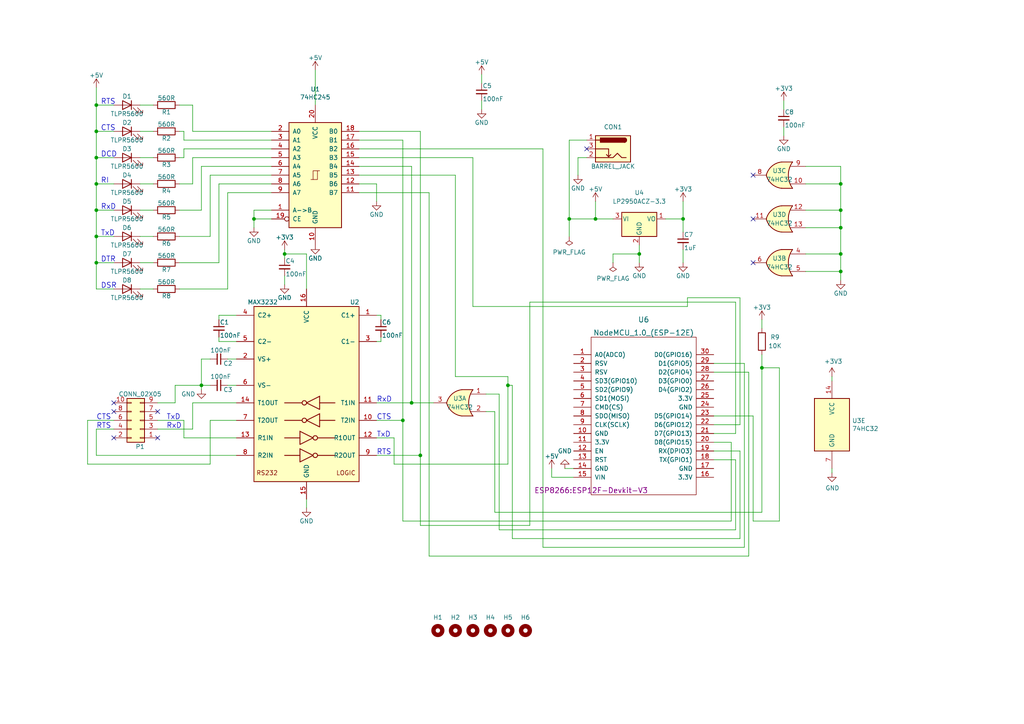
<source format=kicad_sch>
(kicad_sch (version 20211123) (generator eeschema)

  (uuid 91fe8e83-001b-4436-ba4a-8074a10f2140)

  (paper "A4")

  (title_block
    (title "Retro WiFi modem (NodeMCU)")
    (date "2022-09-09")
    (rev "1")
    (comment 1 "Forked from BenMtl's Retro WiFi Modem Github")
  )

  (lib_symbols
    (symbol "74xx:74HC245" (pin_names (offset 1.016)) (in_bom yes) (on_board yes)
      (property "Reference" "U" (id 0) (at -7.62 16.51 0)
        (effects (font (size 1.27 1.27)))
      )
      (property "Value" "74HC245" (id 1) (at -7.62 -16.51 0)
        (effects (font (size 1.27 1.27)))
      )
      (property "Footprint" "" (id 2) (at 0 0 0)
        (effects (font (size 1.27 1.27)) hide)
      )
      (property "Datasheet" "http://www.ti.com/lit/gpn/sn74HC245" (id 3) (at 0 0 0)
        (effects (font (size 1.27 1.27)) hide)
      )
      (property "ki_locked" "" (id 4) (at 0 0 0)
        (effects (font (size 1.27 1.27)))
      )
      (property "ki_keywords" "HCMOS BUS 3State" (id 5) (at 0 0 0)
        (effects (font (size 1.27 1.27)) hide)
      )
      (property "ki_description" "Octal BUS Transceivers, 3-State outputs" (id 6) (at 0 0 0)
        (effects (font (size 1.27 1.27)) hide)
      )
      (property "ki_fp_filters" "DIP?20*" (id 7) (at 0 0 0)
        (effects (font (size 1.27 1.27)) hide)
      )
      (symbol "74HC245_1_0"
        (polyline
          (pts
            (xy -0.635 -1.27)
            (xy -0.635 1.27)
            (xy 0.635 1.27)
          )
          (stroke (width 0) (type default) (color 0 0 0 0))
          (fill (type none))
        )
        (polyline
          (pts
            (xy -1.27 -1.27)
            (xy 0.635 -1.27)
            (xy 0.635 1.27)
            (xy 1.27 1.27)
          )
          (stroke (width 0) (type default) (color 0 0 0 0))
          (fill (type none))
        )
        (pin input line (at -12.7 -10.16 0) (length 5.08)
          (name "A->B" (effects (font (size 1.27 1.27))))
          (number "1" (effects (font (size 1.27 1.27))))
        )
        (pin power_in line (at 0 -20.32 90) (length 5.08)
          (name "GND" (effects (font (size 1.27 1.27))))
          (number "10" (effects (font (size 1.27 1.27))))
        )
        (pin tri_state line (at 12.7 -5.08 180) (length 5.08)
          (name "B7" (effects (font (size 1.27 1.27))))
          (number "11" (effects (font (size 1.27 1.27))))
        )
        (pin tri_state line (at 12.7 -2.54 180) (length 5.08)
          (name "B6" (effects (font (size 1.27 1.27))))
          (number "12" (effects (font (size 1.27 1.27))))
        )
        (pin tri_state line (at 12.7 0 180) (length 5.08)
          (name "B5" (effects (font (size 1.27 1.27))))
          (number "13" (effects (font (size 1.27 1.27))))
        )
        (pin tri_state line (at 12.7 2.54 180) (length 5.08)
          (name "B4" (effects (font (size 1.27 1.27))))
          (number "14" (effects (font (size 1.27 1.27))))
        )
        (pin tri_state line (at 12.7 5.08 180) (length 5.08)
          (name "B3" (effects (font (size 1.27 1.27))))
          (number "15" (effects (font (size 1.27 1.27))))
        )
        (pin tri_state line (at 12.7 7.62 180) (length 5.08)
          (name "B2" (effects (font (size 1.27 1.27))))
          (number "16" (effects (font (size 1.27 1.27))))
        )
        (pin tri_state line (at 12.7 10.16 180) (length 5.08)
          (name "B1" (effects (font (size 1.27 1.27))))
          (number "17" (effects (font (size 1.27 1.27))))
        )
        (pin tri_state line (at 12.7 12.7 180) (length 5.08)
          (name "B0" (effects (font (size 1.27 1.27))))
          (number "18" (effects (font (size 1.27 1.27))))
        )
        (pin input inverted (at -12.7 -12.7 0) (length 5.08)
          (name "CE" (effects (font (size 1.27 1.27))))
          (number "19" (effects (font (size 1.27 1.27))))
        )
        (pin tri_state line (at -12.7 12.7 0) (length 5.08)
          (name "A0" (effects (font (size 1.27 1.27))))
          (number "2" (effects (font (size 1.27 1.27))))
        )
        (pin power_in line (at 0 20.32 270) (length 5.08)
          (name "VCC" (effects (font (size 1.27 1.27))))
          (number "20" (effects (font (size 1.27 1.27))))
        )
        (pin tri_state line (at -12.7 10.16 0) (length 5.08)
          (name "A1" (effects (font (size 1.27 1.27))))
          (number "3" (effects (font (size 1.27 1.27))))
        )
        (pin tri_state line (at -12.7 7.62 0) (length 5.08)
          (name "A2" (effects (font (size 1.27 1.27))))
          (number "4" (effects (font (size 1.27 1.27))))
        )
        (pin tri_state line (at -12.7 5.08 0) (length 5.08)
          (name "A3" (effects (font (size 1.27 1.27))))
          (number "5" (effects (font (size 1.27 1.27))))
        )
        (pin tri_state line (at -12.7 2.54 0) (length 5.08)
          (name "A4" (effects (font (size 1.27 1.27))))
          (number "6" (effects (font (size 1.27 1.27))))
        )
        (pin tri_state line (at -12.7 0 0) (length 5.08)
          (name "A5" (effects (font (size 1.27 1.27))))
          (number "7" (effects (font (size 1.27 1.27))))
        )
        (pin tri_state line (at -12.7 -2.54 0) (length 5.08)
          (name "A6" (effects (font (size 1.27 1.27))))
          (number "8" (effects (font (size 1.27 1.27))))
        )
        (pin tri_state line (at -12.7 -5.08 0) (length 5.08)
          (name "A7" (effects (font (size 1.27 1.27))))
          (number "9" (effects (font (size 1.27 1.27))))
        )
      )
      (symbol "74HC245_1_1"
        (rectangle (start -7.62 15.24) (end 7.62 -15.24)
          (stroke (width 0.254) (type default) (color 0 0 0 0))
          (fill (type background))
        )
      )
    )
    (symbol "74xx:74LS32" (pin_names (offset 1.016)) (in_bom yes) (on_board yes)
      (property "Reference" "U" (id 0) (at 0 1.27 0)
        (effects (font (size 1.27 1.27)))
      )
      (property "Value" "74LS32" (id 1) (at 0 -1.27 0)
        (effects (font (size 1.27 1.27)))
      )
      (property "Footprint" "" (id 2) (at 0 0 0)
        (effects (font (size 1.27 1.27)) hide)
      )
      (property "Datasheet" "http://www.ti.com/lit/gpn/sn74LS32" (id 3) (at 0 0 0)
        (effects (font (size 1.27 1.27)) hide)
      )
      (property "ki_locked" "" (id 4) (at 0 0 0)
        (effects (font (size 1.27 1.27)))
      )
      (property "ki_keywords" "TTL Or2" (id 5) (at 0 0 0)
        (effects (font (size 1.27 1.27)) hide)
      )
      (property "ki_description" "Quad 2-input OR" (id 6) (at 0 0 0)
        (effects (font (size 1.27 1.27)) hide)
      )
      (property "ki_fp_filters" "DIP?14*" (id 7) (at 0 0 0)
        (effects (font (size 1.27 1.27)) hide)
      )
      (symbol "74LS32_1_1"
        (arc (start -3.81 -3.81) (mid -2.589 0) (end -3.81 3.81)
          (stroke (width 0.254) (type default) (color 0 0 0 0))
          (fill (type none))
        )
        (arc (start -0.6096 -3.81) (mid 2.1842 -2.5851) (end 3.81 0)
          (stroke (width 0.254) (type default) (color 0 0 0 0))
          (fill (type background))
        )
        (polyline
          (pts
            (xy -3.81 -3.81)
            (xy -0.635 -3.81)
          )
          (stroke (width 0.254) (type default) (color 0 0 0 0))
          (fill (type background))
        )
        (polyline
          (pts
            (xy -3.81 3.81)
            (xy -0.635 3.81)
          )
          (stroke (width 0.254) (type default) (color 0 0 0 0))
          (fill (type background))
        )
        (polyline
          (pts
            (xy -0.635 3.81)
            (xy -3.81 3.81)
            (xy -3.81 3.81)
            (xy -3.556 3.4036)
            (xy -3.0226 2.2606)
            (xy -2.6924 1.0414)
            (xy -2.6162 -0.254)
            (xy -2.7686 -1.4986)
            (xy -3.175 -2.7178)
            (xy -3.81 -3.81)
            (xy -3.81 -3.81)
            (xy -0.635 -3.81)
          )
          (stroke (width -25.4) (type default) (color 0 0 0 0))
          (fill (type background))
        )
        (arc (start 3.81 0) (mid 2.1915 2.5936) (end -0.6096 3.81)
          (stroke (width 0.254) (type default) (color 0 0 0 0))
          (fill (type background))
        )
        (pin input line (at -7.62 2.54 0) (length 4.318)
          (name "~" (effects (font (size 1.27 1.27))))
          (number "1" (effects (font (size 1.27 1.27))))
        )
        (pin input line (at -7.62 -2.54 0) (length 4.318)
          (name "~" (effects (font (size 1.27 1.27))))
          (number "2" (effects (font (size 1.27 1.27))))
        )
        (pin output line (at 7.62 0 180) (length 3.81)
          (name "~" (effects (font (size 1.27 1.27))))
          (number "3" (effects (font (size 1.27 1.27))))
        )
      )
      (symbol "74LS32_1_2"
        (arc (start 0 -3.81) (mid 3.81 0) (end 0 3.81)
          (stroke (width 0.254) (type default) (color 0 0 0 0))
          (fill (type background))
        )
        (polyline
          (pts
            (xy 0 3.81)
            (xy -3.81 3.81)
            (xy -3.81 -3.81)
            (xy 0 -3.81)
          )
          (stroke (width 0.254) (type default) (color 0 0 0 0))
          (fill (type background))
        )
        (pin input inverted (at -7.62 2.54 0) (length 3.81)
          (name "~" (effects (font (size 1.27 1.27))))
          (number "1" (effects (font (size 1.27 1.27))))
        )
        (pin input inverted (at -7.62 -2.54 0) (length 3.81)
          (name "~" (effects (font (size 1.27 1.27))))
          (number "2" (effects (font (size 1.27 1.27))))
        )
        (pin output inverted (at 7.62 0 180) (length 3.81)
          (name "~" (effects (font (size 1.27 1.27))))
          (number "3" (effects (font (size 1.27 1.27))))
        )
      )
      (symbol "74LS32_2_1"
        (arc (start -3.81 -3.81) (mid -2.589 0) (end -3.81 3.81)
          (stroke (width 0.254) (type default) (color 0 0 0 0))
          (fill (type none))
        )
        (arc (start -0.6096 -3.81) (mid 2.1842 -2.5851) (end 3.81 0)
          (stroke (width 0.254) (type default) (color 0 0 0 0))
          (fill (type background))
        )
        (polyline
          (pts
            (xy -3.81 -3.81)
            (xy -0.635 -3.81)
          )
          (stroke (width 0.254) (type default) (color 0 0 0 0))
          (fill (type background))
        )
        (polyline
          (pts
            (xy -3.81 3.81)
            (xy -0.635 3.81)
          )
          (stroke (width 0.254) (type default) (color 0 0 0 0))
          (fill (type background))
        )
        (polyline
          (pts
            (xy -0.635 3.81)
            (xy -3.81 3.81)
            (xy -3.81 3.81)
            (xy -3.556 3.4036)
            (xy -3.0226 2.2606)
            (xy -2.6924 1.0414)
            (xy -2.6162 -0.254)
            (xy -2.7686 -1.4986)
            (xy -3.175 -2.7178)
            (xy -3.81 -3.81)
            (xy -3.81 -3.81)
            (xy -0.635 -3.81)
          )
          (stroke (width -25.4) (type default) (color 0 0 0 0))
          (fill (type background))
        )
        (arc (start 3.81 0) (mid 2.1915 2.5936) (end -0.6096 3.81)
          (stroke (width 0.254) (type default) (color 0 0 0 0))
          (fill (type background))
        )
        (pin input line (at -7.62 2.54 0) (length 4.318)
          (name "~" (effects (font (size 1.27 1.27))))
          (number "4" (effects (font (size 1.27 1.27))))
        )
        (pin input line (at -7.62 -2.54 0) (length 4.318)
          (name "~" (effects (font (size 1.27 1.27))))
          (number "5" (effects (font (size 1.27 1.27))))
        )
        (pin output line (at 7.62 0 180) (length 3.81)
          (name "~" (effects (font (size 1.27 1.27))))
          (number "6" (effects (font (size 1.27 1.27))))
        )
      )
      (symbol "74LS32_2_2"
        (arc (start 0 -3.81) (mid 3.81 0) (end 0 3.81)
          (stroke (width 0.254) (type default) (color 0 0 0 0))
          (fill (type background))
        )
        (polyline
          (pts
            (xy 0 3.81)
            (xy -3.81 3.81)
            (xy -3.81 -3.81)
            (xy 0 -3.81)
          )
          (stroke (width 0.254) (type default) (color 0 0 0 0))
          (fill (type background))
        )
        (pin input inverted (at -7.62 2.54 0) (length 3.81)
          (name "~" (effects (font (size 1.27 1.27))))
          (number "4" (effects (font (size 1.27 1.27))))
        )
        (pin input inverted (at -7.62 -2.54 0) (length 3.81)
          (name "~" (effects (font (size 1.27 1.27))))
          (number "5" (effects (font (size 1.27 1.27))))
        )
        (pin output inverted (at 7.62 0 180) (length 3.81)
          (name "~" (effects (font (size 1.27 1.27))))
          (number "6" (effects (font (size 1.27 1.27))))
        )
      )
      (symbol "74LS32_3_1"
        (arc (start -3.81 -3.81) (mid -2.589 0) (end -3.81 3.81)
          (stroke (width 0.254) (type default) (color 0 0 0 0))
          (fill (type none))
        )
        (arc (start -0.6096 -3.81) (mid 2.1842 -2.5851) (end 3.81 0)
          (stroke (width 0.254) (type default) (color 0 0 0 0))
          (fill (type background))
        )
        (polyline
          (pts
            (xy -3.81 -3.81)
            (xy -0.635 -3.81)
          )
          (stroke (width 0.254) (type default) (color 0 0 0 0))
          (fill (type background))
        )
        (polyline
          (pts
            (xy -3.81 3.81)
            (xy -0.635 3.81)
          )
          (stroke (width 0.254) (type default) (color 0 0 0 0))
          (fill (type background))
        )
        (polyline
          (pts
            (xy -0.635 3.81)
            (xy -3.81 3.81)
            (xy -3.81 3.81)
            (xy -3.556 3.4036)
            (xy -3.0226 2.2606)
            (xy -2.6924 1.0414)
            (xy -2.6162 -0.254)
            (xy -2.7686 -1.4986)
            (xy -3.175 -2.7178)
            (xy -3.81 -3.81)
            (xy -3.81 -3.81)
            (xy -0.635 -3.81)
          )
          (stroke (width -25.4) (type default) (color 0 0 0 0))
          (fill (type background))
        )
        (arc (start 3.81 0) (mid 2.1915 2.5936) (end -0.6096 3.81)
          (stroke (width 0.254) (type default) (color 0 0 0 0))
          (fill (type background))
        )
        (pin input line (at -7.62 -2.54 0) (length 4.318)
          (name "~" (effects (font (size 1.27 1.27))))
          (number "10" (effects (font (size 1.27 1.27))))
        )
        (pin output line (at 7.62 0 180) (length 3.81)
          (name "~" (effects (font (size 1.27 1.27))))
          (number "8" (effects (font (size 1.27 1.27))))
        )
        (pin input line (at -7.62 2.54 0) (length 4.318)
          (name "~" (effects (font (size 1.27 1.27))))
          (number "9" (effects (font (size 1.27 1.27))))
        )
      )
      (symbol "74LS32_3_2"
        (arc (start 0 -3.81) (mid 3.81 0) (end 0 3.81)
          (stroke (width 0.254) (type default) (color 0 0 0 0))
          (fill (type background))
        )
        (polyline
          (pts
            (xy 0 3.81)
            (xy -3.81 3.81)
            (xy -3.81 -3.81)
            (xy 0 -3.81)
          )
          (stroke (width 0.254) (type default) (color 0 0 0 0))
          (fill (type background))
        )
        (pin input inverted (at -7.62 -2.54 0) (length 3.81)
          (name "~" (effects (font (size 1.27 1.27))))
          (number "10" (effects (font (size 1.27 1.27))))
        )
        (pin output inverted (at 7.62 0 180) (length 3.81)
          (name "~" (effects (font (size 1.27 1.27))))
          (number "8" (effects (font (size 1.27 1.27))))
        )
        (pin input inverted (at -7.62 2.54 0) (length 3.81)
          (name "~" (effects (font (size 1.27 1.27))))
          (number "9" (effects (font (size 1.27 1.27))))
        )
      )
      (symbol "74LS32_4_1"
        (arc (start -3.81 -3.81) (mid -2.589 0) (end -3.81 3.81)
          (stroke (width 0.254) (type default) (color 0 0 0 0))
          (fill (type none))
        )
        (arc (start -0.6096 -3.81) (mid 2.1842 -2.5851) (end 3.81 0)
          (stroke (width 0.254) (type default) (color 0 0 0 0))
          (fill (type background))
        )
        (polyline
          (pts
            (xy -3.81 -3.81)
            (xy -0.635 -3.81)
          )
          (stroke (width 0.254) (type default) (color 0 0 0 0))
          (fill (type background))
        )
        (polyline
          (pts
            (xy -3.81 3.81)
            (xy -0.635 3.81)
          )
          (stroke (width 0.254) (type default) (color 0 0 0 0))
          (fill (type background))
        )
        (polyline
          (pts
            (xy -0.635 3.81)
            (xy -3.81 3.81)
            (xy -3.81 3.81)
            (xy -3.556 3.4036)
            (xy -3.0226 2.2606)
            (xy -2.6924 1.0414)
            (xy -2.6162 -0.254)
            (xy -2.7686 -1.4986)
            (xy -3.175 -2.7178)
            (xy -3.81 -3.81)
            (xy -3.81 -3.81)
            (xy -0.635 -3.81)
          )
          (stroke (width -25.4) (type default) (color 0 0 0 0))
          (fill (type background))
        )
        (arc (start 3.81 0) (mid 2.1915 2.5936) (end -0.6096 3.81)
          (stroke (width 0.254) (type default) (color 0 0 0 0))
          (fill (type background))
        )
        (pin output line (at 7.62 0 180) (length 3.81)
          (name "~" (effects (font (size 1.27 1.27))))
          (number "11" (effects (font (size 1.27 1.27))))
        )
        (pin input line (at -7.62 2.54 0) (length 4.318)
          (name "~" (effects (font (size 1.27 1.27))))
          (number "12" (effects (font (size 1.27 1.27))))
        )
        (pin input line (at -7.62 -2.54 0) (length 4.318)
          (name "~" (effects (font (size 1.27 1.27))))
          (number "13" (effects (font (size 1.27 1.27))))
        )
      )
      (symbol "74LS32_4_2"
        (arc (start 0 -3.81) (mid 3.81 0) (end 0 3.81)
          (stroke (width 0.254) (type default) (color 0 0 0 0))
          (fill (type background))
        )
        (polyline
          (pts
            (xy 0 3.81)
            (xy -3.81 3.81)
            (xy -3.81 -3.81)
            (xy 0 -3.81)
          )
          (stroke (width 0.254) (type default) (color 0 0 0 0))
          (fill (type background))
        )
        (pin output inverted (at 7.62 0 180) (length 3.81)
          (name "~" (effects (font (size 1.27 1.27))))
          (number "11" (effects (font (size 1.27 1.27))))
        )
        (pin input inverted (at -7.62 2.54 0) (length 3.81)
          (name "~" (effects (font (size 1.27 1.27))))
          (number "12" (effects (font (size 1.27 1.27))))
        )
        (pin input inverted (at -7.62 -2.54 0) (length 3.81)
          (name "~" (effects (font (size 1.27 1.27))))
          (number "13" (effects (font (size 1.27 1.27))))
        )
      )
      (symbol "74LS32_5_0"
        (pin power_in line (at 0 12.7 270) (length 5.08)
          (name "VCC" (effects (font (size 1.27 1.27))))
          (number "14" (effects (font (size 1.27 1.27))))
        )
        (pin power_in line (at 0 -12.7 90) (length 5.08)
          (name "GND" (effects (font (size 1.27 1.27))))
          (number "7" (effects (font (size 1.27 1.27))))
        )
      )
      (symbol "74LS32_5_1"
        (rectangle (start -5.08 7.62) (end 5.08 -7.62)
          (stroke (width 0.254) (type default) (color 0 0 0 0))
          (fill (type background))
        )
      )
    )
    (symbol "Connector:Barrel_Jack_Switch" (pin_names hide) (in_bom yes) (on_board yes)
      (property "Reference" "J" (id 0) (at 0 5.334 0)
        (effects (font (size 1.27 1.27)))
      )
      (property "Value" "Barrel_Jack_Switch" (id 1) (at 0 -5.08 0)
        (effects (font (size 1.27 1.27)))
      )
      (property "Footprint" "" (id 2) (at 1.27 -1.016 0)
        (effects (font (size 1.27 1.27)) hide)
      )
      (property "Datasheet" "~" (id 3) (at 1.27 -1.016 0)
        (effects (font (size 1.27 1.27)) hide)
      )
      (property "ki_keywords" "DC power barrel jack connector" (id 4) (at 0 0 0)
        (effects (font (size 1.27 1.27)) hide)
      )
      (property "ki_description" "DC Barrel Jack with an internal switch" (id 5) (at 0 0 0)
        (effects (font (size 1.27 1.27)) hide)
      )
      (property "ki_fp_filters" "BarrelJack*" (id 6) (at 0 0 0)
        (effects (font (size 1.27 1.27)) hide)
      )
      (symbol "Barrel_Jack_Switch_0_1"
        (rectangle (start -5.08 3.81) (end 5.08 -3.81)
          (stroke (width 0.254) (type default) (color 0 0 0 0))
          (fill (type background))
        )
        (arc (start -3.302 3.175) (mid -3.937 2.54) (end -3.302 1.905)
          (stroke (width 0.254) (type default) (color 0 0 0 0))
          (fill (type none))
        )
        (arc (start -3.302 3.175) (mid -3.937 2.54) (end -3.302 1.905)
          (stroke (width 0.254) (type default) (color 0 0 0 0))
          (fill (type outline))
        )
        (polyline
          (pts
            (xy 1.27 -2.286)
            (xy 1.905 -1.651)
          )
          (stroke (width 0.254) (type default) (color 0 0 0 0))
          (fill (type none))
        )
        (polyline
          (pts
            (xy 5.08 2.54)
            (xy 3.81 2.54)
          )
          (stroke (width 0.254) (type default) (color 0 0 0 0))
          (fill (type none))
        )
        (polyline
          (pts
            (xy 5.08 0)
            (xy 1.27 0)
            (xy 1.27 -2.286)
            (xy 0.635 -1.651)
          )
          (stroke (width 0.254) (type default) (color 0 0 0 0))
          (fill (type none))
        )
        (polyline
          (pts
            (xy -3.81 -2.54)
            (xy -2.54 -2.54)
            (xy -1.27 -1.27)
            (xy 0 -2.54)
            (xy 2.54 -2.54)
            (xy 5.08 -2.54)
          )
          (stroke (width 0.254) (type default) (color 0 0 0 0))
          (fill (type none))
        )
        (rectangle (start 3.683 3.175) (end -3.302 1.905)
          (stroke (width 0.254) (type default) (color 0 0 0 0))
          (fill (type outline))
        )
      )
      (symbol "Barrel_Jack_Switch_1_1"
        (pin passive line (at 7.62 2.54 180) (length 2.54)
          (name "~" (effects (font (size 1.27 1.27))))
          (number "1" (effects (font (size 1.27 1.27))))
        )
        (pin passive line (at 7.62 -2.54 180) (length 2.54)
          (name "~" (effects (font (size 1.27 1.27))))
          (number "2" (effects (font (size 1.27 1.27))))
        )
        (pin passive line (at 7.62 0 180) (length 2.54)
          (name "~" (effects (font (size 1.27 1.27))))
          (number "3" (effects (font (size 1.27 1.27))))
        )
      )
    )
    (symbol "Connector_Generic:Conn_02x05_Odd_Even" (pin_names (offset 1.016) hide) (in_bom yes) (on_board yes)
      (property "Reference" "J" (id 0) (at 1.27 7.62 0)
        (effects (font (size 1.27 1.27)))
      )
      (property "Value" "Conn_02x05_Odd_Even" (id 1) (at 1.27 -7.62 0)
        (effects (font (size 1.27 1.27)))
      )
      (property "Footprint" "" (id 2) (at 0 0 0)
        (effects (font (size 1.27 1.27)) hide)
      )
      (property "Datasheet" "~" (id 3) (at 0 0 0)
        (effects (font (size 1.27 1.27)) hide)
      )
      (property "ki_keywords" "connector" (id 4) (at 0 0 0)
        (effects (font (size 1.27 1.27)) hide)
      )
      (property "ki_description" "Generic connector, double row, 02x05, odd/even pin numbering scheme (row 1 odd numbers, row 2 even numbers), script generated (kicad-library-utils/schlib/autogen/connector/)" (id 5) (at 0 0 0)
        (effects (font (size 1.27 1.27)) hide)
      )
      (property "ki_fp_filters" "Connector*:*_2x??_*" (id 6) (at 0 0 0)
        (effects (font (size 1.27 1.27)) hide)
      )
      (symbol "Conn_02x05_Odd_Even_1_1"
        (rectangle (start -1.27 -4.953) (end 0 -5.207)
          (stroke (width 0.1524) (type default) (color 0 0 0 0))
          (fill (type none))
        )
        (rectangle (start -1.27 -2.413) (end 0 -2.667)
          (stroke (width 0.1524) (type default) (color 0 0 0 0))
          (fill (type none))
        )
        (rectangle (start -1.27 0.127) (end 0 -0.127)
          (stroke (width 0.1524) (type default) (color 0 0 0 0))
          (fill (type none))
        )
        (rectangle (start -1.27 2.667) (end 0 2.413)
          (stroke (width 0.1524) (type default) (color 0 0 0 0))
          (fill (type none))
        )
        (rectangle (start -1.27 5.207) (end 0 4.953)
          (stroke (width 0.1524) (type default) (color 0 0 0 0))
          (fill (type none))
        )
        (rectangle (start -1.27 6.35) (end 3.81 -6.35)
          (stroke (width 0.254) (type default) (color 0 0 0 0))
          (fill (type background))
        )
        (rectangle (start 3.81 -4.953) (end 2.54 -5.207)
          (stroke (width 0.1524) (type default) (color 0 0 0 0))
          (fill (type none))
        )
        (rectangle (start 3.81 -2.413) (end 2.54 -2.667)
          (stroke (width 0.1524) (type default) (color 0 0 0 0))
          (fill (type none))
        )
        (rectangle (start 3.81 0.127) (end 2.54 -0.127)
          (stroke (width 0.1524) (type default) (color 0 0 0 0))
          (fill (type none))
        )
        (rectangle (start 3.81 2.667) (end 2.54 2.413)
          (stroke (width 0.1524) (type default) (color 0 0 0 0))
          (fill (type none))
        )
        (rectangle (start 3.81 5.207) (end 2.54 4.953)
          (stroke (width 0.1524) (type default) (color 0 0 0 0))
          (fill (type none))
        )
        (pin passive line (at -5.08 5.08 0) (length 3.81)
          (name "Pin_1" (effects (font (size 1.27 1.27))))
          (number "1" (effects (font (size 1.27 1.27))))
        )
        (pin passive line (at 7.62 -5.08 180) (length 3.81)
          (name "Pin_10" (effects (font (size 1.27 1.27))))
          (number "10" (effects (font (size 1.27 1.27))))
        )
        (pin passive line (at 7.62 5.08 180) (length 3.81)
          (name "Pin_2" (effects (font (size 1.27 1.27))))
          (number "2" (effects (font (size 1.27 1.27))))
        )
        (pin passive line (at -5.08 2.54 0) (length 3.81)
          (name "Pin_3" (effects (font (size 1.27 1.27))))
          (number "3" (effects (font (size 1.27 1.27))))
        )
        (pin passive line (at 7.62 2.54 180) (length 3.81)
          (name "Pin_4" (effects (font (size 1.27 1.27))))
          (number "4" (effects (font (size 1.27 1.27))))
        )
        (pin passive line (at -5.08 0 0) (length 3.81)
          (name "Pin_5" (effects (font (size 1.27 1.27))))
          (number "5" (effects (font (size 1.27 1.27))))
        )
        (pin passive line (at 7.62 0 180) (length 3.81)
          (name "Pin_6" (effects (font (size 1.27 1.27))))
          (number "6" (effects (font (size 1.27 1.27))))
        )
        (pin passive line (at -5.08 -2.54 0) (length 3.81)
          (name "Pin_7" (effects (font (size 1.27 1.27))))
          (number "7" (effects (font (size 1.27 1.27))))
        )
        (pin passive line (at 7.62 -2.54 180) (length 3.81)
          (name "Pin_8" (effects (font (size 1.27 1.27))))
          (number "8" (effects (font (size 1.27 1.27))))
        )
        (pin passive line (at -5.08 -5.08 0) (length 3.81)
          (name "Pin_9" (effects (font (size 1.27 1.27))))
          (number "9" (effects (font (size 1.27 1.27))))
        )
      )
    )
    (symbol "Device:C_Small" (pin_numbers hide) (pin_names (offset 0.254) hide) (in_bom yes) (on_board yes)
      (property "Reference" "C" (id 0) (at 0.254 1.778 0)
        (effects (font (size 1.27 1.27)) (justify left))
      )
      (property "Value" "C_Small" (id 1) (at 0.254 -2.032 0)
        (effects (font (size 1.27 1.27)) (justify left))
      )
      (property "Footprint" "" (id 2) (at 0 0 0)
        (effects (font (size 1.27 1.27)) hide)
      )
      (property "Datasheet" "~" (id 3) (at 0 0 0)
        (effects (font (size 1.27 1.27)) hide)
      )
      (property "ki_keywords" "capacitor cap" (id 4) (at 0 0 0)
        (effects (font (size 1.27 1.27)) hide)
      )
      (property "ki_description" "Unpolarized capacitor, small symbol" (id 5) (at 0 0 0)
        (effects (font (size 1.27 1.27)) hide)
      )
      (property "ki_fp_filters" "C_*" (id 6) (at 0 0 0)
        (effects (font (size 1.27 1.27)) hide)
      )
      (symbol "C_Small_0_1"
        (polyline
          (pts
            (xy -1.524 -0.508)
            (xy 1.524 -0.508)
          )
          (stroke (width 0.3302) (type default) (color 0 0 0 0))
          (fill (type none))
        )
        (polyline
          (pts
            (xy -1.524 0.508)
            (xy 1.524 0.508)
          )
          (stroke (width 0.3048) (type default) (color 0 0 0 0))
          (fill (type none))
        )
      )
      (symbol "C_Small_1_1"
        (pin passive line (at 0 2.54 270) (length 2.032)
          (name "~" (effects (font (size 1.27 1.27))))
          (number "1" (effects (font (size 1.27 1.27))))
        )
        (pin passive line (at 0 -2.54 90) (length 2.032)
          (name "~" (effects (font (size 1.27 1.27))))
          (number "2" (effects (font (size 1.27 1.27))))
        )
      )
    )
    (symbol "Device:LED" (pin_numbers hide) (pin_names (offset 1.016) hide) (in_bom yes) (on_board yes)
      (property "Reference" "D" (id 0) (at 0 2.54 0)
        (effects (font (size 1.27 1.27)))
      )
      (property "Value" "LED" (id 1) (at 0 -2.54 0)
        (effects (font (size 1.27 1.27)))
      )
      (property "Footprint" "" (id 2) (at 0 0 0)
        (effects (font (size 1.27 1.27)) hide)
      )
      (property "Datasheet" "~" (id 3) (at 0 0 0)
        (effects (font (size 1.27 1.27)) hide)
      )
      (property "ki_keywords" "LED diode" (id 4) (at 0 0 0)
        (effects (font (size 1.27 1.27)) hide)
      )
      (property "ki_description" "Light emitting diode" (id 5) (at 0 0 0)
        (effects (font (size 1.27 1.27)) hide)
      )
      (property "ki_fp_filters" "LED* LED_SMD:* LED_THT:*" (id 6) (at 0 0 0)
        (effects (font (size 1.27 1.27)) hide)
      )
      (symbol "LED_0_1"
        (polyline
          (pts
            (xy -1.27 -1.27)
            (xy -1.27 1.27)
          )
          (stroke (width 0.254) (type default) (color 0 0 0 0))
          (fill (type none))
        )
        (polyline
          (pts
            (xy -1.27 0)
            (xy 1.27 0)
          )
          (stroke (width 0) (type default) (color 0 0 0 0))
          (fill (type none))
        )
        (polyline
          (pts
            (xy 1.27 -1.27)
            (xy 1.27 1.27)
            (xy -1.27 0)
            (xy 1.27 -1.27)
          )
          (stroke (width 0.254) (type default) (color 0 0 0 0))
          (fill (type none))
        )
        (polyline
          (pts
            (xy -3.048 -0.762)
            (xy -4.572 -2.286)
            (xy -3.81 -2.286)
            (xy -4.572 -2.286)
            (xy -4.572 -1.524)
          )
          (stroke (width 0) (type default) (color 0 0 0 0))
          (fill (type none))
        )
        (polyline
          (pts
            (xy -1.778 -0.762)
            (xy -3.302 -2.286)
            (xy -2.54 -2.286)
            (xy -3.302 -2.286)
            (xy -3.302 -1.524)
          )
          (stroke (width 0) (type default) (color 0 0 0 0))
          (fill (type none))
        )
      )
      (symbol "LED_1_1"
        (pin passive line (at -3.81 0 0) (length 2.54)
          (name "K" (effects (font (size 1.27 1.27))))
          (number "1" (effects (font (size 1.27 1.27))))
        )
        (pin passive line (at 3.81 0 180) (length 2.54)
          (name "A" (effects (font (size 1.27 1.27))))
          (number "2" (effects (font (size 1.27 1.27))))
        )
      )
    )
    (symbol "Device:R" (pin_numbers hide) (pin_names (offset 0)) (in_bom yes) (on_board yes)
      (property "Reference" "R" (id 0) (at 2.032 0 90)
        (effects (font (size 1.27 1.27)))
      )
      (property "Value" "R" (id 1) (at 0 0 90)
        (effects (font (size 1.27 1.27)))
      )
      (property "Footprint" "" (id 2) (at -1.778 0 90)
        (effects (font (size 1.27 1.27)) hide)
      )
      (property "Datasheet" "~" (id 3) (at 0 0 0)
        (effects (font (size 1.27 1.27)) hide)
      )
      (property "ki_keywords" "R res resistor" (id 4) (at 0 0 0)
        (effects (font (size 1.27 1.27)) hide)
      )
      (property "ki_description" "Resistor" (id 5) (at 0 0 0)
        (effects (font (size 1.27 1.27)) hide)
      )
      (property "ki_fp_filters" "R_*" (id 6) (at 0 0 0)
        (effects (font (size 1.27 1.27)) hide)
      )
      (symbol "R_0_1"
        (rectangle (start -1.016 -2.54) (end 1.016 2.54)
          (stroke (width 0.254) (type default) (color 0 0 0 0))
          (fill (type none))
        )
      )
      (symbol "R_1_1"
        (pin passive line (at 0 3.81 270) (length 1.27)
          (name "~" (effects (font (size 1.27 1.27))))
          (number "1" (effects (font (size 1.27 1.27))))
        )
        (pin passive line (at 0 -3.81 90) (length 1.27)
          (name "~" (effects (font (size 1.27 1.27))))
          (number "2" (effects (font (size 1.27 1.27))))
        )
      )
    )
    (symbol "ESP8266:NodeMCU_1.0_(ESP-12E)" (pin_names (offset 1.016)) (in_bom yes) (on_board yes)
      (property "Reference" "U" (id 0) (at 0 21.59 0)
        (effects (font (size 1.524 1.524)))
      )
      (property "Value" "NodeMCU_1.0_(ESP-12E)" (id 1) (at 0 -21.59 0)
        (effects (font (size 1.524 1.524)))
      )
      (property "Footprint" "" (id 2) (at -15.24 -21.59 0)
        (effects (font (size 1.524 1.524)))
      )
      (property "Datasheet" "" (id 3) (at -15.24 -21.59 0)
        (effects (font (size 1.524 1.524)))
      )
      (symbol "NodeMCU_1.0_(ESP-12E)_0_1"
        (rectangle (start -15.24 -22.86) (end 15.24 22.86)
          (stroke (width 0) (type default) (color 0 0 0 0))
          (fill (type none))
        )
      )
      (symbol "NodeMCU_1.0_(ESP-12E)_1_1"
        (pin input line (at -20.32 17.78 0) (length 5.08)
          (name "A0(ADC0)" (effects (font (size 1.27 1.27))))
          (number "1" (effects (font (size 1.27 1.27))))
        )
        (pin input line (at -20.32 -5.08 0) (length 5.08)
          (name "GND" (effects (font (size 1.27 1.27))))
          (number "10" (effects (font (size 1.27 1.27))))
        )
        (pin power_out line (at -20.32 -7.62 0) (length 5.08)
          (name "3.3V" (effects (font (size 1.27 1.27))))
          (number "11" (effects (font (size 1.27 1.27))))
        )
        (pin input line (at -20.32 -10.16 0) (length 5.08)
          (name "EN" (effects (font (size 1.27 1.27))))
          (number "12" (effects (font (size 1.27 1.27))))
        )
        (pin input line (at -20.32 -12.7 0) (length 5.08)
          (name "RST" (effects (font (size 1.27 1.27))))
          (number "13" (effects (font (size 1.27 1.27))))
        )
        (pin power_in line (at -20.32 -15.24 0) (length 5.08)
          (name "GND" (effects (font (size 1.27 1.27))))
          (number "14" (effects (font (size 1.27 1.27))))
        )
        (pin power_in line (at -20.32 -17.78 0) (length 5.08)
          (name "VIN" (effects (font (size 1.27 1.27))))
          (number "15" (effects (font (size 1.27 1.27))))
        )
        (pin power_out line (at 20.32 -17.78 180) (length 5.08)
          (name "3.3V" (effects (font (size 1.27 1.27))))
          (number "16" (effects (font (size 1.27 1.27))))
        )
        (pin power_in line (at 20.32 -15.24 180) (length 5.08)
          (name "GND" (effects (font (size 1.27 1.27))))
          (number "17" (effects (font (size 1.27 1.27))))
        )
        (pin bidirectional line (at 20.32 -12.7 180) (length 5.08)
          (name "TX(GPIO1)" (effects (font (size 1.27 1.27))))
          (number "18" (effects (font (size 1.27 1.27))))
        )
        (pin bidirectional line (at 20.32 -10.16 180) (length 5.08)
          (name "RX(DPIO3)" (effects (font (size 1.27 1.27))))
          (number "19" (effects (font (size 1.27 1.27))))
        )
        (pin input line (at -20.32 15.24 0) (length 5.08)
          (name "RSV" (effects (font (size 1.27 1.27))))
          (number "2" (effects (font (size 1.27 1.27))))
        )
        (pin bidirectional line (at 20.32 -7.62 180) (length 5.08)
          (name "D8(GPIO15)" (effects (font (size 1.27 1.27))))
          (number "20" (effects (font (size 1.27 1.27))))
        )
        (pin bidirectional line (at 20.32 -5.08 180) (length 5.08)
          (name "D7(GPIO13)" (effects (font (size 1.27 1.27))))
          (number "21" (effects (font (size 1.27 1.27))))
        )
        (pin bidirectional line (at 20.32 -2.54 180) (length 5.08)
          (name "D6(GPIO12)" (effects (font (size 1.27 1.27))))
          (number "22" (effects (font (size 1.27 1.27))))
        )
        (pin bidirectional line (at 20.32 0 180) (length 5.08)
          (name "D5(GPIO14)" (effects (font (size 1.27 1.27))))
          (number "23" (effects (font (size 1.27 1.27))))
        )
        (pin power_in line (at 20.32 2.54 180) (length 5.08)
          (name "GND" (effects (font (size 1.27 1.27))))
          (number "24" (effects (font (size 1.27 1.27))))
        )
        (pin power_out line (at 20.32 5.08 180) (length 5.08)
          (name "3.3V" (effects (font (size 1.27 1.27))))
          (number "25" (effects (font (size 1.27 1.27))))
        )
        (pin bidirectional line (at 20.32 7.62 180) (length 5.08)
          (name "D4(GPIO2)" (effects (font (size 1.27 1.27))))
          (number "26" (effects (font (size 1.27 1.27))))
        )
        (pin bidirectional line (at 20.32 10.16 180) (length 5.08)
          (name "D3(GPIO0)" (effects (font (size 1.27 1.27))))
          (number "27" (effects (font (size 1.27 1.27))))
        )
        (pin bidirectional line (at 20.32 12.7 180) (length 5.08)
          (name "D2(GPIO4)" (effects (font (size 1.27 1.27))))
          (number "28" (effects (font (size 1.27 1.27))))
        )
        (pin bidirectional line (at 20.32 15.24 180) (length 5.08)
          (name "D1(GPIO5)" (effects (font (size 1.27 1.27))))
          (number "29" (effects (font (size 1.27 1.27))))
        )
        (pin input line (at -20.32 12.7 0) (length 5.08)
          (name "RSV" (effects (font (size 1.27 1.27))))
          (number "3" (effects (font (size 1.27 1.27))))
        )
        (pin bidirectional line (at 20.32 17.78 180) (length 5.08)
          (name "D0(GPIO16)" (effects (font (size 1.27 1.27))))
          (number "30" (effects (font (size 1.27 1.27))))
        )
        (pin bidirectional line (at -20.32 10.16 0) (length 5.08)
          (name "SD3(GPIO10)" (effects (font (size 1.27 1.27))))
          (number "4" (effects (font (size 1.27 1.27))))
        )
        (pin bidirectional line (at -20.32 7.62 0) (length 5.08)
          (name "SD2(GPIO9)" (effects (font (size 1.27 1.27))))
          (number "5" (effects (font (size 1.27 1.27))))
        )
        (pin bidirectional line (at -20.32 5.08 0) (length 5.08)
          (name "SD1(MOSI)" (effects (font (size 1.27 1.27))))
          (number "6" (effects (font (size 1.27 1.27))))
        )
        (pin bidirectional line (at -20.32 2.54 0) (length 5.08)
          (name "CMD(CS)" (effects (font (size 1.27 1.27))))
          (number "7" (effects (font (size 1.27 1.27))))
        )
        (pin bidirectional line (at -20.32 0 0) (length 5.08)
          (name "SDO(MISO)" (effects (font (size 1.27 1.27))))
          (number "8" (effects (font (size 1.27 1.27))))
        )
        (pin bidirectional line (at -20.32 -2.54 0) (length 5.08)
          (name "CLK(SCLK)" (effects (font (size 1.27 1.27))))
          (number "9" (effects (font (size 1.27 1.27))))
        )
      )
    )
    (symbol "Interface_UART:MAX232" (pin_names (offset 1.016)) (in_bom yes) (on_board yes)
      (property "Reference" "U" (id 0) (at -2.54 28.575 0)
        (effects (font (size 1.27 1.27)) (justify right))
      )
      (property "Value" "MAX232" (id 1) (at -2.54 26.67 0)
        (effects (font (size 1.27 1.27)) (justify right))
      )
      (property "Footprint" "" (id 2) (at 1.27 -26.67 0)
        (effects (font (size 1.27 1.27)) (justify left) hide)
      )
      (property "Datasheet" "http://www.ti.com/lit/ds/symlink/max232.pdf" (id 3) (at 0 2.54 0)
        (effects (font (size 1.27 1.27)) hide)
      )
      (property "ki_keywords" "rs232 uart transceiver line-driver" (id 4) (at 0 0 0)
        (effects (font (size 1.27 1.27)) hide)
      )
      (property "ki_description" "Dual RS232 driver/receiver, 5V supply, 120kb/s, 0C-70C" (id 5) (at 0 0 0)
        (effects (font (size 1.27 1.27)) hide)
      )
      (property "ki_fp_filters" "SOIC*P1.27mm* DIP*W7.62mm* TSSOP*4.4x5mm*P0.65mm*" (id 6) (at 0 0 0)
        (effects (font (size 1.27 1.27)) hide)
      )
      (symbol "MAX232_0_0"
        (text "LOGIC" (at -11.43 -22.86 0)
          (effects (font (size 1.27 1.27)))
        )
        (text "RS232" (at 11.43 -22.86 0)
          (effects (font (size 1.27 1.27)))
        )
      )
      (symbol "MAX232_0_1"
        (rectangle (start -15.24 -25.4) (end 15.24 25.4)
          (stroke (width 0.254) (type default) (color 0 0 0 0))
          (fill (type background))
        )
        (circle (center -2.54 -17.78) (radius 0.635)
          (stroke (width 0.254) (type default) (color 0 0 0 0))
          (fill (type none))
        )
        (circle (center -2.54 -12.7) (radius 0.635)
          (stroke (width 0.254) (type default) (color 0 0 0 0))
          (fill (type none))
        )
        (polyline
          (pts
            (xy -3.81 -7.62)
            (xy -8.255 -7.62)
          )
          (stroke (width 0.254) (type default) (color 0 0 0 0))
          (fill (type none))
        )
        (polyline
          (pts
            (xy -3.81 -2.54)
            (xy -8.255 -2.54)
          )
          (stroke (width 0.254) (type default) (color 0 0 0 0))
          (fill (type none))
        )
        (polyline
          (pts
            (xy -3.175 -17.78)
            (xy -8.255 -17.78)
          )
          (stroke (width 0.254) (type default) (color 0 0 0 0))
          (fill (type none))
        )
        (polyline
          (pts
            (xy -3.175 -12.7)
            (xy -8.255 -12.7)
          )
          (stroke (width 0.254) (type default) (color 0 0 0 0))
          (fill (type none))
        )
        (polyline
          (pts
            (xy 1.27 -7.62)
            (xy 6.35 -7.62)
          )
          (stroke (width 0.254) (type default) (color 0 0 0 0))
          (fill (type none))
        )
        (polyline
          (pts
            (xy 1.27 -2.54)
            (xy 6.35 -2.54)
          )
          (stroke (width 0.254) (type default) (color 0 0 0 0))
          (fill (type none))
        )
        (polyline
          (pts
            (xy 1.905 -17.78)
            (xy 6.35 -17.78)
          )
          (stroke (width 0.254) (type default) (color 0 0 0 0))
          (fill (type none))
        )
        (polyline
          (pts
            (xy 1.905 -12.7)
            (xy 6.35 -12.7)
          )
          (stroke (width 0.254) (type default) (color 0 0 0 0))
          (fill (type none))
        )
        (polyline
          (pts
            (xy -3.81 -5.715)
            (xy -3.81 -9.525)
            (xy 0 -7.62)
            (xy -3.81 -5.715)
          )
          (stroke (width 0.254) (type default) (color 0 0 0 0))
          (fill (type none))
        )
        (polyline
          (pts
            (xy -3.81 -0.635)
            (xy -3.81 -4.445)
            (xy 0 -2.54)
            (xy -3.81 -0.635)
          )
          (stroke (width 0.254) (type default) (color 0 0 0 0))
          (fill (type none))
        )
        (polyline
          (pts
            (xy 1.905 -15.875)
            (xy 1.905 -19.685)
            (xy -1.905 -17.78)
            (xy 1.905 -15.875)
          )
          (stroke (width 0.254) (type default) (color 0 0 0 0))
          (fill (type none))
        )
        (polyline
          (pts
            (xy 1.905 -10.795)
            (xy 1.905 -14.605)
            (xy -1.905 -12.7)
            (xy 1.905 -10.795)
          )
          (stroke (width 0.254) (type default) (color 0 0 0 0))
          (fill (type none))
        )
        (circle (center 0.635 -7.62) (radius 0.635)
          (stroke (width 0.254) (type default) (color 0 0 0 0))
          (fill (type none))
        )
        (circle (center 0.635 -2.54) (radius 0.635)
          (stroke (width 0.254) (type default) (color 0 0 0 0))
          (fill (type none))
        )
      )
      (symbol "MAX232_1_1"
        (pin passive line (at -20.32 22.86 0) (length 5.08)
          (name "C1+" (effects (font (size 1.27 1.27))))
          (number "1" (effects (font (size 1.27 1.27))))
        )
        (pin input line (at -20.32 -7.62 0) (length 5.08)
          (name "T2IN" (effects (font (size 1.27 1.27))))
          (number "10" (effects (font (size 1.27 1.27))))
        )
        (pin input line (at -20.32 -2.54 0) (length 5.08)
          (name "T1IN" (effects (font (size 1.27 1.27))))
          (number "11" (effects (font (size 1.27 1.27))))
        )
        (pin output line (at -20.32 -12.7 0) (length 5.08)
          (name "R1OUT" (effects (font (size 1.27 1.27))))
          (number "12" (effects (font (size 1.27 1.27))))
        )
        (pin input line (at 20.32 -12.7 180) (length 5.08)
          (name "R1IN" (effects (font (size 1.27 1.27))))
          (number "13" (effects (font (size 1.27 1.27))))
        )
        (pin output line (at 20.32 -2.54 180) (length 5.08)
          (name "T1OUT" (effects (font (size 1.27 1.27))))
          (number "14" (effects (font (size 1.27 1.27))))
        )
        (pin power_in line (at 0 -30.48 90) (length 5.08)
          (name "GND" (effects (font (size 1.27 1.27))))
          (number "15" (effects (font (size 1.27 1.27))))
        )
        (pin power_in line (at 0 30.48 270) (length 5.08)
          (name "VCC" (effects (font (size 1.27 1.27))))
          (number "16" (effects (font (size 1.27 1.27))))
        )
        (pin power_out line (at 20.32 10.16 180) (length 5.08)
          (name "VS+" (effects (font (size 1.27 1.27))))
          (number "2" (effects (font (size 1.27 1.27))))
        )
        (pin passive line (at -20.32 15.24 0) (length 5.08)
          (name "C1-" (effects (font (size 1.27 1.27))))
          (number "3" (effects (font (size 1.27 1.27))))
        )
        (pin passive line (at 20.32 22.86 180) (length 5.08)
          (name "C2+" (effects (font (size 1.27 1.27))))
          (number "4" (effects (font (size 1.27 1.27))))
        )
        (pin passive line (at 20.32 15.24 180) (length 5.08)
          (name "C2-" (effects (font (size 1.27 1.27))))
          (number "5" (effects (font (size 1.27 1.27))))
        )
        (pin power_out line (at 20.32 2.54 180) (length 5.08)
          (name "VS-" (effects (font (size 1.27 1.27))))
          (number "6" (effects (font (size 1.27 1.27))))
        )
        (pin output line (at 20.32 -7.62 180) (length 5.08)
          (name "T2OUT" (effects (font (size 1.27 1.27))))
          (number "7" (effects (font (size 1.27 1.27))))
        )
        (pin input line (at 20.32 -17.78 180) (length 5.08)
          (name "R2IN" (effects (font (size 1.27 1.27))))
          (number "8" (effects (font (size 1.27 1.27))))
        )
        (pin output line (at -20.32 -17.78 0) (length 5.08)
          (name "R2OUT" (effects (font (size 1.27 1.27))))
          (number "9" (effects (font (size 1.27 1.27))))
        )
      )
    )
    (symbol "Mechanical:MountingHole" (pin_names (offset 1.016)) (in_bom yes) (on_board yes)
      (property "Reference" "H" (id 0) (at 0 5.08 0)
        (effects (font (size 1.27 1.27)))
      )
      (property "Value" "MountingHole" (id 1) (at 0 3.175 0)
        (effects (font (size 1.27 1.27)))
      )
      (property "Footprint" "" (id 2) (at 0 0 0)
        (effects (font (size 1.27 1.27)) hide)
      )
      (property "Datasheet" "~" (id 3) (at 0 0 0)
        (effects (font (size 1.27 1.27)) hide)
      )
      (property "ki_keywords" "mounting hole" (id 4) (at 0 0 0)
        (effects (font (size 1.27 1.27)) hide)
      )
      (property "ki_description" "Mounting Hole without connection" (id 5) (at 0 0 0)
        (effects (font (size 1.27 1.27)) hide)
      )
      (property "ki_fp_filters" "MountingHole*" (id 6) (at 0 0 0)
        (effects (font (size 1.27 1.27)) hide)
      )
      (symbol "MountingHole_0_1"
        (circle (center 0 0) (radius 1.27)
          (stroke (width 1.27) (type default) (color 0 0 0 0))
          (fill (type none))
        )
      )
    )
    (symbol "Regulator_Linear:LP2950-3.3_TO92" (pin_names (offset 0.254)) (in_bom yes) (on_board yes)
      (property "Reference" "U" (id 0) (at -3.81 3.175 0)
        (effects (font (size 1.27 1.27)))
      )
      (property "Value" "LP2950-3.3_TO92" (id 1) (at 0 3.175 0)
        (effects (font (size 1.27 1.27)) (justify left))
      )
      (property "Footprint" "Package_TO_SOT_THT:TO-92_Inline" (id 2) (at 0 5.715 0)
        (effects (font (size 1.27 1.27) italic) hide)
      )
      (property "Datasheet" "http://www.ti.com/lit/ds/symlink/lp2950.pdf" (id 3) (at 0 -1.27 0)
        (effects (font (size 1.27 1.27)) hide)
      )
      (property "ki_keywords" "Micropower Voltage Regulator 100mA Positive" (id 4) (at 0 0 0)
        (effects (font (size 1.27 1.27)) hide)
      )
      (property "ki_description" "Positive 100mA 30V Linear Micropower Voltage Regulator, Fixed Output 3.3V, TO-92" (id 5) (at 0 0 0)
        (effects (font (size 1.27 1.27)) hide)
      )
      (property "ki_fp_filters" "TO?92*" (id 6) (at 0 0 0)
        (effects (font (size 1.27 1.27)) hide)
      )
      (symbol "LP2950-3.3_TO92_0_1"
        (rectangle (start -5.08 -5.08) (end 5.08 1.905)
          (stroke (width 0.254) (type default) (color 0 0 0 0))
          (fill (type background))
        )
      )
      (symbol "LP2950-3.3_TO92_1_1"
        (pin power_out line (at 7.62 0 180) (length 2.54)
          (name "VO" (effects (font (size 1.27 1.27))))
          (number "1" (effects (font (size 1.27 1.27))))
        )
        (pin power_in line (at 0 -7.62 90) (length 2.54)
          (name "GND" (effects (font (size 1.27 1.27))))
          (number "2" (effects (font (size 1.27 1.27))))
        )
        (pin power_in line (at -7.62 0 0) (length 2.54)
          (name "VI" (effects (font (size 1.27 1.27))))
          (number "3" (effects (font (size 1.27 1.27))))
        )
      )
    )
    (symbol "power:+3V3" (power) (pin_names (offset 0)) (in_bom yes) (on_board yes)
      (property "Reference" "#PWR" (id 0) (at 0 -3.81 0)
        (effects (font (size 1.27 1.27)) hide)
      )
      (property "Value" "+3V3" (id 1) (at 0 3.556 0)
        (effects (font (size 1.27 1.27)))
      )
      (property "Footprint" "" (id 2) (at 0 0 0)
        (effects (font (size 1.27 1.27)) hide)
      )
      (property "Datasheet" "" (id 3) (at 0 0 0)
        (effects (font (size 1.27 1.27)) hide)
      )
      (property "ki_keywords" "power-flag" (id 4) (at 0 0 0)
        (effects (font (size 1.27 1.27)) hide)
      )
      (property "ki_description" "Power symbol creates a global label with name \"+3V3\"" (id 5) (at 0 0 0)
        (effects (font (size 1.27 1.27)) hide)
      )
      (symbol "+3V3_0_1"
        (polyline
          (pts
            (xy -0.762 1.27)
            (xy 0 2.54)
          )
          (stroke (width 0) (type default) (color 0 0 0 0))
          (fill (type none))
        )
        (polyline
          (pts
            (xy 0 0)
            (xy 0 2.54)
          )
          (stroke (width 0) (type default) (color 0 0 0 0))
          (fill (type none))
        )
        (polyline
          (pts
            (xy 0 2.54)
            (xy 0.762 1.27)
          )
          (stroke (width 0) (type default) (color 0 0 0 0))
          (fill (type none))
        )
      )
      (symbol "+3V3_1_1"
        (pin power_in line (at 0 0 90) (length 0) hide
          (name "+3V3" (effects (font (size 1.27 1.27))))
          (number "1" (effects (font (size 1.27 1.27))))
        )
      )
    )
    (symbol "power:+5V" (power) (pin_names (offset 0)) (in_bom yes) (on_board yes)
      (property "Reference" "#PWR" (id 0) (at 0 -3.81 0)
        (effects (font (size 1.27 1.27)) hide)
      )
      (property "Value" "+5V" (id 1) (at 0 3.556 0)
        (effects (font (size 1.27 1.27)))
      )
      (property "Footprint" "" (id 2) (at 0 0 0)
        (effects (font (size 1.27 1.27)) hide)
      )
      (property "Datasheet" "" (id 3) (at 0 0 0)
        (effects (font (size 1.27 1.27)) hide)
      )
      (property "ki_keywords" "power-flag" (id 4) (at 0 0 0)
        (effects (font (size 1.27 1.27)) hide)
      )
      (property "ki_description" "Power symbol creates a global label with name \"+5V\"" (id 5) (at 0 0 0)
        (effects (font (size 1.27 1.27)) hide)
      )
      (symbol "+5V_0_1"
        (polyline
          (pts
            (xy -0.762 1.27)
            (xy 0 2.54)
          )
          (stroke (width 0) (type default) (color 0 0 0 0))
          (fill (type none))
        )
        (polyline
          (pts
            (xy 0 0)
            (xy 0 2.54)
          )
          (stroke (width 0) (type default) (color 0 0 0 0))
          (fill (type none))
        )
        (polyline
          (pts
            (xy 0 2.54)
            (xy 0.762 1.27)
          )
          (stroke (width 0) (type default) (color 0 0 0 0))
          (fill (type none))
        )
      )
      (symbol "+5V_1_1"
        (pin power_in line (at 0 0 90) (length 0) hide
          (name "+5V" (effects (font (size 1.27 1.27))))
          (number "1" (effects (font (size 1.27 1.27))))
        )
      )
    )
    (symbol "power:GND" (power) (pin_names (offset 0)) (in_bom yes) (on_board yes)
      (property "Reference" "#PWR" (id 0) (at 0 -6.35 0)
        (effects (font (size 1.27 1.27)) hide)
      )
      (property "Value" "GND" (id 1) (at 0 -3.81 0)
        (effects (font (size 1.27 1.27)))
      )
      (property "Footprint" "" (id 2) (at 0 0 0)
        (effects (font (size 1.27 1.27)) hide)
      )
      (property "Datasheet" "" (id 3) (at 0 0 0)
        (effects (font (size 1.27 1.27)) hide)
      )
      (property "ki_keywords" "power-flag" (id 4) (at 0 0 0)
        (effects (font (size 1.27 1.27)) hide)
      )
      (property "ki_description" "Power symbol creates a global label with name \"GND\" , ground" (id 5) (at 0 0 0)
        (effects (font (size 1.27 1.27)) hide)
      )
      (symbol "GND_0_1"
        (polyline
          (pts
            (xy 0 0)
            (xy 0 -1.27)
            (xy 1.27 -1.27)
            (xy 0 -2.54)
            (xy -1.27 -1.27)
            (xy 0 -1.27)
          )
          (stroke (width 0) (type default) (color 0 0 0 0))
          (fill (type none))
        )
      )
      (symbol "GND_1_1"
        (pin power_in line (at 0 0 270) (length 0) hide
          (name "GND" (effects (font (size 1.27 1.27))))
          (number "1" (effects (font (size 1.27 1.27))))
        )
      )
    )
    (symbol "power:PWR_FLAG" (power) (pin_numbers hide) (pin_names (offset 0) hide) (in_bom yes) (on_board yes)
      (property "Reference" "#FLG" (id 0) (at 0 1.905 0)
        (effects (font (size 1.27 1.27)) hide)
      )
      (property "Value" "PWR_FLAG" (id 1) (at 0 3.81 0)
        (effects (font (size 1.27 1.27)))
      )
      (property "Footprint" "" (id 2) (at 0 0 0)
        (effects (font (size 1.27 1.27)) hide)
      )
      (property "Datasheet" "~" (id 3) (at 0 0 0)
        (effects (font (size 1.27 1.27)) hide)
      )
      (property "ki_keywords" "power-flag" (id 4) (at 0 0 0)
        (effects (font (size 1.27 1.27)) hide)
      )
      (property "ki_description" "Special symbol for telling ERC where power comes from" (id 5) (at 0 0 0)
        (effects (font (size 1.27 1.27)) hide)
      )
      (symbol "PWR_FLAG_0_0"
        (pin power_out line (at 0 0 90) (length 0)
          (name "pwr" (effects (font (size 1.27 1.27))))
          (number "1" (effects (font (size 1.27 1.27))))
        )
      )
      (symbol "PWR_FLAG_0_1"
        (polyline
          (pts
            (xy 0 0)
            (xy 0 1.27)
            (xy -1.016 1.905)
            (xy 0 2.54)
            (xy 1.016 1.905)
            (xy 0 1.27)
          )
          (stroke (width 0) (type default) (color 0 0 0 0))
          (fill (type none))
        )
      )
    )
  )

  (junction (at 198.12 63.5) (diameter 0) (color 0 0 0 0)
    (uuid 17b8c79f-d578-4b09-92d2-3bfc4e3aab3b)
  )
  (junction (at 58.42 111.76) (diameter 0) (color 0 0 0 0)
    (uuid 17be029c-ed59-4751-871c-1a5bea75e497)
  )
  (junction (at 116.84 121.92) (diameter 0) (color 0 0 0 0)
    (uuid 1d4eae0c-b1be-4f21-a83e-68f496bfa3c9)
  )
  (junction (at 220.98 106.68) (diameter 0) (color 0 0 0 0)
    (uuid 22240eee-2fab-495c-934b-72ceca84996c)
  )
  (junction (at 243.84 60.96) (diameter 0) (color 0 0 0 0)
    (uuid 3ba10a1d-4f69-49d3-a051-b04d27911eac)
  )
  (junction (at 147.32 111.76) (diameter 0) (color 0 0 0 0)
    (uuid 4d473850-8aa6-4b48-b9ba-3b2750207b51)
  )
  (junction (at 119.38 116.84) (diameter 0) (color 0 0 0 0)
    (uuid 57643a39-7371-4690-a97e-554d8b6b9aaf)
  )
  (junction (at 27.94 76.2) (diameter 0) (color 0 0 0 0)
    (uuid 59501bec-8c86-46dd-8632-2d5c673da4ca)
  )
  (junction (at 27.94 30.48) (diameter 0) (color 0 0 0 0)
    (uuid 5b7af9ba-1b01-438a-ac3c-720801753843)
  )
  (junction (at 121.92 132.08) (diameter 0) (color 0 0 0 0)
    (uuid 62b65d26-ecea-40a0-a4d3-4910bdb528d7)
  )
  (junction (at 185.42 73.66) (diameter 0) (color 0 0 0 0)
    (uuid 70c4854d-d3d9-4e38-85ef-8816c44f4b54)
  )
  (junction (at 27.94 60.96) (diameter 0) (color 0 0 0 0)
    (uuid 781d9a45-c4f8-47e6-9690-4358410a4d8a)
  )
  (junction (at 27.94 68.58) (diameter 0) (color 0 0 0 0)
    (uuid 95d1c313-b993-432a-a31b-c1c20c2980d3)
  )
  (junction (at 27.94 53.34) (diameter 0) (color 0 0 0 0)
    (uuid a5d012f1-4c9c-49e6-b1f0-d2e0b087464f)
  )
  (junction (at 172.72 63.5) (diameter 0) (color 0 0 0 0)
    (uuid a8f2ae22-26f6-4069-8f9e-f29c468da0c8)
  )
  (junction (at 243.84 78.74) (diameter 0) (color 0 0 0 0)
    (uuid b3d32716-054a-4a4e-8c0f-4cf8ef633138)
  )
  (junction (at 243.84 66.04) (diameter 0) (color 0 0 0 0)
    (uuid b4e66a58-4075-4625-a6d5-e7439fd2f160)
  )
  (junction (at 27.94 38.1) (diameter 0) (color 0 0 0 0)
    (uuid b9482e53-ad50-4809-b90b-eee69442e083)
  )
  (junction (at 243.84 73.66) (diameter 0) (color 0 0 0 0)
    (uuid b975194b-8cdd-454b-b8c4-fa34b4a2e1f2)
  )
  (junction (at 165.1 63.5) (diameter 0) (color 0 0 0 0)
    (uuid c5866945-9028-4fd7-af0d-e4def742c75d)
  )
  (junction (at 243.84 53.34) (diameter 0) (color 0 0 0 0)
    (uuid cba57a49-b230-4c3d-8ec9-1e14d3fc7c24)
  )
  (junction (at 73.66 63.5) (diameter 0) (color 0 0 0 0)
    (uuid d06d4a2e-ddb4-418e-be2a-72f07e2c2d93)
  )
  (junction (at 82.55 73.66) (diameter 0) (color 0 0 0 0)
    (uuid dd05f9bb-b786-468a-853a-395fff5022fa)
  )
  (junction (at 27.94 45.72) (diameter 0) (color 0 0 0 0)
    (uuid efdffff6-396a-44f5-99ed-8686958d84e1)
  )

  (no_connect (at 170.18 43.18) (uuid 143f8532-841d-43b0-85f0-e4b42eff2983))
  (no_connect (at 45.72 127) (uuid 244e63e4-7c45-4d02-b0a7-1d78555f3f36))
  (no_connect (at 218.44 50.8) (uuid 25867aee-dd7c-4b7d-995a-af3030e92936))
  (no_connect (at 33.02 127) (uuid 3956e20e-5887-4320-8939-7676fb0c9852))
  (no_connect (at 33.02 116.84) (uuid 4699e2a2-15cb-4279-9e8f-c769c3ba5db0))
  (no_connect (at 218.44 76.2) (uuid 5a7b5f89-bbce-4bc8-89e7-b57d3ec1faa5))
  (no_connect (at 33.02 119.38) (uuid 909ed592-8b4e-44cd-bc34-22c78c7bcf48))
  (no_connect (at 45.72 119.38) (uuid b1b77d50-770f-4e81-a40d-0f7897d996ae))
  (no_connect (at 218.44 63.5) (uuid bad5d289-4dcb-4f0c-8c7b-33acfe37574f))

  (wire (pts (xy 60.96 121.92) (xy 60.96 134.62))
    (stroke (width 0) (type default) (color 0 0 0 0))
    (uuid 00e2df85-f0ca-4b68-a6ac-23c401e89400)
  )
  (wire (pts (xy 207.01 133.35) (xy 213.36 133.35))
    (stroke (width 0) (type default) (color 0 0 0 0))
    (uuid 021485db-c9bd-405d-ac8b-57fe27d719d3)
  )
  (wire (pts (xy 220.98 106.68) (xy 226.06 106.68))
    (stroke (width 0) (type default) (color 0 0 0 0))
    (uuid 02af2cd6-e32f-48ce-9019-473916bc9db5)
  )
  (wire (pts (xy 110.49 99.06) (xy 109.22 99.06))
    (stroke (width 0) (type default) (color 0 0 0 0))
    (uuid 043d7a95-22a7-4fda-bd63-cfd00a0a8ef2)
  )
  (wire (pts (xy 33.02 60.96) (xy 27.94 60.96))
    (stroke (width 0) (type default) (color 0 0 0 0))
    (uuid 04f3c27d-8b9f-4307-97a2-0ad0f4e39892)
  )
  (wire (pts (xy 53.34 43.18) (xy 53.34 45.72))
    (stroke (width 0) (type default) (color 0 0 0 0))
    (uuid 0729e356-a9f0-42e6-8427-48d2dd4b27b1)
  )
  (wire (pts (xy 27.94 25.4) (xy 27.94 30.48))
    (stroke (width 0) (type default) (color 0 0 0 0))
    (uuid 080372f8-f341-41e1-84cf-4575e255939f)
  )
  (wire (pts (xy 55.88 38.1) (xy 55.88 30.48))
    (stroke (width 0) (type default) (color 0 0 0 0))
    (uuid 09083a20-0b92-4237-988a-b86c28b09e56)
  )
  (wire (pts (xy 73.66 60.96) (xy 78.74 60.96))
    (stroke (width 0) (type default) (color 0 0 0 0))
    (uuid 098a640a-4169-42cd-8fd1-41219f750cb9)
  )
  (wire (pts (xy 137.16 88.9) (xy 199.39 88.9))
    (stroke (width 0) (type default) (color 0 0 0 0))
    (uuid 0b2156ea-8246-46a6-98f6-934296e8aa14)
  )
  (wire (pts (xy 220.98 106.68) (xy 220.98 148.59))
    (stroke (width 0) (type default) (color 0 0 0 0))
    (uuid 0ba292fb-5596-4903-a278-fabb2e036370)
  )
  (wire (pts (xy 137.16 88.9) (xy 137.16 45.72))
    (stroke (width 0) (type default) (color 0 0 0 0))
    (uuid 0c7a360d-9dee-4964-8b24-33af0e9062bb)
  )
  (wire (pts (xy 185.42 73.66) (xy 185.42 76.2))
    (stroke (width 0) (type default) (color 0 0 0 0))
    (uuid 0c7b2a00-2040-4246-81ac-255be9296949)
  )
  (wire (pts (xy 73.66 60.96) (xy 73.66 63.5))
    (stroke (width 0) (type default) (color 0 0 0 0))
    (uuid 0c84df2b-4fb3-44c8-bfd1-a9a05e90c6f4)
  )
  (wire (pts (xy 78.74 63.5) (xy 73.66 63.5))
    (stroke (width 0) (type default) (color 0 0 0 0))
    (uuid 0d4516ea-c853-4a78-be9d-462119faccbb)
  )
  (wire (pts (xy 58.42 104.14) (xy 60.96 104.14))
    (stroke (width 0) (type default) (color 0 0 0 0))
    (uuid 0d7ceaf8-bc59-4bdd-b88e-2d98e8460563)
  )
  (wire (pts (xy 88.9 73.66) (xy 88.9 83.82))
    (stroke (width 0) (type default) (color 0 0 0 0))
    (uuid 0e768024-1024-490a-b883-7b0f08192921)
  )
  (wire (pts (xy 139.7 29.21) (xy 139.7 31.75))
    (stroke (width 0) (type default) (color 0 0 0 0))
    (uuid 11344491-1c24-43c8-ba1f-7e01ba6d2acc)
  )
  (wire (pts (xy 27.94 83.82) (xy 33.02 83.82))
    (stroke (width 0) (type default) (color 0 0 0 0))
    (uuid 12b86a37-7901-4e6d-ac61-f0413f55926c)
  )
  (wire (pts (xy 243.84 53.34) (xy 233.68 53.34))
    (stroke (width 0) (type default) (color 0 0 0 0))
    (uuid 13e36cd5-0d53-45e2-b820-de946f9df24b)
  )
  (wire (pts (xy 82.55 80.01) (xy 82.55 82.55))
    (stroke (width 0) (type default) (color 0 0 0 0))
    (uuid 1643e526-b4e9-4212-b6d8-c78a6a9e6523)
  )
  (wire (pts (xy 63.5 53.34) (xy 78.74 53.34))
    (stroke (width 0) (type default) (color 0 0 0 0))
    (uuid 16651b07-d15a-4d83-af4b-187c8ca68d86)
  )
  (wire (pts (xy 45.72 124.46) (xy 55.88 124.46))
    (stroke (width 0) (type default) (color 0 0 0 0))
    (uuid 1852b63e-4b67-4969-b7d8-78c3629f80c9)
  )
  (wire (pts (xy 33.02 30.48) (xy 27.94 30.48))
    (stroke (width 0) (type default) (color 0 0 0 0))
    (uuid 187192d6-b314-47f5-954c-0567cf38c4fc)
  )
  (wire (pts (xy 165.1 40.64) (xy 170.18 40.64))
    (stroke (width 0) (type default) (color 0 0 0 0))
    (uuid 2082d331-ef3f-4fd8-b46a-05d01393d44b)
  )
  (wire (pts (xy 157.48 158.75) (xy 215.9 158.75))
    (stroke (width 0) (type default) (color 0 0 0 0))
    (uuid 222ad91b-d637-4244-ab3c-2eed79f23257)
  )
  (wire (pts (xy 140.97 114.3) (xy 144.78 114.3))
    (stroke (width 0) (type default) (color 0 0 0 0))
    (uuid 23a3d20b-ab1a-41be-8446-80f493dbd829)
  )
  (wire (pts (xy 116.84 151.13) (xy 116.84 121.92))
    (stroke (width 0) (type default) (color 0 0 0 0))
    (uuid 23b65b7f-e97f-4c56-ad17-6e9726a0a0e5)
  )
  (wire (pts (xy 82.55 72.39) (xy 82.55 73.66))
    (stroke (width 0) (type default) (color 0 0 0 0))
    (uuid 24151723-5603-4381-910b-5c21f68aa23c)
  )
  (wire (pts (xy 60.96 68.58) (xy 52.07 68.58))
    (stroke (width 0) (type default) (color 0 0 0 0))
    (uuid 25e9c7ef-1d81-4def-9921-c52fb82022a7)
  )
  (wire (pts (xy 121.92 132.08) (xy 109.22 132.08))
    (stroke (width 0) (type default) (color 0 0 0 0))
    (uuid 2623b16e-e22e-4efc-a193-0f8d8b137ee4)
  )
  (wire (pts (xy 58.42 111.76) (xy 60.96 111.76))
    (stroke (width 0) (type default) (color 0 0 0 0))
    (uuid 26700de3-54fc-4dd0-a181-e57d17f39b70)
  )
  (wire (pts (xy 82.55 73.66) (xy 82.55 74.93))
    (stroke (width 0) (type default) (color 0 0 0 0))
    (uuid 2695ce30-8c58-470e-bb43-b8ef6f0725e9)
  )
  (wire (pts (xy 114.3 134.62) (xy 147.32 134.62))
    (stroke (width 0) (type default) (color 0 0 0 0))
    (uuid 28d574cb-e927-48e1-bd96-15160c352a51)
  )
  (wire (pts (xy 198.12 76.2) (xy 198.12 72.39))
    (stroke (width 0) (type default) (color 0 0 0 0))
    (uuid 2b1ad10a-954e-43ab-b527-c2a656d66714)
  )
  (wire (pts (xy 82.55 73.66) (xy 88.9 73.66))
    (stroke (width 0) (type default) (color 0 0 0 0))
    (uuid 2c3ee344-e7f3-4e39-b27c-0a203869f322)
  )
  (wire (pts (xy 114.3 127) (xy 114.3 134.62))
    (stroke (width 0) (type default) (color 0 0 0 0))
    (uuid 2c5470d1-e5b3-4431-bfbb-72619ffa0a8b)
  )
  (wire (pts (xy 167.64 45.72) (xy 167.64 50.8))
    (stroke (width 0) (type default) (color 0 0 0 0))
    (uuid 2c7c9530-5bb6-471b-a4ec-6d2b1c4f0de7)
  )
  (wire (pts (xy 226.06 151.13) (xy 218.44 151.13))
    (stroke (width 0) (type default) (color 0 0 0 0))
    (uuid 2dd9c22a-9b9e-4b46-be1a-ccad39422c54)
  )
  (wire (pts (xy 226.06 106.68) (xy 226.06 151.13))
    (stroke (width 0) (type default) (color 0 0 0 0))
    (uuid 2fabbcd7-43da-4efb-9330-510ec3412c6a)
  )
  (wire (pts (xy 121.92 38.1) (xy 121.92 132.08))
    (stroke (width 0) (type default) (color 0 0 0 0))
    (uuid 31d24571-6eb7-4b11-93b2-75895397ef1f)
  )
  (wire (pts (xy 160.02 135.89) (xy 160.02 138.43))
    (stroke (width 0) (type default) (color 0 0 0 0))
    (uuid 325c5ceb-d4b0-42b0-b87a-4ab6db4b6ac3)
  )
  (wire (pts (xy 50.8 116.84) (xy 50.8 111.76))
    (stroke (width 0) (type default) (color 0 0 0 0))
    (uuid 3524d4b4-4d71-4f04-b507-b71b29073da6)
  )
  (wire (pts (xy 40.64 45.72) (xy 44.45 45.72))
    (stroke (width 0) (type default) (color 0 0 0 0))
    (uuid 36cee5b4-03d9-44ef-9bbc-8c40bf5a69d6)
  )
  (wire (pts (xy 148.59 111.76) (xy 148.59 156.21))
    (stroke (width 0) (type default) (color 0 0 0 0))
    (uuid 39fe6831-f30a-4d5b-8278-7d214656126c)
  )
  (wire (pts (xy 27.94 76.2) (xy 27.94 83.82))
    (stroke (width 0) (type default) (color 0 0 0 0))
    (uuid 3bb0bd0b-c36c-47e8-8418-e9601b5b256c)
  )
  (wire (pts (xy 116.84 121.92) (xy 116.84 40.64))
    (stroke (width 0) (type default) (color 0 0 0 0))
    (uuid 3c5918bb-e247-46e6-85b6-17eea9318067)
  )
  (wire (pts (xy 58.42 111.76) (xy 58.42 113.03))
    (stroke (width 0) (type default) (color 0 0 0 0))
    (uuid 3c8cdde7-97be-4b69-81d3-a34a4f101a13)
  )
  (wire (pts (xy 60.96 134.62) (xy 25.4 134.62))
    (stroke (width 0) (type default) (color 0 0 0 0))
    (uuid 3e5251ab-e86f-4936-825f-3c4a3318bc92)
  )
  (wire (pts (xy 215.9 105.41) (xy 215.9 158.75))
    (stroke (width 0) (type default) (color 0 0 0 0))
    (uuid 40567e7c-fa11-48d4-92ab-ced935df8c37)
  )
  (wire (pts (xy 160.02 138.43) (xy 166.37 138.43))
    (stroke (width 0) (type default) (color 0 0 0 0))
    (uuid 4261e42d-97a3-4146-b2e8-244ecf3d6e41)
  )
  (wire (pts (xy 66.04 55.88) (xy 66.04 83.82))
    (stroke (width 0) (type default) (color 0 0 0 0))
    (uuid 42786bc1-39b7-4d1d-a92d-570f34413203)
  )
  (wire (pts (xy 147.32 109.22) (xy 132.08 109.22))
    (stroke (width 0) (type default) (color 0 0 0 0))
    (uuid 42a70f3f-8d24-4d93-b302-6f1fa1889915)
  )
  (wire (pts (xy 213.36 87.63) (xy 213.36 125.73))
    (stroke (width 0) (type default) (color 0 0 0 0))
    (uuid 43b2f381-f695-4580-b9a3-6a44c3b6250c)
  )
  (wire (pts (xy 44.45 38.1) (xy 40.64 38.1))
    (stroke (width 0) (type default) (color 0 0 0 0))
    (uuid 43c799d6-93de-4ef6-83a9-eb200beb1790)
  )
  (wire (pts (xy 73.66 63.5) (xy 73.66 66.04))
    (stroke (width 0) (type default) (color 0 0 0 0))
    (uuid 4594a78c-d338-49de-8e1b-3224fabf58dd)
  )
  (wire (pts (xy 243.84 78.74) (xy 243.84 81.28))
    (stroke (width 0) (type default) (color 0 0 0 0))
    (uuid 47a0620f-cb97-454f-a699-1ec56a2d2933)
  )
  (wire (pts (xy 60.96 50.8) (xy 78.74 50.8))
    (stroke (width 0) (type default) (color 0 0 0 0))
    (uuid 4ac71840-bf60-4b69-8597-64b61270151e)
  )
  (wire (pts (xy 165.1 63.5) (xy 165.1 68.58))
    (stroke (width 0) (type default) (color 0 0 0 0))
    (uuid 4b6b5fca-b22c-438f-9fd1-d3c4ff4b7a6f)
  )
  (wire (pts (xy 58.42 60.96) (xy 52.07 60.96))
    (stroke (width 0) (type default) (color 0 0 0 0))
    (uuid 4d86b4f5-655f-4c20-99ca-134018b1c1ec)
  )
  (wire (pts (xy 243.84 60.96) (xy 233.68 60.96))
    (stroke (width 0) (type default) (color 0 0 0 0))
    (uuid 4dbb7069-07b9-4462-a07e-5a41ade47491)
  )
  (wire (pts (xy 139.7 21.59) (xy 139.7 24.13))
    (stroke (width 0) (type default) (color 0 0 0 0))
    (uuid 4effb427-aa34-4b45-ab13-1ae573db5891)
  )
  (wire (pts (xy 68.58 127) (xy 53.34 127))
    (stroke (width 0) (type default) (color 0 0 0 0))
    (uuid 4f746c37-c8bd-41b2-9518-9a0acfb69636)
  )
  (wire (pts (xy 52.07 38.1) (xy 53.34 38.1))
    (stroke (width 0) (type default) (color 0 0 0 0))
    (uuid 4f7bf89c-23a0-47b1-952f-1186cc13abb1)
  )
  (wire (pts (xy 58.42 48.26) (xy 58.42 60.96))
    (stroke (width 0) (type default) (color 0 0 0 0))
    (uuid 516f75f7-8485-4a13-9fd4-2f016c52b877)
  )
  (wire (pts (xy 109.22 91.44) (xy 110.49 91.44))
    (stroke (width 0) (type default) (color 0 0 0 0))
    (uuid 51c04ede-5150-419a-9812-58da880043d2)
  )
  (wire (pts (xy 60.96 50.8) (xy 60.96 68.58))
    (stroke (width 0) (type default) (color 0 0 0 0))
    (uuid 5235c435-e77a-4836-85fd-bd20478315eb)
  )
  (wire (pts (xy 91.44 30.48) (xy 91.44 20.32))
    (stroke (width 0) (type default) (color 0 0 0 0))
    (uuid 5329aad3-04c3-4db2-936e-d1d0081943c5)
  )
  (wire (pts (xy 109.22 53.34) (xy 104.14 53.34))
    (stroke (width 0) (type default) (color 0 0 0 0))
    (uuid 53357150-0994-461f-8756-c9d964665c25)
  )
  (wire (pts (xy 40.64 76.2) (xy 44.45 76.2))
    (stroke (width 0) (type default) (color 0 0 0 0))
    (uuid 5482352b-6d19-4b50-9276-68a9718425b5)
  )
  (wire (pts (xy 52.07 76.2) (xy 63.5 76.2))
    (stroke (width 0) (type default) (color 0 0 0 0))
    (uuid 56c195c7-18cc-471f-9681-76b9dff5959e)
  )
  (wire (pts (xy 243.84 66.04) (xy 243.84 73.66))
    (stroke (width 0) (type default) (color 0 0 0 0))
    (uuid 5766d969-e2d1-4a56-851d-68574d481207)
  )
  (wire (pts (xy 243.84 53.34) (xy 243.84 60.96))
    (stroke (width 0) (type default) (color 0 0 0 0))
    (uuid 5bf83b86-2af5-44f7-abef-eab007bf21a6)
  )
  (wire (pts (xy 119.38 116.84) (xy 119.38 48.26))
    (stroke (width 0) (type default) (color 0 0 0 0))
    (uuid 5fbb8f95-5454-41b0-9139-f2cff97b286b)
  )
  (wire (pts (xy 233.68 66.04) (xy 243.84 66.04))
    (stroke (width 0) (type default) (color 0 0 0 0))
    (uuid 6021767a-1ef1-4282-b71f-2af9987134b7)
  )
  (wire (pts (xy 33.02 76.2) (xy 27.94 76.2))
    (stroke (width 0) (type default) (color 0 0 0 0))
    (uuid 64153e02-c177-4e2b-ab2e-9eb08ae4b04b)
  )
  (wire (pts (xy 241.3 110.49) (xy 241.3 109.22))
    (stroke (width 0) (type default) (color 0 0 0 0))
    (uuid 659cdad5-f564-4cee-8e9e-95fc0a48b3e0)
  )
  (wire (pts (xy 121.92 152.4) (xy 153.67 152.4))
    (stroke (width 0) (type default) (color 0 0 0 0))
    (uuid 66960e54-b6ef-4944-8592-cc61389b6d9f)
  )
  (wire (pts (xy 119.38 116.84) (xy 125.73 116.84))
    (stroke (width 0) (type default) (color 0 0 0 0))
    (uuid 6749c8f9-5c72-456a-b33e-55f55e936bae)
  )
  (wire (pts (xy 53.34 121.92) (xy 45.72 121.92))
    (stroke (width 0) (type default) (color 0 0 0 0))
    (uuid 67d4c866-38af-491f-939a-f63db5f723c0)
  )
  (wire (pts (xy 172.72 63.5) (xy 172.72 58.42))
    (stroke (width 0) (type default) (color 0 0 0 0))
    (uuid 6b432925-824b-49b1-bf86-e2faee8d0fde)
  )
  (wire (pts (xy 121.92 152.4) (xy 121.92 132.08))
    (stroke (width 0) (type default) (color 0 0 0 0))
    (uuid 6bc1f38a-e4da-4876-b739-04928fc13f82)
  )
  (wire (pts (xy 199.39 88.9) (xy 199.39 86.36))
    (stroke (width 0) (type default) (color 0 0 0 0))
    (uuid 6bd53c8f-d6ce-4b29-9744-83b8faae7714)
  )
  (wire (pts (xy 198.12 63.5) (xy 193.04 63.5))
    (stroke (width 0) (type default) (color 0 0 0 0))
    (uuid 6d23bc95-5a87-41cf-bd46-5468eb09bf82)
  )
  (wire (pts (xy 124.46 55.88) (xy 124.46 161.29))
    (stroke (width 0) (type default) (color 0 0 0 0))
    (uuid 6fb8643f-65e6-40d6-bba5-afacd435c5ba)
  )
  (wire (pts (xy 185.42 71.12) (xy 185.42 73.66))
    (stroke (width 0) (type default) (color 0 0 0 0))
    (uuid 70efa7f5-2677-40ea-a4a8-7df2c784d07d)
  )
  (wire (pts (xy 137.16 45.72) (xy 104.14 45.72))
    (stroke (width 0) (type default) (color 0 0 0 0))
    (uuid 7315ef59-c2f8-4347-a4f0-fd18613f5841)
  )
  (wire (pts (xy 163.83 135.89) (xy 166.37 135.89))
    (stroke (width 0) (type default) (color 0 0 0 0))
    (uuid 75305a70-2dba-4c99-9155-f3a60835f704)
  )
  (wire (pts (xy 116.84 121.92) (xy 109.22 121.92))
    (stroke (width 0) (type default) (color 0 0 0 0))
    (uuid 753572e9-4bc8-4642-96cf-c3ed426399f0)
  )
  (wire (pts (xy 27.94 45.72) (xy 27.94 53.34))
    (stroke (width 0) (type default) (color 0 0 0 0))
    (uuid 764019f9-0954-4d61-b036-f3db6010a3c4)
  )
  (wire (pts (xy 153.67 152.4) (xy 153.67 87.63))
    (stroke (width 0) (type default) (color 0 0 0 0))
    (uuid 76cfe79d-a328-4ce4-a392-49504a37bfeb)
  )
  (wire (pts (xy 172.72 63.5) (xy 177.8 63.5))
    (stroke (width 0) (type default) (color 0 0 0 0))
    (uuid 78752716-5f9f-4ce0-9ed3-0f86c736cab4)
  )
  (wire (pts (xy 55.88 124.46) (xy 55.88 116.84))
    (stroke (width 0) (type default) (color 0 0 0 0))
    (uuid 79cd5927-5a61-418d-98f3-f3ece0f0e95e)
  )
  (wire (pts (xy 217.17 107.95) (xy 217.17 161.29))
    (stroke (width 0) (type default) (color 0 0 0 0))
    (uuid 7a847fbd-6197-49bd-91bc-4cb9c94e4d28)
  )
  (wire (pts (xy 44.45 53.34) (xy 40.64 53.34))
    (stroke (width 0) (type default) (color 0 0 0 0))
    (uuid 7aee529a-b418-45d6-8c1e-e1042d8070ab)
  )
  (wire (pts (xy 207.01 120.65) (xy 218.44 120.65))
    (stroke (width 0) (type default) (color 0 0 0 0))
    (uuid 7b9f3c7f-be91-4af7-8415-e2541c1fef97)
  )
  (wire (pts (xy 63.5 99.06) (xy 63.5 97.79))
    (stroke (width 0) (type default) (color 0 0 0 0))
    (uuid 7e9cd0c2-3b5c-4117-88aa-b2b184b7ccf7)
  )
  (wire (pts (xy 243.84 48.26) (xy 243.84 53.34))
    (stroke (width 0) (type default) (color 0 0 0 0))
    (uuid 7f451750-0207-4760-9436-219dd89801d4)
  )
  (wire (pts (xy 109.22 127) (xy 114.3 127))
    (stroke (width 0) (type default) (color 0 0 0 0))
    (uuid 7f757763-d5fd-415a-adb0-1c08e379d287)
  )
  (wire (pts (xy 45.72 116.84) (xy 50.8 116.84))
    (stroke (width 0) (type default) (color 0 0 0 0))
    (uuid 80324b50-581c-4329-8ff2-f7cdaf744ac5)
  )
  (wire (pts (xy 147.32 134.62) (xy 147.32 111.76))
    (stroke (width 0) (type default) (color 0 0 0 0))
    (uuid 826850ae-2ccf-4306-a966-b3cd0c4456f9)
  )
  (wire (pts (xy 207.01 130.81) (xy 214.63 130.81))
    (stroke (width 0) (type default) (color 0 0 0 0))
    (uuid 827c04ab-7638-4993-a5d6-628cc38a12a9)
  )
  (wire (pts (xy 153.67 87.63) (xy 213.36 87.63))
    (stroke (width 0) (type default) (color 0 0 0 0))
    (uuid 83ab7299-cc0b-4987-ad84-e727c60f51e8)
  )
  (wire (pts (xy 110.49 97.79) (xy 110.49 99.06))
    (stroke (width 0) (type default) (color 0 0 0 0))
    (uuid 841ce77f-221c-490c-ac65-f06e99e34266)
  )
  (wire (pts (xy 220.98 92.71) (xy 220.98 95.25))
    (stroke (width 0) (type default) (color 0 0 0 0))
    (uuid 85b1471f-9db4-4730-a4b4-68a6908ecae0)
  )
  (wire (pts (xy 207.01 107.95) (xy 217.17 107.95))
    (stroke (width 0) (type default) (color 0 0 0 0))
    (uuid 8609c5e7-9943-456c-b4b8-ea041e39a87a)
  )
  (wire (pts (xy 27.94 38.1) (xy 27.94 45.72))
    (stroke (width 0) (type default) (color 0 0 0 0))
    (uuid 864ad0a2-784f-486b-af58-da9bb466fe44)
  )
  (wire (pts (xy 27.94 124.46) (xy 27.94 132.08))
    (stroke (width 0) (type default) (color 0 0 0 0))
    (uuid 87488c9f-a19c-4b52-a32f-ec0bd2422a98)
  )
  (wire (pts (xy 55.88 38.1) (xy 78.74 38.1))
    (stroke (width 0) (type default) (color 0 0 0 0))
    (uuid 8aecec9f-afdb-41e9-a02d-5b3120afd262)
  )
  (wire (pts (xy 109.22 58.42) (xy 109.22 53.34))
    (stroke (width 0) (type default) (color 0 0 0 0))
    (uuid 8bd8cf6c-efb5-4dec-9516-3dd4e40ba68c)
  )
  (wire (pts (xy 132.08 109.22) (xy 132.08 50.8))
    (stroke (width 0) (type default) (color 0 0 0 0))
    (uuid 8d18a56a-fb6a-4401-9628-651eeff88768)
  )
  (wire (pts (xy 147.32 111.76) (xy 148.59 111.76))
    (stroke (width 0) (type default) (color 0 0 0 0))
    (uuid 8d960822-6f59-47a6-8efd-5f61b5989976)
  )
  (wire (pts (xy 66.04 55.88) (xy 78.74 55.88))
    (stroke (width 0) (type default) (color 0 0 0 0))
    (uuid 914bbf49-c088-4320-a408-a7e1073204c6)
  )
  (wire (pts (xy 66.04 83.82) (xy 52.07 83.82))
    (stroke (width 0) (type default) (color 0 0 0 0))
    (uuid 91977e80-b638-4ad0-a5e0-13cedb58fa74)
  )
  (wire (pts (xy 27.94 60.96) (xy 27.94 68.58))
    (stroke (width 0) (type default) (color 0 0 0 0))
    (uuid 9240b8b6-3aac-4cb9-aae1-f63cab2e4b0f)
  )
  (wire (pts (xy 58.42 104.14) (xy 58.42 111.76))
    (stroke (width 0) (type default) (color 0 0 0 0))
    (uuid 92601973-c301-4b84-8eb7-520030f63c94)
  )
  (wire (pts (xy 233.68 73.66) (xy 243.84 73.66))
    (stroke (width 0) (type default) (color 0 0 0 0))
    (uuid 92707c50-7d4f-4445-89f5-5182fa268a89)
  )
  (wire (pts (xy 198.12 58.42) (xy 198.12 63.5))
    (stroke (width 0) (type default) (color 0 0 0 0))
    (uuid 92f46624-cba8-400a-ae23-1f51091d99b0)
  )
  (wire (pts (xy 53.34 38.1) (xy 53.34 40.64))
    (stroke (width 0) (type default) (color 0 0 0 0))
    (uuid 9599f8ec-fa02-4c71-9e9e-bfb4d811f7f2)
  )
  (wire (pts (xy 55.88 45.72) (xy 78.74 45.72))
    (stroke (width 0) (type default) (color 0 0 0 0))
    (uuid 977321ab-b8c7-445f-b3f5-54f0cff30c23)
  )
  (wire (pts (xy 68.58 121.92) (xy 60.96 121.92))
    (stroke (width 0) (type default) (color 0 0 0 0))
    (uuid 9d35b044-9d9f-415a-917c-adb052b1f07a)
  )
  (wire (pts (xy 68.58 104.14) (xy 66.04 104.14))
    (stroke (width 0) (type default) (color 0 0 0 0))
    (uuid 9dfd6ab6-7dda-4a56-9de0-efb04b2be44f)
  )
  (wire (pts (xy 104.14 55.88) (xy 124.46 55.88))
    (stroke (width 0) (type default) (color 0 0 0 0))
    (uuid 9fc49ecb-5ace-4355-8a5c-48cefecc312d)
  )
  (wire (pts (xy 63.5 91.44) (xy 68.58 91.44))
    (stroke (width 0) (type default) (color 0 0 0 0))
    (uuid a12e85bc-2cbc-4af5-ab91-85e6590d2263)
  )
  (wire (pts (xy 143.51 119.38) (xy 140.97 119.38))
    (stroke (width 0) (type default) (color 0 0 0 0))
    (uuid a30f06e6-df6b-4892-9795-b76c48fda838)
  )
  (wire (pts (xy 119.38 48.26) (xy 104.14 48.26))
    (stroke (width 0) (type default) (color 0 0 0 0))
    (uuid a37d6b51-943b-4c9f-8e30-36a8afa227ab)
  )
  (wire (pts (xy 227.33 29.21) (xy 227.33 31.75))
    (stroke (width 0) (type default) (color 0 0 0 0))
    (uuid a3cdcb33-47b9-4a0a-9909-046e1a3f908e)
  )
  (wire (pts (xy 33.02 45.72) (xy 27.94 45.72))
    (stroke (width 0) (type default) (color 0 0 0 0))
    (uuid a3f30959-59ef-43d2-abcd-64b85ba32328)
  )
  (wire (pts (xy 53.34 43.18) (xy 78.74 43.18))
    (stroke (width 0) (type default) (color 0 0 0 0))
    (uuid a56d83bf-8dd2-4d52-8539-21db0ba8bb44)
  )
  (wire (pts (xy 109.22 116.84) (xy 119.38 116.84))
    (stroke (width 0) (type default) (color 0 0 0 0))
    (uuid a61fbc59-d652-4e60-bee0-dae26cb6916c)
  )
  (wire (pts (xy 44.45 68.58) (xy 40.64 68.58))
    (stroke (width 0) (type default) (color 0 0 0 0))
    (uuid a941b976-a547-474f-bd08-e6b06a0aa8f4)
  )
  (wire (pts (xy 55.88 53.34) (xy 55.88 45.72))
    (stroke (width 0) (type default) (color 0 0 0 0))
    (uuid aad4e024-e0ff-45df-918b-579e42ac5753)
  )
  (wire (pts (xy 53.34 40.64) (xy 78.74 40.64))
    (stroke (width 0) (type default) (color 0 0 0 0))
    (uuid aaf44475-8c49-4a92-b224-7b13c90dd654)
  )
  (wire (pts (xy 165.1 40.64) (xy 165.1 63.5))
    (stroke (width 0) (type default) (color 0 0 0 0))
    (uuid adfc6d68-ab4c-4bdd-96d8-d6b93e324b88)
  )
  (wire (pts (xy 177.8 73.66) (xy 185.42 73.66))
    (stroke (width 0) (type default) (color 0 0 0 0))
    (uuid ae15d034-1922-4643-8632-94bc8da4a231)
  )
  (wire (pts (xy 157.48 43.18) (xy 157.48 158.75))
    (stroke (width 0) (type default) (color 0 0 0 0))
    (uuid b0db6524-4249-4fec-9402-5231e60c84f1)
  )
  (wire (pts (xy 220.98 148.59) (xy 143.51 148.59))
    (stroke (width 0) (type default) (color 0 0 0 0))
    (uuid b24fe035-d759-403b-b746-d8d6b415f4d9)
  )
  (wire (pts (xy 33.02 124.46) (xy 27.94 124.46))
    (stroke (width 0) (type default) (color 0 0 0 0))
    (uuid b2d2aeec-22e5-4034-9992-de25f74d3530)
  )
  (wire (pts (xy 40.64 83.82) (xy 44.45 83.82))
    (stroke (width 0) (type default) (color 0 0 0 0))
    (uuid b2f82017-8cf8-4199-b387-300b0cda5bc2)
  )
  (wire (pts (xy 243.84 73.66) (xy 243.84 78.74))
    (stroke (width 0) (type default) (color 0 0 0 0))
    (uuid b34ef71a-9de4-4c30-ad8b-1f793cc40d88)
  )
  (wire (pts (xy 207.01 125.73) (xy 213.36 125.73))
    (stroke (width 0) (type default) (color 0 0 0 0))
    (uuid b41d4909-fb70-4094-8146-35fbeed60670)
  )
  (wire (pts (xy 88.9 147.32) (xy 88.9 144.78))
    (stroke (width 0) (type default) (color 0 0 0 0))
    (uuid b89ed906-fe9c-40fc-816c-2c379f1ed326)
  )
  (wire (pts (xy 207.01 128.27) (xy 212.09 128.27))
    (stroke (width 0) (type default) (color 0 0 0 0))
    (uuid ba605317-9070-4377-a95f-239403fdd3a1)
  )
  (wire (pts (xy 207.01 105.41) (xy 215.9 105.41))
    (stroke (width 0) (type default) (color 0 0 0 0))
    (uuid ba6bb2a3-bfa5-4f15-a656-8a38a7a8de13)
  )
  (wire (pts (xy 50.8 111.76) (xy 58.42 111.76))
    (stroke (width 0) (type default) (color 0 0 0 0))
    (uuid bcc11378-b2f6-48c1-9500-8dfdb773e99b)
  )
  (wire (pts (xy 144.78 114.3) (xy 144.78 153.67))
    (stroke (width 0) (type default) (color 0 0 0 0))
    (uuid bd03353d-a74c-4b03-8808-873b638dfe99)
  )
  (wire (pts (xy 116.84 151.13) (xy 212.09 151.13))
    (stroke (width 0) (type default) (color 0 0 0 0))
    (uuid bed5af92-260b-4a54-8287-cc0c3ed75023)
  )
  (wire (pts (xy 27.94 30.48) (xy 27.94 38.1))
    (stroke (width 0) (type default) (color 0 0 0 0))
    (uuid bf70bfd7-cd85-43cb-8f5d-f087415de0b6)
  )
  (wire (pts (xy 214.63 86.36) (xy 214.63 123.19))
    (stroke (width 0) (type default) (color 0 0 0 0))
    (uuid bfded6c8-26e5-40fa-917e-4dcbf716c74c)
  )
  (wire (pts (xy 110.49 91.44) (xy 110.49 92.71))
    (stroke (width 0) (type default) (color 0 0 0 0))
    (uuid c11d0791-8cad-4fcc-9af5-ec648692f159)
  )
  (wire (pts (xy 55.88 30.48) (xy 52.07 30.48))
    (stroke (width 0) (type default) (color 0 0 0 0))
    (uuid c1472a2e-29c1-4771-8067-4d47fe929670)
  )
  (wire (pts (xy 147.32 111.76) (xy 147.32 109.22))
    (stroke (width 0) (type default) (color 0 0 0 0))
    (uuid c1e32cc7-fe6c-4b65-bf8c-df6e3f69c0aa)
  )
  (wire (pts (xy 227.33 36.83) (xy 227.33 39.37))
    (stroke (width 0) (type default) (color 0 0 0 0))
    (uuid c1ffcecb-4faf-4734-87e6-77a74c570ff0)
  )
  (wire (pts (xy 63.5 92.71) (xy 63.5 91.44))
    (stroke (width 0) (type default) (color 0 0 0 0))
    (uuid c3d57bd3-7489-465a-a1bc-558ca0a3cd24)
  )
  (wire (pts (xy 33.02 38.1) (xy 27.94 38.1))
    (stroke (width 0) (type default) (color 0 0 0 0))
    (uuid c4e32f78-c175-42b9-8f4e-a65edf7afb36)
  )
  (wire (pts (xy 165.1 63.5) (xy 172.72 63.5))
    (stroke (width 0) (type default) (color 0 0 0 0))
    (uuid c5900811-6d24-441f-8837-1a28f4c5de27)
  )
  (wire (pts (xy 220.98 102.87) (xy 220.98 106.68))
    (stroke (width 0) (type default) (color 0 0 0 0))
    (uuid c5d4bdf4-b77d-4653-a0dd-77939edaff56)
  )
  (wire (pts (xy 25.4 121.92) (xy 33.02 121.92))
    (stroke (width 0) (type default) (color 0 0 0 0))
    (uuid c8084af0-bff3-4c14-8072-a4d1a17beca0)
  )
  (wire (pts (xy 132.08 50.8) (xy 104.14 50.8))
    (stroke (width 0) (type default) (color 0 0 0 0))
    (uuid cb23950f-6a05-4540-b611-c14490f15c4a)
  )
  (wire (pts (xy 144.78 153.67) (xy 213.36 153.67))
    (stroke (width 0) (type default) (color 0 0 0 0))
    (uuid cbb811b2-b5ae-4805-9a1f-32d8df87c38e)
  )
  (wire (pts (xy 233.68 78.74) (xy 243.84 78.74))
    (stroke (width 0) (type default) (color 0 0 0 0))
    (uuid cce89a1f-6149-4ae7-acd7-5486a1b4bd7a)
  )
  (wire (pts (xy 53.34 127) (xy 53.34 121.92))
    (stroke (width 0) (type default) (color 0 0 0 0))
    (uuid cdb0b747-923c-43ac-87d0-43ada06bfc92)
  )
  (wire (pts (xy 148.59 156.21) (xy 214.63 156.21))
    (stroke (width 0) (type default) (color 0 0 0 0))
    (uuid d0c3c964-f83d-451c-b50a-e95ef3ea5054)
  )
  (wire (pts (xy 27.94 68.58) (xy 27.94 76.2))
    (stroke (width 0) (type default) (color 0 0 0 0))
    (uuid d11c8f27-b2e6-458a-8beb-da957b784e64)
  )
  (wire (pts (xy 33.02 53.34) (xy 27.94 53.34))
    (stroke (width 0) (type default) (color 0 0 0 0))
    (uuid d1ca19eb-f47e-4422-b01c-d184b4b2363a)
  )
  (wire (pts (xy 40.64 30.48) (xy 44.45 30.48))
    (stroke (width 0) (type default) (color 0 0 0 0))
    (uuid d40ccfed-09d6-46b5-8b2d-29a2f9db9f4b)
  )
  (wire (pts (xy 143.51 148.59) (xy 143.51 119.38))
    (stroke (width 0) (type default) (color 0 0 0 0))
    (uuid da63ad1e-3b9c-4622-8275-5f0b783f1d1b)
  )
  (wire (pts (xy 214.63 130.81) (xy 214.63 156.21))
    (stroke (width 0) (type default) (color 0 0 0 0))
    (uuid db092b55-0bd5-45fb-969d-1dec9809ec7f)
  )
  (wire (pts (xy 55.88 116.84) (xy 68.58 116.84))
    (stroke (width 0) (type default) (color 0 0 0 0))
    (uuid df577422-b2ec-480e-b1b9-eb1ecd95708c)
  )
  (wire (pts (xy 243.84 60.96) (xy 243.84 66.04))
    (stroke (width 0) (type default) (color 0 0 0 0))
    (uuid e14fa3ca-0e29-4184-ad81-a87b070871ad)
  )
  (wire (pts (xy 124.46 161.29) (xy 217.17 161.29))
    (stroke (width 0) (type default) (color 0 0 0 0))
    (uuid e232c64c-df72-439b-b5b3-14241cb36496)
  )
  (wire (pts (xy 241.3 135.89) (xy 241.3 137.16))
    (stroke (width 0) (type default) (color 0 0 0 0))
    (uuid e48488d1-1d19-4eaa-b5bc-3c2e04281d44)
  )
  (wire (pts (xy 233.68 48.26) (xy 243.84 48.26))
    (stroke (width 0) (type default) (color 0 0 0 0))
    (uuid e4b5bc8c-85ac-476b-9ff6-606a9cf3e505)
  )
  (wire (pts (xy 27.94 132.08) (xy 68.58 132.08))
    (stroke (width 0) (type default) (color 0 0 0 0))
    (uuid e75c84a3-5808-4298-984f-ab3bff078da2)
  )
  (wire (pts (xy 40.64 60.96) (xy 44.45 60.96))
    (stroke (width 0) (type default) (color 0 0 0 0))
    (uuid e9659209-85fa-46ad-9073-ecad68095a90)
  )
  (wire (pts (xy 213.36 133.35) (xy 213.36 153.67))
    (stroke (width 0) (type default) (color 0 0 0 0))
    (uuid e9e6c5a1-065b-4bab-82ab-b819f94c841a)
  )
  (wire (pts (xy 33.02 68.58) (xy 27.94 68.58))
    (stroke (width 0) (type default) (color 0 0 0 0))
    (uuid e9f39d58-2bf7-485c-92b0-12a6eb6e55b8)
  )
  (wire (pts (xy 170.18 45.72) (xy 167.64 45.72))
    (stroke (width 0) (type default) (color 0 0 0 0))
    (uuid eb381dfd-43ed-493f-9e6e-277199363a4f)
  )
  (wire (pts (xy 68.58 99.06) (xy 63.5 99.06))
    (stroke (width 0) (type default) (color 0 0 0 0))
    (uuid ec6b4a09-107c-44ec-9627-c41149ec7a32)
  )
  (wire (pts (xy 157.48 43.18) (xy 104.14 43.18))
    (stroke (width 0) (type default) (color 0 0 0 0))
    (uuid ec89e0e4-11d0-43e9-8ec1-4b5531e47828)
  )
  (wire (pts (xy 218.44 120.65) (xy 218.44 151.13))
    (stroke (width 0) (type default) (color 0 0 0 0))
    (uuid eddbfdb8-ec3c-43f2-8e57-ab53d8c8aee3)
  )
  (wire (pts (xy 58.42 48.26) (xy 78.74 48.26))
    (stroke (width 0) (type default) (color 0 0 0 0))
    (uuid ee2a6614-728d-4e69-8cf6-1ea7ecde7ff7)
  )
  (wire (pts (xy 116.84 40.64) (xy 104.14 40.64))
    (stroke (width 0) (type default) (color 0 0 0 0))
    (uuid ef0aed45-e280-459b-8562-a24693b4fb25)
  )
  (wire (pts (xy 198.12 63.5) (xy 198.12 67.31))
    (stroke (width 0) (type default) (color 0 0 0 0))
    (uuid f0457644-11e9-477f-b3f1-a7066093c804)
  )
  (wire (pts (xy 25.4 134.62) (xy 25.4 121.92))
    (stroke (width 0) (type default) (color 0 0 0 0))
    (uuid f13f28f1-8b27-48ef-bfe4-d34f579fcf63)
  )
  (wire (pts (xy 52.07 53.34) (xy 55.88 53.34))
    (stroke (width 0) (type default) (color 0 0 0 0))
    (uuid f1edd22e-686c-441e-8dec-c91aa4c8161e)
  )
  (wire (pts (xy 53.34 45.72) (xy 52.07 45.72))
    (stroke (width 0) (type default) (color 0 0 0 0))
    (uuid f345337f-9597-4cd3-8042-c815ca399773)
  )
  (wire (pts (xy 199.39 86.36) (xy 214.63 86.36))
    (stroke (width 0) (type default) (color 0 0 0 0))
    (uuid f35dd815-3071-489a-a0bd-0e4868966b84)
  )
  (wire (pts (xy 68.58 111.76) (xy 66.04 111.76))
    (stroke (width 0) (type default) (color 0 0 0 0))
    (uuid f3722569-433f-404d-b3b1-cc75e59d6c87)
  )
  (wire (pts (xy 27.94 53.34) (xy 27.94 60.96))
    (stroke (width 0) (type default) (color 0 0 0 0))
    (uuid f5c5fe07-4437-4b08-ae1f-3fb1f4d56666)
  )
  (wire (pts (xy 177.8 76.2) (xy 177.8 73.66))
    (stroke (width 0) (type default) (color 0 0 0 0))
    (uuid f5f20c71-4cfa-45c3-b7ca-984f5974797e)
  )
  (wire (pts (xy 63.5 76.2) (xy 63.5 53.34))
    (stroke (width 0) (type default) (color 0 0 0 0))
    (uuid fbb2a423-e54a-4205-b337-049822b0513b)
  )
  (wire (pts (xy 121.92 38.1) (xy 104.14 38.1))
    (stroke (width 0) (type default) (color 0 0 0 0))
    (uuid fdde36ab-dd01-4326-95c8-d44fcf1aa362)
  )
  (wire (pts (xy 212.09 128.27) (xy 212.09 151.13))
    (stroke (width 0) (type default) (color 0 0 0 0))
    (uuid fe4e6e26-f787-40d8-a604-c6ceb46027ed)
  )
  (wire (pts (xy 207.01 123.19) (xy 214.63 123.19))
    (stroke (width 0) (type default) (color 0 0 0 0))
    (uuid fefcf200-e679-4052-9b10-db5fcc36eee4)
  )

  (text "TxD" (at 48.26 121.92 0)
    (effects (font (size 1.524 1.524)) (justify left bottom))
    (uuid 381ffbc1-1023-49f7-a5a0-d6308b81992b)
  )
  (text "CTS" (at 109.22 121.92 0)
    (effects (font (size 1.524 1.524)) (justify left bottom))
    (uuid 41873d01-2215-4ca0-bd85-928bb00606ad)
  )
  (text "TxD" (at 109.22 127 0)
    (effects (font (size 1.524 1.524)) (justify left bottom))
    (uuid 59365b2a-e863-4151-8d3b-c194fa3f5f8c)
  )
  (text "CTS" (at 27.94 121.92 0)
    (effects (font (size 1.524 1.524)) (justify left bottom))
    (uuid 6674ba6c-d49f-4204-83dd-26469a9ffed0)
  )
  (text "RxD" (at 109.22 116.84 0)
    (effects (font (size 1.524 1.524)) (justify left bottom))
    (uuid 869adc4f-0d81-47cc-b35e-eeee016230c3)
  )
  (text "RTS" (at 29.21 30.48 0)
    (effects (font (size 1.524 1.524)) (justify left bottom))
    (uuid 86e04a08-7cf8-443d-a30b-cb6ed73d4523)
  )
  (text "CTS" (at 29.21 38.1 0)
    (effects (font (size 1.524 1.524)) (justify left bottom))
    (uuid 9f8a6600-3c5c-4ffe-9613-0a37c2651596)
  )
  (text "RTS" (at 109.22 132.08 0)
    (effects (font (size 1.524 1.524)) (justify left bottom))
    (uuid a1362c09-c585-49af-bc65-95b36cf14c35)
  )
  (text "TxD" (at 29.21 68.58 0)
    (effects (font (size 1.524 1.524)) (justify left bottom))
    (uuid ab04d85d-e1f5-49e7-9d44-a47c329ce754)
  )
  (text "DSR" (at 29.21 83.82 0)
    (effects (font (size 1.524 1.524)) (justify left bottom))
    (uuid b3feded7-1188-4a2f-aed4-9184def45537)
  )
  (text "RI" (at 29.21 53.34 0)
    (effects (font (size 1.524 1.524)) (justify left bottom))
    (uuid b7279e66-3eb5-4cdb-8c65-1c1d1abc7e80)
  )
  (text "RTS" (at 27.94 124.46 0)
    (effects (font (size 1.524 1.524)) (justify left bottom))
    (uuid cb3856b0-dfc6-4c24-9c94-94c1faed9964)
  )
  (text "RxD" (at 48.26 124.46 0)
    (effects (font (size 1.524 1.524)) (justify left bottom))
    (uuid cda01a32-80be-45cb-8d6c-8984b482eb23)
  )
  (text "RxD" (at 29.21 60.96 0)
    (effects (font (size 1.524 1.524)) (justify left bottom))
    (uuid d50a8f8c-70e5-415d-8183-7bf575b83814)
  )
  (text "DCD" (at 29.21 45.72 0)
    (effects (font (size 1.524 1.524)) (justify left bottom))
    (uuid ec8d2106-fa7f-44e4-a901-930a5b5e4c5e)
  )
  (text "DTR" (at 29.21 76.2 0)
    (effects (font (size 1.524 1.524)) (justify left bottom))
    (uuid fd3a165e-2ead-42d7-a2c4-29f22697779f)
  )

  (symbol (lib_id "Interface_UART:MAX232") (at 88.9 114.3 0) (mirror y) (unit 1)
    (in_bom yes) (on_board yes)
    (uuid 00000000-0000-0000-0000-00005e50b296)
    (property "Reference" "U2" (id 0) (at 102.87 87.63 0))
    (property "Value" "MAX3232" (id 1) (at 76.2 87.63 0))
    (property "Footprint" "Package_DIP:DIP-16_W7.62mm" (id 2) (at 88.9 111.76 0)
      (effects (font (size 1.27 1.27)) hide)
    )
    (property "Datasheet" "https://datasheets.maximintegrated.com/en/ds/MAX3222-MAX3241.pdf" (id 3) (at 88.9 111.76 0)
      (effects (font (size 1.27 1.27)) hide)
    )
    (property "DigiKey PN" "ICL3232CPZ-ND" (id 4) (at 88.9 114.3 0)
      (effects (font (size 1.524 1.524)) hide)
    )
    (property "Price" "2.65" (id 5) (at 88.9 114.3 0)
      (effects (font (size 1.524 1.524)) hide)
    )
    (pin "1" (uuid 9e341295-f9e8-464a-b399-08db7bf4d049))
    (pin "10" (uuid f42f8dae-d7f2-405c-9be7-92619ad541ae))
    (pin "11" (uuid d1410cd3-91b8-4f8a-bb4e-31584778b638))
    (pin "12" (uuid 817ba0bc-30b8-475a-b733-811f318ddd67))
    (pin "13" (uuid 6f6cca28-d21b-48d0-8610-ec8ae4f346a8))
    (pin "14" (uuid 28b3f21a-5628-45d3-9a6c-4ca08db00914))
    (pin "15" (uuid 1e100d46-fc95-4fa2-ad6e-f3e9f257aa1d))
    (pin "16" (uuid 74fe0aed-9b02-4d0d-85eb-93878d5697e2))
    (pin "2" (uuid 8627ff46-e2da-413c-a641-646234a00b06))
    (pin "3" (uuid 3585d69e-35b4-48c9-b962-2aab912656c6))
    (pin "4" (uuid 456e90f1-2c17-458f-ae89-d758d7a06d2c))
    (pin "5" (uuid a8539392-a5de-4801-a5a3-133b6b0212f4))
    (pin "6" (uuid 558dc9ab-a318-4fb1-997c-1551d7c134b6))
    (pin "7" (uuid a61491f9-4592-4b25-b552-8de2e5b1dc32))
    (pin "8" (uuid 0860c379-a569-42a7-99e3-2d06e0a89b13))
    (pin "9" (uuid 2eac37c1-7f25-4c9c-b2a0-37fdea37bc15))
  )

  (symbol (lib_id "Connector_Generic:Conn_02x05_Odd_Even") (at 40.64 121.92 180) (unit 1)
    (in_bom yes) (on_board yes)
    (uuid 00000000-0000-0000-0000-00005e50b2ec)
    (property "Reference" "P1" (id 0) (at 40.64 129.54 0))
    (property "Value" "CONN_02X05" (id 1) (at 40.64 114.3 0))
    (property "Footprint" "Connector_IDC:IDC-Header_2x05_P2.54mm_Vertical" (id 2) (at 40.64 91.44 0)
      (effects (font (size 1.27 1.27)) hide)
    )
    (property "Datasheet" "http://www.on-shore.com/wp-content/uploads/2018/04/302-SXX1.pdf" (id 3) (at 40.64 91.44 0)
      (effects (font (size 1.27 1.27)) hide)
    )
    (property "DigiKey PN" "ED1543-ND" (id 4) (at 40.64 121.92 0)
      (effects (font (size 1.524 1.524)) hide)
    )
    (property "Price" "0.40" (id 5) (at 40.64 121.92 0)
      (effects (font (size 1.524 1.524)) hide)
    )
    (pin "1" (uuid 62666e6b-3a8b-4dfc-83e5-a359c4b440dd))
    (pin "10" (uuid f31f0f8d-bbc4-44c6-a77f-94459fc1434b))
    (pin "2" (uuid 0161eec7-9ca6-49d9-bbdd-b969fa2f373c))
    (pin "3" (uuid 6fa71701-3bac-45a5-8a3c-4f5f49b6c8be))
    (pin "4" (uuid 966631b6-91e5-465c-b6bb-bb5a5154de8c))
    (pin "5" (uuid b035dd06-9e87-4d90-b313-d678a30b823b))
    (pin "6" (uuid dcef428d-f4cb-48fd-9f7e-17fcc674bfaf))
    (pin "7" (uuid 2a8004b8-7ff4-482a-8125-5ef5e1330078))
    (pin "8" (uuid 2d4fc226-15b9-4bf3-bece-60549305668e))
    (pin "9" (uuid 9bbf59a0-25fc-43ff-a634-c9d36346566c))
  )

  (symbol (lib_id "74xx:74LS32") (at 133.35 116.84 0) (mirror y) (unit 1)
    (in_bom yes) (on_board yes)
    (uuid 00000000-0000-0000-0000-00005e50b4bc)
    (property "Reference" "U3" (id 0) (at 133.35 115.57 0))
    (property "Value" "74HC32" (id 1) (at 133.35 118.11 0))
    (property "Footprint" "Package_DIP:DIP-14_W7.62mm" (id 2) (at 133.35 116.84 0)
      (effects (font (size 1.27 1.27)) hide)
    )
    (property "Datasheet" "http://www.ti.com/lit/gpn/sn74LS32" (id 3) (at 133.35 116.84 0)
      (effects (font (size 1.27 1.27)) hide)
    )
    (property "DigiKey PN" "296-1589-5-ND" (id 4) (at 133.35 116.84 0)
      (effects (font (size 1.524 1.524)) hide)
    )
    (property "Price" "0.63" (id 5) (at 133.35 116.84 0)
      (effects (font (size 1.524 1.524)) hide)
    )
    (pin "1" (uuid 135c4d1a-54a0-413e-9f20-04b508da9bcd))
    (pin "2" (uuid 6e751f87-8d7c-4f52-942e-9ba453b47ef2))
    (pin "3" (uuid 4f36690f-3e3a-4bf4-ae8b-5409f54ce31f))
    (pin "4" (uuid 9a5e375b-2c5e-4794-ae1c-3983aefcdb12))
    (pin "5" (uuid edce46f1-ad04-4c67-a0a2-ca28dd2803cc))
    (pin "6" (uuid 199d70a5-e3af-4940-8a62-f01815376e3f))
    (pin "10" (uuid ba734dc9-3c0c-4358-8e76-5494fe7b7672))
    (pin "8" (uuid 8bc49c26-fd4f-46e1-8cdb-4e5cb302c59e))
    (pin "9" (uuid 65716998-0e89-41ba-8e4e-b2ac4fc1dbbf))
    (pin "11" (uuid bcf99530-f4de-4831-860b-82435d05d8f3))
    (pin "12" (uuid 1c4cd748-2825-431c-9269-e52c0a445bed))
    (pin "13" (uuid 736de4b2-9571-4bb6-a814-28e308518283))
    (pin "14" (uuid c3502bea-c6c6-4b6b-b9ce-132f6f3efe3e))
    (pin "7" (uuid d5d13d11-4796-4f93-bd07-e400afbeac54))
  )

  (symbol (lib_id "Regulator_Linear:LP2950-3.3_TO92") (at 185.42 63.5 0) (unit 1)
    (in_bom yes) (on_board yes)
    (uuid 00000000-0000-0000-0000-00005e50b652)
    (property "Reference" "U4" (id 0) (at 185.42 55.88 0))
    (property "Value" "LP2950ACZ-3.3" (id 1) (at 185.42 58.42 0))
    (property "Footprint" "Package_TO_SOT_THT:TO-92L_Inline_Wide" (id 2) (at 185.42 60.96 0)
      (effects (font (size 1.27 1.27) italic) hide)
    )
    (property "Datasheet" "https://www.onsemi.com/pub/Collateral/LP2950-D.PDF" (id 3) (at 185.42 63.5 0)
      (effects (font (size 1.27 1.27)) hide)
    )
    (property "DigiKey PN" "LP2950ACZ-3.3GOS-ND" (id 4) (at 185.42 63.5 0)
      (effects (font (size 1.524 1.524)) hide)
    )
    (property "Price" "1.14" (id 5) (at 185.42 63.5 0)
      (effects (font (size 1.524 1.524)) hide)
    )
    (pin "1" (uuid e360a469-004d-4b7b-872f-b4c7f1b86163))
    (pin "2" (uuid a480849e-e87d-4761-b327-9545812d66b0))
    (pin "3" (uuid 4ee31a59-7e31-4357-8f25-593f1f949a0a))
  )

  (symbol (lib_id "power:+3V3") (at 220.98 92.71 0) (unit 1)
    (in_bom yes) (on_board yes)
    (uuid 00000000-0000-0000-0000-00005e50ba2f)
    (property "Reference" "#PWR01" (id 0) (at 220.98 96.52 0)
      (effects (font (size 1.27 1.27)) hide)
    )
    (property "Value" "+3V3" (id 1) (at 220.98 89.154 0))
    (property "Footprint" "" (id 2) (at 220.98 92.71 0)
      (effects (font (size 1.27 1.27)) hide)
    )
    (property "Datasheet" "" (id 3) (at 220.98 92.71 0)
      (effects (font (size 1.27 1.27)) hide)
    )
    (pin "1" (uuid 88763d63-1892-45db-aa38-bc439823b297))
  )

  (symbol (lib_id "Device:LED") (at 36.83 45.72 0) (mirror y) (unit 1)
    (in_bom yes) (on_board yes)
    (uuid 00000000-0000-0000-0000-00005e50bcdd)
    (property "Reference" "D3" (id 0) (at 36.83 43.18 0))
    (property "Value" "TLPR5600" (id 1) (at 36.83 48.26 0))
    (property "Footprint" "LED_THT:LED_D3.0mm" (id 2) (at 36.83 45.72 0)
      (effects (font (size 1.27 1.27)) hide)
    )
    (property "Datasheet" "http://www.vishay.com/docs/83043/tlpg5600.pdf" (id 3) (at 36.83 45.72 0)
      (effects (font (size 1.27 1.27)) hide)
    )
    (property "DigiKey PN" "TLPR5600-ND" (id 4) (at 36.83 45.72 0)
      (effects (font (size 1.524 1.524)) hide)
    )
    (property "Price" "0.81" (id 5) (at 36.83 45.72 0)
      (effects (font (size 1.524 1.524)) hide)
    )
    (pin "1" (uuid f0d03b7d-ec4f-44e2-b890-98bd35f60146))
    (pin "2" (uuid 9c015fb2-8049-4048-9d18-47c94a82064d))
  )

  (symbol (lib_id "Device:LED") (at 36.83 53.34 0) (mirror y) (unit 1)
    (in_bom yes) (on_board yes)
    (uuid 00000000-0000-0000-0000-00005e50bd48)
    (property "Reference" "D4" (id 0) (at 36.83 50.8 0))
    (property "Value" "TLPR5600" (id 1) (at 36.83 55.88 0))
    (property "Footprint" "LED_THT:LED_D3.0mm" (id 2) (at 36.83 53.34 0)
      (effects (font (size 1.27 1.27)) hide)
    )
    (property "Datasheet" "http://www.vishay.com/docs/83043/tlpg5600.pdf" (id 3) (at 36.83 53.34 0)
      (effects (font (size 1.27 1.27)) hide)
    )
    (property "DigiKey PN" "TLPR5600-ND" (id 4) (at 36.83 53.34 0)
      (effects (font (size 1.524 1.524)) hide)
    )
    (property "Price" "0.81" (id 5) (at 36.83 53.34 0)
      (effects (font (size 1.524 1.524)) hide)
    )
    (pin "1" (uuid 5c506c16-8776-4e85-9b99-201080d38905))
    (pin "2" (uuid bbdfbebe-1c75-4bb1-b775-b7abf486350d))
  )

  (symbol (lib_id "Device:LED") (at 36.83 38.1 0) (mirror y) (unit 1)
    (in_bom yes) (on_board yes)
    (uuid 00000000-0000-0000-0000-00005e50bd80)
    (property "Reference" "D2" (id 0) (at 36.83 35.56 0))
    (property "Value" "TLPR5600" (id 1) (at 36.83 40.64 0))
    (property "Footprint" "LED_THT:LED_D3.0mm" (id 2) (at 36.83 38.1 0)
      (effects (font (size 1.27 1.27)) hide)
    )
    (property "Datasheet" "http://www.vishay.com/docs/83043/tlpg5600.pdf" (id 3) (at 36.83 38.1 0)
      (effects (font (size 1.27 1.27)) hide)
    )
    (property "DigiKey PN" "TLPR5600-ND" (id 4) (at 36.83 38.1 0)
      (effects (font (size 1.524 1.524)) hide)
    )
    (property "Price" "0.81" (id 5) (at 36.83 38.1 0)
      (effects (font (size 1.524 1.524)) hide)
    )
    (pin "1" (uuid 156819a1-cd6a-4dd9-a793-6ac2b10d9593))
    (pin "2" (uuid f01e2aa4-0edd-4cae-a4ae-091731d6c2f8))
  )

  (symbol (lib_id "Device:LED") (at 36.83 30.48 0) (mirror y) (unit 1)
    (in_bom yes) (on_board yes)
    (uuid 00000000-0000-0000-0000-00005e50bdc1)
    (property "Reference" "D1" (id 0) (at 36.83 27.94 0))
    (property "Value" "TLPR5600" (id 1) (at 36.83 33.02 0))
    (property "Footprint" "LED_THT:LED_D3.0mm" (id 2) (at 36.83 30.48 0)
      (effects (font (size 1.27 1.27)) hide)
    )
    (property "Datasheet" "http://www.vishay.com/docs/83043/tlpg5600.pdf" (id 3) (at 36.83 30.48 0)
      (effects (font (size 1.27 1.27)) hide)
    )
    (property "DigiKey PN" "TLPR5600-ND" (id 4) (at 36.83 30.48 0)
      (effects (font (size 1.524 1.524)) hide)
    )
    (property "Price" "0.81" (id 5) (at 36.83 30.48 0)
      (effects (font (size 1.524 1.524)) hide)
    )
    (pin "1" (uuid 3ad30eee-8b7f-4ddc-9689-d421d46e6c90))
    (pin "2" (uuid b82d80ec-209f-40ae-a024-d72456b8873c))
  )

  (symbol (lib_id "Device:LED") (at 36.83 60.96 0) (mirror y) (unit 1)
    (in_bom yes) (on_board yes)
    (uuid 00000000-0000-0000-0000-00005e50be1f)
    (property "Reference" "D5" (id 0) (at 36.83 58.42 0))
    (property "Value" "TLPR5600" (id 1) (at 36.83 63.5 0))
    (property "Footprint" "LED_THT:LED_D3.0mm" (id 2) (at 36.83 60.96 0)
      (effects (font (size 1.27 1.27)) hide)
    )
    (property "Datasheet" "http://www.vishay.com/docs/83043/tlpg5600.pdf" (id 3) (at 36.83 60.96 0)
      (effects (font (size 1.27 1.27)) hide)
    )
    (property "DigiKey PN" "TLPR5600-ND" (id 4) (at 36.83 60.96 0)
      (effects (font (size 1.524 1.524)) hide)
    )
    (property "Price" "0.81" (id 5) (at 36.83 60.96 0)
      (effects (font (size 1.524 1.524)) hide)
    )
    (pin "1" (uuid ebf07f40-ceff-41aa-9688-81cafb07fd5a))
    (pin "2" (uuid cfc05601-b4ea-4358-8541-fdc7afd365a3))
  )

  (symbol (lib_id "Device:LED") (at 36.83 68.58 0) (mirror y) (unit 1)
    (in_bom yes) (on_board yes)
    (uuid 00000000-0000-0000-0000-00005e50be68)
    (property "Reference" "D6" (id 0) (at 36.83 66.04 0))
    (property "Value" "TLPR5600" (id 1) (at 36.83 71.12 0))
    (property "Footprint" "LED_THT:LED_D3.0mm" (id 2) (at 36.83 68.58 0)
      (effects (font (size 1.27 1.27)) hide)
    )
    (property "Datasheet" "http://www.vishay.com/docs/83043/tlpg5600.pdf" (id 3) (at 36.83 68.58 0)
      (effects (font (size 1.27 1.27)) hide)
    )
    (property "DigiKey PN" "TLPR5600-ND" (id 4) (at 36.83 68.58 0)
      (effects (font (size 1.524 1.524)) hide)
    )
    (property "Price" "0.81" (id 5) (at 36.83 68.58 0)
      (effects (font (size 1.524 1.524)) hide)
    )
    (pin "1" (uuid 565e2a57-cfdb-496f-8d21-6b68ae8f9264))
    (pin "2" (uuid 83027fa8-161c-496f-b9ee-aa8d3e536b34))
  )

  (symbol (lib_id "Device:LED") (at 36.83 76.2 0) (mirror y) (unit 1)
    (in_bom yes) (on_board yes)
    (uuid 00000000-0000-0000-0000-00005e50beaa)
    (property "Reference" "D7" (id 0) (at 36.83 73.66 0))
    (property "Value" "TLPR5600" (id 1) (at 36.83 78.74 0))
    (property "Footprint" "LED_THT:LED_D3.0mm" (id 2) (at 36.83 76.2 0)
      (effects (font (size 1.27 1.27)) hide)
    )
    (property "Datasheet" "http://www.vishay.com/docs/83043/tlpg5600.pdf" (id 3) (at 36.83 76.2 0)
      (effects (font (size 1.27 1.27)) hide)
    )
    (property "DigiKey PN" "TLPR5600-ND" (id 4) (at 36.83 76.2 0)
      (effects (font (size 1.524 1.524)) hide)
    )
    (property "Price" "0.81" (id 5) (at 36.83 76.2 0)
      (effects (font (size 1.524 1.524)) hide)
    )
    (pin "1" (uuid 53783420-bea5-47ee-93b6-ee77ec119c08))
    (pin "2" (uuid ce0ed9e9-8512-46b8-ae4b-f62bbe3d3dca))
  )

  (symbol (lib_id "Device:LED") (at 36.83 83.82 0) (mirror y) (unit 1)
    (in_bom yes) (on_board yes)
    (uuid 00000000-0000-0000-0000-00005e50beef)
    (property "Reference" "D8" (id 0) (at 36.83 81.28 0))
    (property "Value" "TLPR5600" (id 1) (at 36.83 86.36 0))
    (property "Footprint" "LED_THT:LED_D3.0mm" (id 2) (at 36.83 83.82 0)
      (effects (font (size 1.27 1.27)) hide)
    )
    (property "Datasheet" "http://www.vishay.com/docs/83043/tlpg5600.pdf" (id 3) (at 36.83 83.82 0)
      (effects (font (size 1.27 1.27)) hide)
    )
    (property "DigiKey PN" "TLPR5600-ND" (id 4) (at 36.83 83.82 0)
      (effects (font (size 1.524 1.524)) hide)
    )
    (property "Price" "0.81" (id 5) (at 36.83 83.82 0)
      (effects (font (size 1.524 1.524)) hide)
    )
    (pin "1" (uuid 07d5abd2-a2c0-412c-a685-9583ff98300d))
    (pin "2" (uuid 6742a391-b99c-40a6-bd97-f631b9a8bd70))
  )

  (symbol (lib_id "power:+5V") (at 27.94 25.4 0) (unit 1)
    (in_bom yes) (on_board yes)
    (uuid 00000000-0000-0000-0000-00005e50c40a)
    (property "Reference" "#PWR02" (id 0) (at 27.94 29.21 0)
      (effects (font (size 1.27 1.27)) hide)
    )
    (property "Value" "+5V" (id 1) (at 27.94 21.844 0))
    (property "Footprint" "" (id 2) (at 27.94 25.4 0)
      (effects (font (size 1.27 1.27)) hide)
    )
    (property "Datasheet" "" (id 3) (at 27.94 25.4 0)
      (effects (font (size 1.27 1.27)) hide)
    )
    (pin "1" (uuid ff718cdd-e414-486d-9614-b3b6903e8cf6))
  )

  (symbol (lib_id "power:GND") (at 109.22 58.42 0) (unit 1)
    (in_bom yes) (on_board yes)
    (uuid 00000000-0000-0000-0000-00005e50efff)
    (property "Reference" "#PWR03" (id 0) (at 109.22 64.77 0)
      (effects (font (size 1.27 1.27)) hide)
    )
    (property "Value" "GND" (id 1) (at 109.22 62.23 0))
    (property "Footprint" "" (id 2) (at 109.22 58.42 0)
      (effects (font (size 1.27 1.27)) hide)
    )
    (property "Datasheet" "" (id 3) (at 109.22 58.42 0)
      (effects (font (size 1.27 1.27)) hide)
    )
    (pin "1" (uuid ab20a90a-55e4-4032-8c22-bb3e7c4c0bbd))
  )

  (symbol (lib_id "power:GND") (at 73.66 66.04 0) (unit 1)
    (in_bom yes) (on_board yes)
    (uuid 00000000-0000-0000-0000-00005e510262)
    (property "Reference" "#PWR04" (id 0) (at 73.66 72.39 0)
      (effects (font (size 1.27 1.27)) hide)
    )
    (property "Value" "GND" (id 1) (at 73.66 69.85 0))
    (property "Footprint" "" (id 2) (at 73.66 66.04 0))
    (property "Datasheet" "" (id 3) (at 73.66 66.04 0)
      (effects (font (size 1.27 1.27)) hide)
    )
    (pin "1" (uuid b9b18f9b-31e7-4ffb-a8f2-79abd8375b7d))
  )

  (symbol (lib_id "Device:C_Small") (at 63.5 95.25 0) (unit 1)
    (in_bom yes) (on_board yes)
    (uuid 00000000-0000-0000-0000-00005e5104ff)
    (property "Reference" "C1" (id 0) (at 63.754 93.472 0)
      (effects (font (size 1.27 1.27)) (justify left))
    )
    (property "Value" "100nF" (id 1) (at 63.754 97.282 0)
      (effects (font (size 1.27 1.27)) (justify left))
    )
    (property "Footprint" "Capacitor_THT:C_Disc_D3.0mm_W2.0mm_P2.50mm" (id 2) (at 63.5 95.25 0)
      (effects (font (size 1.27 1.27)) hide)
    )
    (property "Datasheet" "https://api.kemet.com/component-edge/download/specsheet/C315C104M5U5TA7303.pdf" (id 3) (at 63.5 95.25 0)
      (effects (font (size 1.27 1.27)) hide)
    )
    (property "DigiKey PN" "399-9859-1-ND" (id 4) (at 63.5 95.25 0)
      (effects (font (size 1.524 1.524)) hide)
    )
    (property "Price" "0.37" (id 5) (at 63.5 95.25 0)
      (effects (font (size 1.524 1.524)) hide)
    )
    (pin "1" (uuid b16fa820-2e7d-40b5-94cb-c804afcd8c44))
    (pin "2" (uuid 9a7bf6f5-f0d3-4100-a583-ec0bb1cca1bd))
  )

  (symbol (lib_id "Device:C_Small") (at 110.49 95.25 0) (unit 1)
    (in_bom yes) (on_board yes)
    (uuid 00000000-0000-0000-0000-00005e5105d7)
    (property "Reference" "C6" (id 0) (at 110.744 93.472 0)
      (effects (font (size 1.27 1.27)) (justify left))
    )
    (property "Value" "100nF" (id 1) (at 110.744 97.282 0)
      (effects (font (size 1.27 1.27)) (justify left))
    )
    (property "Footprint" "Capacitor_THT:C_Disc_D5.0mm_W2.5mm_P2.50mm" (id 2) (at 110.49 95.25 0)
      (effects (font (size 1.27 1.27)) hide)
    )
    (property "Datasheet" "https://content.kemet.com/datasheets/KEM_C1042_AXIMAX_Z5U.pdf" (id 3) (at 110.49 95.25 0)
      (effects (font (size 1.27 1.27)) hide)
    )
    (property "DigiKey PN" "399-9843-ND" (id 4) (at 110.49 95.25 0)
      (effects (font (size 1.524 1.524)) hide)
    )
    (property "Price" "0.34" (id 5) (at 110.49 95.25 0)
      (effects (font (size 1.524 1.524)) hide)
    )
    (pin "1" (uuid 4860cbe3-65a7-4cf9-ba91-2a31634552e3))
    (pin "2" (uuid 78d15cfe-ad6a-42f7-814b-85bfaea116c9))
  )

  (symbol (lib_id "Device:C_Small") (at 63.5 104.14 270) (unit 1)
    (in_bom yes) (on_board yes)
    (uuid 00000000-0000-0000-0000-00005e51065c)
    (property "Reference" "C2" (id 0) (at 64.77 105.41 90)
      (effects (font (size 1.27 1.27)) (justify left))
    )
    (property "Value" "100nF" (id 1) (at 60.96 101.6 90)
      (effects (font (size 1.27 1.27)) (justify left))
    )
    (property "Footprint" "Capacitor_THT:C_Disc_D3.0mm_W2.0mm_P2.50mm" (id 2) (at 63.5 104.14 0)
      (effects (font (size 1.27 1.27)) hide)
    )
    (property "Datasheet" "https://api.kemet.com/component-edge/download/specsheet/C315C104M5U5TA7303.pdf" (id 3) (at 63.5 104.14 0)
      (effects (font (size 1.27 1.27)) hide)
    )
    (property "DigiKey PN" "399-9859-1-ND" (id 4) (at 63.5 104.14 90)
      (effects (font (size 1.524 1.524)) hide)
    )
    (property "Price" "0.37" (id 5) (at 63.5 104.14 90)
      (effects (font (size 1.524 1.524)) hide)
    )
    (pin "1" (uuid bad02328-182f-42a8-bbc7-f7f1385d72b4))
    (pin "2" (uuid 1273e3a1-ec1f-469d-846c-fe0d63bf094e))
  )

  (symbol (lib_id "Device:C_Small") (at 63.5 111.76 270) (unit 1)
    (in_bom yes) (on_board yes)
    (uuid 00000000-0000-0000-0000-00005e5106ea)
    (property "Reference" "C3" (id 0) (at 64.77 113.03 90)
      (effects (font (size 1.27 1.27)) (justify left))
    )
    (property "Value" "100nF" (id 1) (at 60.96 109.22 90)
      (effects (font (size 1.27 1.27)) (justify left))
    )
    (property "Footprint" "Capacitor_THT:C_Disc_D3.0mm_W2.0mm_P2.50mm" (id 2) (at 63.5 111.76 0)
      (effects (font (size 1.27 1.27)) hide)
    )
    (property "Datasheet" "https://api.kemet.com/component-edge/download/specsheet/C315C104M5U5TA7303.pdf" (id 3) (at 63.5 111.76 0)
      (effects (font (size 1.27 1.27)) hide)
    )
    (property "DigiKey PN" "399-9859-1-ND" (id 4) (at 63.5 111.76 90)
      (effects (font (size 1.524 1.524)) hide)
    )
    (property "Price" "0.37" (id 5) (at 63.5 111.76 90)
      (effects (font (size 1.524 1.524)) hide)
    )
    (pin "1" (uuid 2c506a32-a763-4f51-a292-26efe3a4055d))
    (pin "2" (uuid 48f7797e-3aff-4f2a-be4d-115ee2ed5d08))
  )

  (symbol (lib_id "power:GND") (at 58.42 113.03 0) (unit 1)
    (in_bom yes) (on_board yes)
    (uuid 00000000-0000-0000-0000-00005e510d98)
    (property "Reference" "#PWR05" (id 0) (at 58.42 119.38 0)
      (effects (font (size 1.27 1.27)) hide)
    )
    (property "Value" "GND" (id 1) (at 54.61 114.3 0))
    (property "Footprint" "" (id 2) (at 58.42 113.03 0)
      (effects (font (size 1.27 1.27)) hide)
    )
    (property "Datasheet" "" (id 3) (at 58.42 113.03 0)
      (effects (font (size 1.27 1.27)) hide)
    )
    (pin "1" (uuid 6b697416-fd55-422b-8d15-cfe98098b7ba))
  )

  (symbol (lib_id "Device:C_Small") (at 139.7 26.67 0) (unit 1)
    (in_bom yes) (on_board yes)
    (uuid 00000000-0000-0000-0000-00005e511436)
    (property "Reference" "C5" (id 0) (at 139.954 24.892 0)
      (effects (font (size 1.27 1.27)) (justify left))
    )
    (property "Value" "100nF" (id 1) (at 139.954 28.702 0)
      (effects (font (size 1.27 1.27)) (justify left))
    )
    (property "Footprint" "Capacitor_THT:C_Disc_D3.0mm_W2.0mm_P2.50mm" (id 2) (at 139.7 26.67 0)
      (effects (font (size 1.27 1.27)) hide)
    )
    (property "Datasheet" "https://api.kemet.com/component-edge/download/specsheet/C315C104M5U5TA7303.pdf" (id 3) (at 139.7 26.67 0)
      (effects (font (size 1.27 1.27)) hide)
    )
    (property "DigiKey PN" "399-9859-1-ND" (id 4) (at 139.7 26.67 0)
      (effects (font (size 1.524 1.524)) hide)
    )
    (property "Price" "0.37" (id 5) (at 139.7 26.67 0)
      (effects (font (size 1.524 1.524)) hide)
    )
    (pin "1" (uuid d2398dfb-55ca-4a1f-b984-a83f25535eec))
    (pin "2" (uuid 56e09638-46d5-4a61-a6dd-3eb49b985d1c))
  )

  (symbol (lib_id "power:GND") (at 139.7 31.75 0) (unit 1)
    (in_bom yes) (on_board yes)
    (uuid 00000000-0000-0000-0000-00005e5114b1)
    (property "Reference" "#PWR06" (id 0) (at 139.7 38.1 0)
      (effects (font (size 1.27 1.27)) hide)
    )
    (property "Value" "GND" (id 1) (at 139.7 35.56 0))
    (property "Footprint" "" (id 2) (at 139.7 31.75 0)
      (effects (font (size 1.27 1.27)) hide)
    )
    (property "Datasheet" "" (id 3) (at 139.7 31.75 0)
      (effects (font (size 1.27 1.27)) hide)
    )
    (pin "1" (uuid b0e2cda7-deb3-477e-80b4-1b92934a3272))
  )

  (symbol (lib_id "power:+5V") (at 139.7 21.59 0) (unit 1)
    (in_bom yes) (on_board yes)
    (uuid 00000000-0000-0000-0000-00005e511510)
    (property "Reference" "#PWR07" (id 0) (at 139.7 25.4 0)
      (effects (font (size 1.27 1.27)) hide)
    )
    (property "Value" "+5V" (id 1) (at 139.7 18.034 0))
    (property "Footprint" "" (id 2) (at 139.7 21.59 0)
      (effects (font (size 1.27 1.27)) hide)
    )
    (property "Datasheet" "" (id 3) (at 139.7 21.59 0)
      (effects (font (size 1.27 1.27)) hide)
    )
    (pin "1" (uuid c194c0c1-4e17-438c-a467-4f14db17e890))
  )

  (symbol (lib_id "Device:C_Small") (at 82.55 77.47 0) (unit 1)
    (in_bom yes) (on_board yes)
    (uuid 00000000-0000-0000-0000-00005e5119bd)
    (property "Reference" "C4" (id 0) (at 82.804 75.692 0)
      (effects (font (size 1.27 1.27)) (justify left))
    )
    (property "Value" "100nF" (id 1) (at 82.804 79.502 0)
      (effects (font (size 1.27 1.27)) (justify left))
    )
    (property "Footprint" "Capacitor_THT:C_Disc_D3.0mm_W2.0mm_P2.50mm" (id 2) (at 82.55 77.47 0)
      (effects (font (size 1.27 1.27)) hide)
    )
    (property "Datasheet" "https://api.kemet.com/component-edge/download/specsheet/C315C104M5U5TA7303.pdf" (id 3) (at 82.55 77.47 0)
      (effects (font (size 1.27 1.27)) hide)
    )
    (property "DigiKey PN" "399-9859-1-ND" (id 4) (at 82.55 77.47 0)
      (effects (font (size 1.524 1.524)) hide)
    )
    (property "Price" "0.37" (id 5) (at 82.55 77.47 0)
      (effects (font (size 1.524 1.524)) hide)
    )
    (pin "1" (uuid 5a002779-1f9e-4d78-96b4-f83ecab6ad2d))
    (pin "2" (uuid a576be59-fad8-4a54-8194-732d34bc8534))
  )

  (symbol (lib_id "power:GND") (at 82.55 82.55 0) (unit 1)
    (in_bom yes) (on_board yes)
    (uuid 00000000-0000-0000-0000-00005e5119c3)
    (property "Reference" "#PWR08" (id 0) (at 82.55 88.9 0)
      (effects (font (size 1.27 1.27)) hide)
    )
    (property "Value" "GND" (id 1) (at 82.55 86.36 0))
    (property "Footprint" "" (id 2) (at 82.55 82.55 0)
      (effects (font (size 1.27 1.27)) hide)
    )
    (property "Datasheet" "" (id 3) (at 82.55 82.55 0)
      (effects (font (size 1.27 1.27)) hide)
    )
    (pin "1" (uuid 202aa123-ec92-42a3-bda1-afcbf98c0249))
  )

  (symbol (lib_id "power:+3V3") (at 82.55 72.39 0) (unit 1)
    (in_bom yes) (on_board yes)
    (uuid 00000000-0000-0000-0000-00005e511ab3)
    (property "Reference" "#PWR09" (id 0) (at 82.55 76.2 0)
      (effects (font (size 1.27 1.27)) hide)
    )
    (property "Value" "+3V3" (id 1) (at 82.55 68.834 0))
    (property "Footprint" "" (id 2) (at 82.55 72.39 0)
      (effects (font (size 1.27 1.27)) hide)
    )
    (property "Datasheet" "" (id 3) (at 82.55 72.39 0)
      (effects (font (size 1.27 1.27)) hide)
    )
    (pin "1" (uuid d34049ac-6117-4e63-8424-46c99730de09))
  )

  (symbol (lib_id "power:+5V") (at 160.02 135.89 0) (unit 1)
    (in_bom yes) (on_board yes)
    (uuid 00000000-0000-0000-0000-00005e512301)
    (property "Reference" "#PWR011" (id 0) (at 160.02 139.7 0)
      (effects (font (size 1.27 1.27)) hide)
    )
    (property "Value" "+5V" (id 1) (at 160.02 132.334 0))
    (property "Footprint" "" (id 2) (at 160.02 135.89 0)
      (effects (font (size 1.27 1.27)) hide)
    )
    (property "Datasheet" "" (id 3) (at 160.02 135.89 0)
      (effects (font (size 1.27 1.27)) hide)
    )
    (pin "1" (uuid 931ed8eb-04ea-4c5e-ba91-73893990d775))
  )

  (symbol (lib_id "power:GND") (at 185.42 76.2 0) (unit 1)
    (in_bom yes) (on_board yes)
    (uuid 00000000-0000-0000-0000-00005e5128d4)
    (property "Reference" "#PWR012" (id 0) (at 185.42 82.55 0)
      (effects (font (size 1.27 1.27)) hide)
    )
    (property "Value" "GND" (id 1) (at 185.42 80.01 0))
    (property "Footprint" "" (id 2) (at 185.42 76.2 0)
      (effects (font (size 1.27 1.27)) hide)
    )
    (property "Datasheet" "" (id 3) (at 185.42 76.2 0)
      (effects (font (size 1.27 1.27)) hide)
    )
    (pin "1" (uuid 7058dc97-7ca1-4e3a-a8a6-f85f0df35319))
  )

  (symbol (lib_id "power:+5V") (at 172.72 58.42 0) (unit 1)
    (in_bom yes) (on_board yes)
    (uuid 00000000-0000-0000-0000-00005e512a31)
    (property "Reference" "#PWR013" (id 0) (at 172.72 62.23 0)
      (effects (font (size 1.27 1.27)) hide)
    )
    (property "Value" "+5V" (id 1) (at 172.72 54.864 0))
    (property "Footprint" "" (id 2) (at 172.72 58.42 0)
      (effects (font (size 1.27 1.27)) hide)
    )
    (property "Datasheet" "" (id 3) (at 172.72 58.42 0)
      (effects (font (size 1.27 1.27)) hide)
    )
    (pin "1" (uuid 8ed0ba52-4aef-4795-b264-4f297ac3cd24))
  )

  (symbol (lib_id "power:+3V3") (at 198.12 58.42 0) (unit 1)
    (in_bom yes) (on_board yes)
    (uuid 00000000-0000-0000-0000-00005e512b5e)
    (property "Reference" "#PWR014" (id 0) (at 198.12 62.23 0)
      (effects (font (size 1.27 1.27)) hide)
    )
    (property "Value" "+3V3" (id 1) (at 198.12 54.864 0))
    (property "Footprint" "" (id 2) (at 198.12 58.42 0)
      (effects (font (size 1.27 1.27)) hide)
    )
    (property "Datasheet" "" (id 3) (at 198.12 58.42 0)
      (effects (font (size 1.27 1.27)) hide)
    )
    (pin "1" (uuid e42bc57f-b454-45a0-bd12-fe9d2a41d98b))
  )

  (symbol (lib_id "Device:C_Small") (at 198.12 69.85 0) (unit 1)
    (in_bom yes) (on_board yes)
    (uuid 00000000-0000-0000-0000-00005e51312d)
    (property "Reference" "C7" (id 0) (at 198.374 68.072 0)
      (effects (font (size 1.27 1.27)) (justify left))
    )
    (property "Value" "1uF" (id 1) (at 198.374 71.882 0)
      (effects (font (size 1.27 1.27)) (justify left))
    )
    (property "Footprint" "Capacitor_THT:C_Disc_D5.0mm_W2.5mm_P5.00mm" (id 2) (at 198.12 69.85 0)
      (effects (font (size 1.27 1.27)) hide)
    )
    (property "Datasheet" "https://api.kemet.com/component-edge/download/datasheet/T350A105K035AT.pdf" (id 3) (at 198.12 69.85 0)
      (effects (font (size 1.27 1.27)) hide)
    )
    (property "DigiKey PN" "399-3529-ND" (id 4) (at 198.12 69.85 0)
      (effects (font (size 1.524 1.524)) hide)
    )
    (property "Price" "1.16" (id 5) (at 198.12 69.85 0)
      (effects (font (size 1.524 1.524)) hide)
    )
    (pin "1" (uuid e2c4a50a-7e42-4904-b48e-b6d4381d0976))
    (pin "2" (uuid b2d840d5-3f28-439b-97df-830130a9737d))
  )

  (symbol (lib_id "power:GND") (at 198.12 76.2 0) (unit 1)
    (in_bom yes) (on_board yes)
    (uuid 00000000-0000-0000-0000-00005e5131ef)
    (property "Reference" "#PWR015" (id 0) (at 198.12 82.55 0)
      (effects (font (size 1.27 1.27)) hide)
    )
    (property "Value" "GND" (id 1) (at 198.12 80.01 0))
    (property "Footprint" "" (id 2) (at 198.12 76.2 0)
      (effects (font (size 1.27 1.27)) hide)
    )
    (property "Datasheet" "" (id 3) (at 198.12 76.2 0)
      (effects (font (size 1.27 1.27)) hide)
    )
    (pin "1" (uuid e449e2e4-6fbc-4a89-b5ee-d6343345aada))
  )

  (symbol (lib_id "power:GND") (at 88.9 147.32 0) (unit 1)
    (in_bom yes) (on_board yes)
    (uuid 00000000-0000-0000-0000-00005e5140a7)
    (property "Reference" "#PWR016" (id 0) (at 88.9 153.67 0)
      (effects (font (size 1.27 1.27)) hide)
    )
    (property "Value" "GND" (id 1) (at 88.9 151.13 0))
    (property "Footprint" "" (id 2) (at 88.9 147.32 0)
      (effects (font (size 1.27 1.27)) hide)
    )
    (property "Datasheet" "" (id 3) (at 88.9 147.32 0)
      (effects (font (size 1.27 1.27)) hide)
    )
    (pin "1" (uuid ab580570-44de-4c65-ab06-d73e5ca00830))
  )

  (symbol (lib_id "74xx:74LS32") (at 226.06 76.2 0) (mirror y) (unit 2)
    (in_bom yes) (on_board yes)
    (uuid 00000000-0000-0000-0000-00005e515f0d)
    (property "Reference" "U3" (id 0) (at 226.06 74.93 0))
    (property "Value" "74HC32" (id 1) (at 226.06 77.47 0))
    (property "Footprint" "Package_DIP:DIP-14_W7.62mm" (id 2) (at 226.06 76.2 0)
      (effects (font (size 1.27 1.27)) hide)
    )
    (property "Datasheet" "http://www.ti.com/lit/gpn/sn74LS32" (id 3) (at 226.06 76.2 0)
      (effects (font (size 1.27 1.27)) hide)
    )
    (property "DigiKey PN" "296-1589-5-ND" (id 4) (at 226.06 76.2 0)
      (effects (font (size 1.524 1.524)) hide)
    )
    (property "Price" "0.63" (id 5) (at 226.06 76.2 0)
      (effects (font (size 1.524 1.524)) hide)
    )
    (pin "1" (uuid b9378a12-f36c-41e1-a59b-50aba99d1988))
    (pin "2" (uuid 0ea0bb9b-f3fc-4e8b-bfab-0d3f75330c31))
    (pin "3" (uuid 953a3b3e-d169-4154-b487-9017651e84f1))
    (pin "4" (uuid 11c33beb-584e-4026-9613-80aee9903f26))
    (pin "5" (uuid e2f36e8d-e53d-418d-82fd-0533d9ca2701))
    (pin "6" (uuid a05cc9dd-ad64-4bda-9f82-27c17ae7479c))
    (pin "10" (uuid befc4da0-185b-41ed-a13e-235747386f50))
    (pin "8" (uuid 2c86455b-75f2-4c5b-ba30-81cd9d2f9c73))
    (pin "9" (uuid d962af25-eabb-4df9-816f-01bb5f2a1b41))
    (pin "11" (uuid 3230ee7e-2149-4786-b316-8377d99616fc))
    (pin "12" (uuid 34c793f2-6248-4840-841b-eeb8c841bb3b))
    (pin "13" (uuid e47d9d45-47fd-43fd-a69b-d2630b228041))
    (pin "14" (uuid a3c59eb3-cda6-47c7-babd-fc7574aef956))
    (pin "7" (uuid a6071bdf-a3a1-489d-8dfe-6c9e61c6d5e9))
  )

  (symbol (lib_id "74xx:74LS32") (at 226.06 50.8 0) (mirror y) (unit 3)
    (in_bom yes) (on_board yes)
    (uuid 00000000-0000-0000-0000-00005e516004)
    (property "Reference" "U3" (id 0) (at 226.06 49.53 0))
    (property "Value" "74HC32" (id 1) (at 226.06 52.07 0))
    (property "Footprint" "Package_DIP:DIP-14_W7.62mm" (id 2) (at 226.06 50.8 0)
      (effects (font (size 1.27 1.27)) hide)
    )
    (property "Datasheet" "http://www.ti.com/lit/gpn/sn74LS32" (id 3) (at 226.06 50.8 0)
      (effects (font (size 1.27 1.27)) hide)
    )
    (property "DigiKey PN" "296-1589-5-ND" (id 4) (at 226.06 50.8 0)
      (effects (font (size 1.524 1.524)) hide)
    )
    (property "Price" "0.63" (id 5) (at 226.06 50.8 0)
      (effects (font (size 1.524 1.524)) hide)
    )
    (pin "1" (uuid 9cf69d7e-8e17-4ffd-8f30-40624394758a))
    (pin "2" (uuid de42d7b2-f67c-4ac8-bdec-392daf73d486))
    (pin "3" (uuid 8cf6fc6f-b184-428c-b7e2-d51b8215722c))
    (pin "4" (uuid 2af54528-3706-4ad5-86ed-b4af80bcbc78))
    (pin "5" (uuid b4142d8e-a7e9-4081-88f0-2ec327a7b662))
    (pin "6" (uuid bd8678d1-5734-488b-8410-2266a91b7a4f))
    (pin "10" (uuid c297f327-bab9-46ec-b156-1af4ba27a2c0))
    (pin "8" (uuid 0f6c464b-a24c-4160-a0c6-823ee600eeab))
    (pin "9" (uuid b9f775b2-5f7d-47e6-9f71-f8381c40d1ba))
    (pin "11" (uuid d2f89b02-fb44-4a86-ae93-c60b385289ed))
    (pin "12" (uuid ff12f578-c701-4f05-8ef1-80394dd8e69e))
    (pin "13" (uuid e09ccfe7-587e-4272-8fdd-cafbd85ea7ca))
    (pin "14" (uuid b3425043-8085-488a-a546-ba57567f7e61))
    (pin "7" (uuid 42c3c166-b91a-47e9-9c56-e771e0714eae))
  )

  (symbol (lib_id "74xx:74LS32") (at 226.06 63.5 0) (mirror y) (unit 4)
    (in_bom yes) (on_board yes)
    (uuid 00000000-0000-0000-0000-00005e5160da)
    (property "Reference" "U3" (id 0) (at 226.06 62.23 0))
    (property "Value" "74HC32" (id 1) (at 226.06 64.77 0))
    (property "Footprint" "Package_DIP:DIP-14_W7.62mm" (id 2) (at 226.06 63.5 0)
      (effects (font (size 1.27 1.27)) hide)
    )
    (property "Datasheet" "http://www.ti.com/lit/gpn/sn74LS32" (id 3) (at 226.06 63.5 0)
      (effects (font (size 1.27 1.27)) hide)
    )
    (property "DigiKey PN" "296-1589-5-ND" (id 4) (at 226.06 63.5 0)
      (effects (font (size 1.524 1.524)) hide)
    )
    (property "Price" "0.63" (id 5) (at 226.06 63.5 0)
      (effects (font (size 1.524 1.524)) hide)
    )
    (pin "1" (uuid 0a2f15af-97e6-4d5c-85b8-47245112d12e))
    (pin "2" (uuid c6b35352-4a9e-4237-964b-e9b40eca2d97))
    (pin "3" (uuid 0c5af29a-50e8-4a24-9f59-1d0117cb2b30))
    (pin "4" (uuid 2d1ea3b9-ded7-40d2-9ab5-32af7bbc417c))
    (pin "5" (uuid 870ebf53-76b3-4d60-adc9-123eea512666))
    (pin "6" (uuid dc89d8c6-8a16-4958-ab1c-d716fdcab137))
    (pin "10" (uuid cd0b9b64-88b3-4912-959f-5fdc0f84e653))
    (pin "8" (uuid 26b104ed-6e72-4b60-b9b6-6e6e7e708af5))
    (pin "9" (uuid 03681e7f-81c4-494c-be77-b0937000cb42))
    (pin "11" (uuid 735e187c-6844-44e2-9178-785b148f6717))
    (pin "12" (uuid b5307d37-fe02-4dce-b068-e6065414aabb))
    (pin "13" (uuid 62cc7e20-570c-44cb-bc6a-6ff301a366bb))
    (pin "14" (uuid 89f9d151-39ae-4a0f-bed3-b4958f751e7c))
    (pin "7" (uuid 8f2e2f75-a484-47ba-bfe9-13dc25f42d33))
  )

  (symbol (lib_id "power:PWR_FLAG") (at 177.8 76.2 180) (unit 1)
    (in_bom yes) (on_board yes)
    (uuid 00000000-0000-0000-0000-00005e51aa10)
    (property "Reference" "#FLG019" (id 0) (at 177.8 78.613 0)
      (effects (font (size 1.27 1.27)) hide)
    )
    (property "Value" "PWR_FLAG" (id 1) (at 177.8 80.772 0))
    (property "Footprint" "" (id 2) (at 177.8 76.2 0)
      (effects (font (size 1.27 1.27)) hide)
    )
    (property "Datasheet" "" (id 3) (at 177.8 76.2 0)
      (effects (font (size 1.27 1.27)) hide)
    )
    (pin "1" (uuid 4679ffef-b488-492f-95f6-d43c00579ae7))
  )

  (symbol (lib_id "Device:C_Small") (at 227.33 34.29 0) (unit 1)
    (in_bom yes) (on_board yes)
    (uuid 00000000-0000-0000-0000-00005e6067df)
    (property "Reference" "C8" (id 0) (at 227.584 32.512 0)
      (effects (font (size 1.27 1.27)) (justify left))
    )
    (property "Value" "100nF" (id 1) (at 227.584 36.322 0)
      (effects (font (size 1.27 1.27)) (justify left))
    )
    (property "Footprint" "Capacitor_THT:C_Disc_D3.0mm_W2.0mm_P2.50mm" (id 2) (at 227.33 34.29 0)
      (effects (font (size 1.27 1.27)) hide)
    )
    (property "Datasheet" "https://api.kemet.com/component-edge/download/specsheet/C315C104M5U5TA7303.pdf" (id 3) (at 227.33 34.29 0)
      (effects (font (size 1.27 1.27)) hide)
    )
    (property "DigiKey PN" "399-9859-1-ND" (id 4) (at 227.33 34.29 0)
      (effects (font (size 1.524 1.524)) hide)
    )
    (property "Price" "0.37" (id 5) (at 227.33 34.29 0)
      (effects (font (size 1.524 1.524)) hide)
    )
    (pin "1" (uuid f82140e9-f3f7-41b2-831a-74b6573d56a4))
    (pin "2" (uuid 1a4a321f-c94a-44c8-8fbc-a8bb42d8a58b))
  )

  (symbol (lib_id "power:GND") (at 227.33 39.37 0) (unit 1)
    (in_bom yes) (on_board yes)
    (uuid 00000000-0000-0000-0000-00005e6067e5)
    (property "Reference" "#PWR020" (id 0) (at 227.33 45.72 0)
      (effects (font (size 1.27 1.27)) hide)
    )
    (property "Value" "GND" (id 1) (at 227.33 43.18 0))
    (property "Footprint" "" (id 2) (at 227.33 39.37 0)
      (effects (font (size 1.27 1.27)) hide)
    )
    (property "Datasheet" "" (id 3) (at 227.33 39.37 0)
      (effects (font (size 1.27 1.27)) hide)
    )
    (pin "1" (uuid 962c6368-a168-48cd-934b-e36028fbf32c))
  )

  (symbol (lib_id "power:+3V3") (at 227.33 29.21 0) (unit 1)
    (in_bom yes) (on_board yes)
    (uuid 00000000-0000-0000-0000-00005e6068e2)
    (property "Reference" "#PWR021" (id 0) (at 227.33 33.02 0)
      (effects (font (size 1.27 1.27)) hide)
    )
    (property "Value" "+3V3" (id 1) (at 227.33 25.654 0))
    (property "Footprint" "" (id 2) (at 227.33 29.21 0)
      (effects (font (size 1.27 1.27)) hide)
    )
    (property "Datasheet" "" (id 3) (at 227.33 29.21 0)
      (effects (font (size 1.27 1.27)) hide)
    )
    (pin "1" (uuid a98a7b29-434f-41f0-9b8c-4499e049c792))
  )

  (symbol (lib_id "power:+5V") (at 91.44 20.32 0) (unit 1)
    (in_bom yes) (on_board yes)
    (uuid 00000000-0000-0000-0000-00005e60c057)
    (property "Reference" "#PWR022" (id 0) (at 91.44 24.13 0)
      (effects (font (size 1.27 1.27)) hide)
    )
    (property "Value" "+5V" (id 1) (at 91.44 16.764 0))
    (property "Footprint" "" (id 2) (at 91.44 20.32 0)
      (effects (font (size 1.27 1.27)) hide)
    )
    (property "Datasheet" "" (id 3) (at 91.44 20.32 0)
      (effects (font (size 1.27 1.27)) hide)
    )
    (pin "1" (uuid 920b8da0-90b6-4829-8dce-9703aeb98276))
  )

  (symbol (lib_id "power:GND") (at 91.44 71.12 0) (unit 1)
    (in_bom yes) (on_board yes)
    (uuid 00000000-0000-0000-0000-00005e60cb2a)
    (property "Reference" "#PWR023" (id 0) (at 91.44 77.47 0)
      (effects (font (size 1.27 1.27)) hide)
    )
    (property "Value" "GND" (id 1) (at 91.44 74.93 0))
    (property "Footprint" "" (id 2) (at 91.44 71.12 0))
    (property "Datasheet" "" (id 3) (at 91.44 71.12 0)
      (effects (font (size 1.27 1.27)) hide)
    )
    (pin "1" (uuid 9622d407-1d9e-45e2-9539-3047b3bb61a5))
  )

  (symbol (lib_id "power:GND") (at 167.64 50.8 0) (unit 1)
    (in_bom yes) (on_board yes)
    (uuid 00000000-0000-0000-0000-00005e71271d)
    (property "Reference" "#PWR024" (id 0) (at 167.64 57.15 0)
      (effects (font (size 1.27 1.27)) hide)
    )
    (property "Value" "GND" (id 1) (at 167.64 54.61 0))
    (property "Footprint" "" (id 2) (at 167.64 50.8 0)
      (effects (font (size 1.27 1.27)) hide)
    )
    (property "Datasheet" "" (id 3) (at 167.64 50.8 0)
      (effects (font (size 1.27 1.27)) hide)
    )
    (pin "1" (uuid 0afdf990-ac32-4260-8fc1-1a88af9722d0))
  )

  (symbol (lib_id "power:PWR_FLAG") (at 165.1 68.58 180) (unit 1)
    (in_bom yes) (on_board yes)
    (uuid 00000000-0000-0000-0000-00005e712943)
    (property "Reference" "#FLG025" (id 0) (at 165.1 70.993 0)
      (effects (font (size 1.27 1.27)) hide)
    )
    (property "Value" "PWR_FLAG" (id 1) (at 165.1 73.152 0))
    (property "Footprint" "" (id 2) (at 165.1 68.58 0)
      (effects (font (size 1.27 1.27)) hide)
    )
    (property "Datasheet" "" (id 3) (at 165.1 68.58 0)
      (effects (font (size 1.27 1.27)) hide)
    )
    (pin "1" (uuid 856055af-f163-494d-89db-733ea0d7cd4a))
  )

  (symbol (lib_id "Connector:Barrel_Jack_Switch") (at 177.8 43.18 0) (mirror y) (unit 1)
    (in_bom yes) (on_board yes)
    (uuid 00000000-0000-0000-0000-00005e71a7e2)
    (property "Reference" "CON1" (id 0) (at 177.8 36.83 0))
    (property "Value" "BARREL_JACK" (id 1) (at 177.8 48.26 0))
    (property "Footprint" "Connector_BarrelJack:BarrelJack_Horizontal" (id 2) (at 177.8 43.18 0)
      (effects (font (size 1.27 1.27)) hide)
    )
    (property "Datasheet" "http://www.tensility.com/pdffiles/54-00166.pdf" (id 3) (at 177.8 43.18 0)
      (effects (font (size 1.27 1.27)) hide)
    )
    (property "DigiKey PN" "839-54-00166-ND" (id 4) (at 177.8 43.18 0)
      (effects (font (size 1.524 1.524)) hide)
    )
    (property "Price" "0.72" (id 5) (at 177.8 43.18 0)
      (effects (font (size 1.524 1.524)) hide)
    )
    (pin "1" (uuid f6a51dfe-c62b-4323-9456-b548150f0ba2))
    (pin "2" (uuid ef85257f-a363-413e-8fab-1f01554256f5))
    (pin "3" (uuid fe3cc42b-41d4-4d1e-ac44-f613ef935cf6))
  )

  (symbol (lib_id "power:GND") (at 243.84 81.28 0) (unit 1)
    (in_bom yes) (on_board yes)
    (uuid 00000000-0000-0000-0000-00005e76acdd)
    (property "Reference" "#PWR026" (id 0) (at 243.84 87.63 0)
      (effects (font (size 1.27 1.27)) hide)
    )
    (property "Value" "GND" (id 1) (at 243.84 85.09 0))
    (property "Footprint" "" (id 2) (at 243.84 81.28 0)
      (effects (font (size 1.27 1.27)) hide)
    )
    (property "Datasheet" "" (id 3) (at 243.84 81.28 0)
      (effects (font (size 1.27 1.27)) hide)
    )
    (pin "1" (uuid 797542df-09ab-420e-bc5c-faea1d487492))
  )

  (symbol (lib_id "Device:R") (at 48.26 83.82 270) (unit 1)
    (in_bom yes) (on_board yes)
    (uuid 00000000-0000-0000-0000-00005e880893)
    (property "Reference" "R8" (id 0) (at 48.26 85.852 90))
    (property "Value" "560R" (id 1) (at 48.26 81.788 90))
    (property "Footprint" "Resistor_THT:R_Axial_DIN0204_L3.6mm_D1.6mm_P7.62mm_Horizontal" (id 2) (at 48.26 83.82 0)
      (effects (font (size 1.524 1.524)) hide)
    )
    (property "Datasheet" "https://www.seielect.com/catalog/sei-cf_cfm.pdf" (id 3) (at 48.26 83.82 0)
      (effects (font (size 1.524 1.524)) hide)
    )
    (property "DigiKey PN" "CF18JT560RCT-ND" (id 4) (at 48.26 83.82 90)
      (effects (font (size 1.524 1.524)) hide)
    )
    (property "Price" "0.16" (id 5) (at 48.26 83.82 90)
      (effects (font (size 1.524 1.524)) hide)
    )
    (pin "1" (uuid f47ae9fb-b678-494c-8317-ce0ed807cb96))
    (pin "2" (uuid 68854209-cfb1-4cb4-9bdb-b9c733c3f1ad))
  )

  (symbol (lib_id "Device:R") (at 48.26 76.2 270) (unit 1)
    (in_bom yes) (on_board yes)
    (uuid 00000000-0000-0000-0000-00005e880a81)
    (property "Reference" "R7" (id 0) (at 48.26 78.232 90))
    (property "Value" "560R" (id 1) (at 48.26 74.168 90))
    (property "Footprint" "Resistor_THT:R_Axial_DIN0204_L3.6mm_D1.6mm_P7.62mm_Horizontal" (id 2) (at 48.26 76.2 0)
      (effects (font (size 1.524 1.524)) hide)
    )
    (property "Datasheet" "https://www.seielect.com/catalog/sei-cf_cfm.pdf" (id 3) (at 48.26 76.2 0)
      (effects (font (size 1.524 1.524)) hide)
    )
    (property "DigiKey PN" "CF18JT560RCT-ND" (id 4) (at 48.26 76.2 90)
      (effects (font (size 1.524 1.524)) hide)
    )
    (property "Price" "0.16" (id 5) (at 48.26 76.2 90)
      (effects (font (size 1.524 1.524)) hide)
    )
    (pin "1" (uuid 1272fcc0-60f4-44ac-aaac-f12288822562))
    (pin "2" (uuid ae188b62-e64b-482f-873b-c193e45704e8))
  )

  (symbol (lib_id "Device:R") (at 48.26 68.58 270) (unit 1)
    (in_bom yes) (on_board yes)
    (uuid 00000000-0000-0000-0000-00005e880ba6)
    (property "Reference" "R6" (id 0) (at 48.26 70.612 90))
    (property "Value" "560R" (id 1) (at 48.26 66.548 90))
    (property "Footprint" "Resistor_THT:R_Axial_DIN0204_L3.6mm_D1.6mm_P7.62mm_Horizontal" (id 2) (at 48.26 68.58 0)
      (effects (font (size 1.524 1.524)) hide)
    )
    (property "Datasheet" "https://www.seielect.com/catalog/sei-cf_cfm.pdf" (id 3) (at 48.26 68.58 0)
      (effects (font (size 1.524 1.524)) hide)
    )
    (property "DigiKey PN" "CF18JT560RCT-ND" (id 4) (at 48.26 68.58 90)
      (effects (font (size 1.524 1.524)) hide)
    )
    (property "Price" "0.16" (id 5) (at 48.26 68.58 90)
      (effects (font (size 1.524 1.524)) hide)
    )
    (pin "1" (uuid 50ce89a2-1d35-4d89-ab59-24c739e3ba44))
    (pin "2" (uuid a580db22-0ccc-468d-ac19-8d33e8130fbb))
  )

  (symbol (lib_id "Device:R") (at 48.26 60.96 270) (unit 1)
    (in_bom yes) (on_board yes)
    (uuid 00000000-0000-0000-0000-00005e880cb0)
    (property "Reference" "R5" (id 0) (at 48.26 62.992 90))
    (property "Value" "560R" (id 1) (at 48.26 58.928 90))
    (property "Footprint" "Resistor_THT:R_Axial_DIN0204_L3.6mm_D1.6mm_P7.62mm_Horizontal" (id 2) (at 48.26 60.96 0)
      (effects (font (size 1.524 1.524)) hide)
    )
    (property "Datasheet" "https://www.seielect.com/catalog/sei-cf_cfm.pdf" (id 3) (at 48.26 60.96 0)
      (effects (font (size 1.524 1.524)) hide)
    )
    (property "DigiKey PN" "CF18JT560RCT-ND" (id 4) (at 48.26 60.96 90)
      (effects (font (size 1.524 1.524)) hide)
    )
    (property "Price" "0.16" (id 5) (at 48.26 60.96 90)
      (effects (font (size 1.524 1.524)) hide)
    )
    (pin "1" (uuid 7df95fee-107b-40b9-b9de-0952df421f82))
    (pin "2" (uuid c76bf39c-9f72-4f00-b1a4-75ecd22570a7))
  )

  (symbol (lib_id "Device:R") (at 48.26 53.34 270) (unit 1)
    (in_bom yes) (on_board yes)
    (uuid 00000000-0000-0000-0000-00005e880e1f)
    (property "Reference" "R4" (id 0) (at 48.26 55.372 90))
    (property "Value" "560R" (id 1) (at 48.26 51.308 90))
    (property "Footprint" "Resistor_THT:R_Axial_DIN0204_L3.6mm_D1.6mm_P7.62mm_Horizontal" (id 2) (at 48.26 53.34 0)
      (effects (font (size 1.524 1.524)) hide)
    )
    (property "Datasheet" "https://www.seielect.com/catalog/sei-cf_cfm.pdf" (id 3) (at 48.26 53.34 0)
      (effects (font (size 1.524 1.524)) hide)
    )
    (property "DigiKey PN" "CF18JT560RCT-ND" (id 4) (at 48.26 53.34 90)
      (effects (font (size 1.524 1.524)) hide)
    )
    (property "Price" "0.16" (id 5) (at 48.26 53.34 90)
      (effects (font (size 1.524 1.524)) hide)
    )
    (pin "1" (uuid 533d1ee8-6459-468f-a810-d64740e447ca))
    (pin "2" (uuid 93354f08-9e1a-4cb3-9aed-6700b0d341ef))
  )

  (symbol (lib_id "Device:R") (at 48.26 45.72 270) (unit 1)
    (in_bom yes) (on_board yes)
    (uuid 00000000-0000-0000-0000-00005e880ff5)
    (property "Reference" "R3" (id 0) (at 48.26 47.752 90))
    (property "Value" "560R" (id 1) (at 48.26 43.688 90))
    (property "Footprint" "Resistor_THT:R_Axial_DIN0204_L3.6mm_D1.6mm_P7.62mm_Horizontal" (id 2) (at 48.26 45.72 0)
      (effects (font (size 1.524 1.524)) hide)
    )
    (property "Datasheet" "https://www.seielect.com/catalog/sei-cf_cfm.pdf" (id 3) (at 48.26 45.72 0)
      (effects (font (size 1.524 1.524)) hide)
    )
    (property "DigiKey PN" "CF18JT560RCT-ND" (id 4) (at 48.26 45.72 90)
      (effects (font (size 1.524 1.524)) hide)
    )
    (property "Price" "0.16" (id 5) (at 48.26 45.72 90)
      (effects (font (size 1.524 1.524)) hide)
    )
    (pin "1" (uuid 25ba333a-5fbd-4dcd-b75e-8cb4bb104e9d))
    (pin "2" (uuid 2e72668d-f621-4ac6-9fd8-2015400a6834))
  )

  (symbol (lib_id "Device:R") (at 48.26 38.1 270) (unit 1)
    (in_bom yes) (on_board yes)
    (uuid 00000000-0000-0000-0000-00005e8810fd)
    (property "Reference" "R2" (id 0) (at 48.26 40.132 90))
    (property "Value" "560R" (id 1) (at 48.26 36.068 90))
    (property "Footprint" "Resistor_THT:R_Axial_DIN0204_L3.6mm_D1.6mm_P7.62mm_Horizontal" (id 2) (at 48.26 38.1 0)
      (effects (font (size 1.524 1.524)) hide)
    )
    (property "Datasheet" "https://www.seielect.com/catalog/sei-cf_cfm.pdf" (id 3) (at 48.26 38.1 0)
      (effects (font (size 1.524 1.524)) hide)
    )
    (property "DigiKey PN" "CF18JT560RCT-ND" (id 4) (at 48.26 38.1 90)
      (effects (font (size 1.524 1.524)) hide)
    )
    (property "Price" "0.16" (id 5) (at 48.26 38.1 90)
      (effects (font (size 1.524 1.524)) hide)
    )
    (pin "1" (uuid 99f70c10-9e45-458a-a539-15a3e7adfe1b))
    (pin "2" (uuid e6c3880e-c111-4e79-9813-7300a746830d))
  )

  (symbol (lib_id "Device:R") (at 48.26 30.48 270) (unit 1)
    (in_bom yes) (on_board yes)
    (uuid 00000000-0000-0000-0000-00005e881203)
    (property "Reference" "R1" (id 0) (at 48.26 32.512 90))
    (property "Value" "560R" (id 1) (at 48.26 28.448 90))
    (property "Footprint" "Resistor_THT:R_Axial_DIN0204_L3.6mm_D1.6mm_P7.62mm_Horizontal" (id 2) (at 48.26 30.48 0)
      (effects (font (size 1.524 1.524)) hide)
    )
    (property "Datasheet" "https://www.seielect.com/catalog/sei-cf_cfm.pdf" (id 3) (at 48.26 30.48 0)
      (effects (font (size 1.524 1.524)) hide)
    )
    (property "DigiKey PN" "CF18JT560RCT-ND" (id 4) (at 48.26 30.48 90)
      (effects (font (size 1.524 1.524)) hide)
    )
    (property "Price" "0.16" (id 5) (at 48.26 30.48 90)
      (effects (font (size 1.524 1.524)) hide)
    )
    (pin "1" (uuid 1e2491a6-db37-43f8-b6c5-09c84f1cf526))
    (pin "2" (uuid 9d50dfb3-d5e2-4c45-b887-bb2eb7fe07d4))
  )

  (symbol (lib_id "Device:R") (at 220.98 99.06 0) (unit 1)
    (in_bom yes) (on_board yes)
    (uuid 00000000-0000-0000-0000-00005e8813fd)
    (property "Reference" "R9" (id 0) (at 224.79 97.79 0))
    (property "Value" "10K" (id 1) (at 224.79 100.33 0))
    (property "Footprint" "Resistor_THT:R_Axial_DIN0204_L3.6mm_D1.6mm_P7.62mm_Horizontal" (id 2) (at 220.98 99.06 0)
      (effects (font (size 1.524 1.524)) hide)
    )
    (property "Datasheet" "https://www.seielect.com/catalog/sei-cf_cfm.pdf" (id 3) (at 220.98 99.06 0)
      (effects (font (size 1.524 1.524)) hide)
    )
    (property "DigiKey PN" "CF18JT10K0CT-ND" (id 4) (at 220.98 99.06 0)
      (effects (font (size 1.524 1.524)) hide)
    )
    (property "Price" "0.16" (id 5) (at 220.98 99.06 0)
      (effects (font (size 1.524 1.524)) hide)
    )
    (pin "1" (uuid f8548359-a18a-4532-aec6-46dd315396c4))
    (pin "2" (uuid 5eefac9d-7434-4327-83f9-eb15b77c89f3))
  )

  (symbol (lib_id "74xx:74LS32") (at 241.3 123.19 0) (unit 5)
    (in_bom yes) (on_board yes)
    (uuid 00000000-0000-0000-0000-00005f73ebcc)
    (property "Reference" "U3" (id 0) (at 247.142 122.0216 0)
      (effects (font (size 1.27 1.27)) (justify left))
    )
    (property "Value" "74HC32" (id 1) (at 247.142 124.333 0)
      (effects (font (size 1.27 1.27)) (justify left))
    )
    (property "Footprint" "Package_DIP:DIP-14_W7.62mm" (id 2) (at 241.3 123.19 0)
      (effects (font (size 1.27 1.27)) hide)
    )
    (property "Datasheet" "http://www.ti.com/lit/gpn/sn74LS32" (id 3) (at 241.3 123.19 0)
      (effects (font (size 1.27 1.27)) hide)
    )
    (pin "1" (uuid e1d17877-43cb-4035-9235-3d7d07dd6145))
    (pin "2" (uuid 88f35921-2fea-4b7e-9358-0521e419b2f8))
    (pin "3" (uuid 2b02c0eb-7fac-4081-b5d2-563aa35d1248))
    (pin "4" (uuid ebbb17e3-d6d0-49ed-abb0-2a8473e60748))
    (pin "5" (uuid a4e08999-fae7-4afb-a485-388b4b706109))
    (pin "6" (uuid adb985fb-4fa7-4761-ace8-d7808a3f5225))
    (pin "10" (uuid 8bdcb89e-0fc3-4422-ab4e-a24f6c46f66d))
    (pin "8" (uuid 3fac97c7-7d4d-4c3a-bbb5-ac65ad5e3478))
    (pin "9" (uuid ba4a138a-5428-47a9-8e40-0f5f4795d390))
    (pin "11" (uuid 0e65cb90-fd9b-4c68-9ddf-d95ac034944b))
    (pin "12" (uuid 4a11f345-fe2c-4a81-8ace-d1290f01d11f))
    (pin "13" (uuid 59c1c85c-024a-483d-aa01-8966898adf78))
    (pin "14" (uuid bf8c5a3e-75a5-49ac-872c-359d5f927e0f))
    (pin "7" (uuid d248da30-31b5-4bbc-9168-689cf750a5cb))
  )

  (symbol (lib_id "power:+3V3") (at 241.3 109.22 0) (unit 1)
    (in_bom yes) (on_board yes)
    (uuid 00000000-0000-0000-0000-00005f748bed)
    (property "Reference" "#PWR0101" (id 0) (at 241.3 113.03 0)
      (effects (font (size 1.27 1.27)) hide)
    )
    (property "Value" "+3V3" (id 1) (at 241.681 104.8258 0))
    (property "Footprint" "" (id 2) (at 241.3 109.22 0)
      (effects (font (size 1.27 1.27)) hide)
    )
    (property "Datasheet" "" (id 3) (at 241.3 109.22 0)
      (effects (font (size 1.27 1.27)) hide)
    )
    (pin "1" (uuid 2f647765-54bb-4ec0-a672-ee8a5a798ae6))
  )

  (symbol (lib_id "power:GND") (at 241.3 137.16 0) (unit 1)
    (in_bom yes) (on_board yes)
    (uuid 00000000-0000-0000-0000-00005f751995)
    (property "Reference" "#PWR0102" (id 0) (at 241.3 143.51 0)
      (effects (font (size 1.27 1.27)) hide)
    )
    (property "Value" "GND" (id 1) (at 241.427 141.5542 0))
    (property "Footprint" "" (id 2) (at 241.3 137.16 0)
      (effects (font (size 1.27 1.27)) hide)
    )
    (property "Datasheet" "" (id 3) (at 241.3 137.16 0)
      (effects (font (size 1.27 1.27)) hide)
    )
    (pin "1" (uuid 0578c8be-79d5-4d94-abe4-4ef728f25537))
  )

  (symbol (lib_id "74xx:74HC245") (at 91.44 50.8 0) (unit 1)
    (in_bom yes) (on_board yes)
    (uuid 00000000-0000-0000-0000-00005f7ff2d8)
    (property "Reference" "U1" (id 0) (at 91.44 25.8826 0))
    (property "Value" "74HC245" (id 1) (at 91.44 28.194 0))
    (property "Footprint" "Package_DIP:DIP-20_W7.62mm" (id 2) (at 91.44 50.8 0)
      (effects (font (size 1.27 1.27)) hide)
    )
    (property "Datasheet" "http://www.ti.com/lit/ds/symlink/sn74act245.pdf" (id 3) (at 91.44 50.8 0)
      (effects (font (size 1.27 1.27)) hide)
    )
    (property "DigiKey PN" "296-1612-5-ND" (id 4) (at 91.44 50.8 0)
      (effects (font (size 1.27 1.27)) hide)
    )
    (property "Price" "0.97" (id 5) (at 91.44 50.8 0)
      (effects (font (size 1.27 1.27)) hide)
    )
    (pin "1" (uuid 1ca3422a-798b-40bc-a40c-7e030032a4f7))
    (pin "10" (uuid e4444fad-17f5-4d1e-9858-2eed159e29c6))
    (pin "11" (uuid ca8c60cc-25c6-4ba4-975f-f98b75425336))
    (pin "12" (uuid b3c42802-7ead-4738-b3fd-47489cfa4f8b))
    (pin "13" (uuid 3df19d35-c7fe-436c-a177-366f78b44f89))
    (pin "14" (uuid 632e0ecd-57fe-4bba-b672-66d82f892b3b))
    (pin "15" (uuid 0ef1199a-12e3-4109-8b55-25d951f5ddc5))
    (pin "16" (uuid 4ea4c448-7777-4462-b8c1-957560e2f18b))
    (pin "17" (uuid a95d654d-2683-4656-8a2a-faba67dac5db))
    (pin "18" (uuid 48aed124-ea80-499a-955f-2c3379c41f2b))
    (pin "19" (uuid 9f26e210-5879-4774-85f3-c45b08204be8))
    (pin "2" (uuid 713ef4fb-f697-46d2-99ca-fd8c607d82d6))
    (pin "20" (uuid 41a696d3-8517-41fe-81ec-27045fa61fdd))
    (pin "3" (uuid f35a9070-7984-4816-86df-76aa8a2f40c8))
    (pin "4" (uuid 3076c7ed-9f78-45be-bf0f-1535c4cc4ebf))
    (pin "5" (uuid 45e8e1d2-129f-48fa-b576-bcc6d8d7355f))
    (pin "6" (uuid ce1f708d-e147-4bd2-8275-249b1c97598e))
    (pin "7" (uuid 9c41acfa-abeb-4a09-acbb-71a9f55bd52e))
    (pin "8" (uuid 7cc1cc0b-8967-4bf6-b620-7fe634d1aba5))
    (pin "9" (uuid bea02668-273e-46c5-8af1-2c955ed77637))
  )

  (symbol (lib_id "Mechanical:MountingHole") (at 127 182.88 0) (unit 1)
    (in_bom yes) (on_board yes)
    (uuid 00000000-0000-0000-0000-00005f878879)
    (property "Reference" "H1" (id 0) (at 127 179.07 0))
    (property "Value" "MountingHole" (id 1) (at 129.54 184.023 0)
      (effects (font (size 1.27 1.27)) (justify left) hide)
    )
    (property "Footprint" "MountingHole:MountingHole_3.2mm_M3" (id 2) (at 127 182.88 0)
      (effects (font (size 1.27 1.27)) hide)
    )
    (property "Datasheet" "~" (id 3) (at 127 182.88 0)
      (effects (font (size 1.27 1.27)) hide)
    )
  )

  (symbol (lib_id "Mechanical:MountingHole") (at 132.08 182.88 0) (unit 1)
    (in_bom yes) (on_board yes)
    (uuid 00000000-0000-0000-0000-00005f878c9b)
    (property "Reference" "H2" (id 0) (at 132.08 179.07 0))
    (property "Value" "MountingHole" (id 1) (at 134.62 184.023 0)
      (effects (font (size 1.27 1.27)) (justify left) hide)
    )
    (property "Footprint" "MountingHole:MountingHole_3.2mm_M3" (id 2) (at 132.08 182.88 0)
      (effects (font (size 1.27 1.27)) hide)
    )
    (property "Datasheet" "~" (id 3) (at 132.08 182.88 0)
      (effects (font (size 1.27 1.27)) hide)
    )
  )

  (symbol (lib_id "Mechanical:MountingHole") (at 137.16 182.88 0) (unit 1)
    (in_bom yes) (on_board yes)
    (uuid 00000000-0000-0000-0000-00005f878e4d)
    (property "Reference" "H3" (id 0) (at 137.16 179.07 0))
    (property "Value" "MountingHole" (id 1) (at 139.7 184.023 0)
      (effects (font (size 1.27 1.27)) (justify left) hide)
    )
    (property "Footprint" "MountingHole:MountingHole_3.2mm_M3" (id 2) (at 137.16 182.88 0)
      (effects (font (size 1.27 1.27)) hide)
    )
    (property "Datasheet" "~" (id 3) (at 137.16 182.88 0)
      (effects (font (size 1.27 1.27)) hide)
    )
  )

  (symbol (lib_id "Mechanical:MountingHole") (at 142.24 182.88 0) (unit 1)
    (in_bom yes) (on_board yes)
    (uuid 00000000-0000-0000-0000-00005f8790e0)
    (property "Reference" "H4" (id 0) (at 142.24 179.07 0))
    (property "Value" "MountingHole" (id 1) (at 144.78 184.023 0)
      (effects (font (size 1.27 1.27)) (justify left) hide)
    )
    (property "Footprint" "MountingHole:MountingHole_3.2mm_M3" (id 2) (at 142.24 182.88 0)
      (effects (font (size 1.27 1.27)) hide)
    )
    (property "Datasheet" "~" (id 3) (at 142.24 182.88 0)
      (effects (font (size 1.27 1.27)) hide)
    )
  )

  (symbol (lib_id "Mechanical:MountingHole") (at 147.32 182.88 0) (unit 1)
    (in_bom yes) (on_board yes)
    (uuid 00000000-0000-0000-0000-00005f87935f)
    (property "Reference" "H5" (id 0) (at 147.32 179.07 0))
    (property "Value" "MountingHole" (id 1) (at 149.86 184.023 0)
      (effects (font (size 1.27 1.27)) (justify left) hide)
    )
    (property "Footprint" "MountingHole:MountingHole_3.2mm_M3" (id 2) (at 147.32 182.88 0)
      (effects (font (size 1.27 1.27)) hide)
    )
    (property "Datasheet" "~" (id 3) (at 147.32 182.88 0)
      (effects (font (size 1.27 1.27)) hide)
    )
  )

  (symbol (lib_id "Mechanical:MountingHole") (at 152.4 182.88 0) (unit 1)
    (in_bom yes) (on_board yes)
    (uuid 00000000-0000-0000-0000-00005f8795e8)
    (property "Reference" "H6" (id 0) (at 152.4 179.07 0))
    (property "Value" "MountingHole" (id 1) (at 154.94 184.023 0)
      (effects (font (size 1.27 1.27)) (justify left) hide)
    )
    (property "Footprint" "MountingHole:MountingHole_3.2mm_M3" (id 2) (at 152.4 182.88 0)
      (effects (font (size 1.27 1.27)) hide)
    )
    (property "Datasheet" "~" (id 3) (at 152.4 182.88 0)
      (effects (font (size 1.27 1.27)) hide)
    )
  )

  (symbol (lib_id "ESP8266:NodeMCU_1.0_(ESP-12E)") (at 186.69 120.65 0) (unit 1)
    (in_bom yes) (on_board yes) (fields_autoplaced)
    (uuid 36aeab98-1ab5-4ea0-a8ce-e2773f98248e)
    (property "Reference" "U6" (id 0) (at 186.69 92.71 0)
      (effects (font (size 1.524 1.524)))
    )
    (property "Value" "NodeMCU_1.0_(ESP-12E)" (id 1) (at 186.69 96.52 0)
      (effects (font (size 1.524 1.524)))
    )
    (property "Footprint" "ESP8266:ESP12F-Devkit-V3" (id 2) (at 171.45 142.24 0)
      (effects (font (size 1.524 1.524)))
    )
    (property "Datasheet" "" (id 3) (at 171.45 142.24 0)
      (effects (font (size 1.524 1.524)))
    )
    (pin "1" (uuid 23b4e172-e53d-466b-9370-4362ff9a4860))
    (pin "10" (uuid 312a4e84-8c04-4a8e-8b72-68dbd15e1711))
    (pin "11" (uuid f1111373-cf15-4e93-a853-39ed484849e9))
    (pin "12" (uuid 6773aa56-c311-4deb-b1df-66b627eefea7))
    (pin "13" (uuid dd61170d-95f1-4714-8c63-2409119b64bf))
    (pin "14" (uuid 3bd82944-ae8d-4b55-9255-0b4b4004014b))
    (pin "15" (uuid 667cfc7f-47cc-4f44-8b4c-a3c46f819316))
    (pin "16" (uuid 1858dbfd-7932-43fe-b8da-b978497bf459))
    (pin "17" (uuid c425b148-0276-48c5-b023-3a4db9c6799e))
    (pin "18" (uuid b565b60e-876e-40d5-afb3-eabc322de0d9))
    (pin "19" (uuid ebba9824-f7a5-4ca6-93e7-3150f0d5c644))
    (pin "2" (uuid 4c922e57-e91b-4539-8b59-d9d759872523))
    (pin "20" (uuid 787d61b8-b458-4f42-b0ec-f19cdc62a48d))
    (pin "21" (uuid d4d3fbc4-72c6-4c33-912d-bc496a9d7250))
    (pin "22" (uuid 0e5facd9-2274-46d6-a38d-89ab2dbba660))
    (pin "23" (uuid b97414ee-b73c-4aea-a990-807898596200))
    (pin "24" (uuid c20bdd2b-4f47-42d3-a406-d0c1eda8b095))
    (pin "25" (uuid a4f2cdd6-a4f7-49b6-b852-1e4b674caf37))
    (pin "26" (uuid d67e5cee-628f-4fe6-aa90-ffb92ae6923c))
    (pin "27" (uuid 4076a295-789b-42da-8a19-57287c1ea4b9))
    (pin "28" (uuid 67eba218-6281-446a-9d69-948e5b78a310))
    (pin "29" (uuid df8ffef1-58a3-4d1d-b19e-506e9e4fb0c1))
    (pin "3" (uuid 8eeae5c6-9100-4749-ba26-6a525ab80e3c))
    (pin "30" (uuid f76f2fee-2b56-4574-8d42-90eaee20b433))
    (pin "4" (uuid 24f9f13f-1618-4a74-bd22-e400359352a3))
    (pin "5" (uuid b6d09aaa-e5f2-4616-b783-82865faf1a0e))
    (pin "6" (uuid 5a6413e4-08be-4568-b92b-b3ee09ceb04b))
    (pin "7" (uuid 8bb62074-f277-4533-9042-cecdaaf1d350))
    (pin "8" (uuid 10c93abc-3da5-4509-b693-c0364c34698d))
    (pin "9" (uuid 451d778d-0ce3-4638-ae85-817960383b0a))
  )

  (symbol (lib_id "power:GND") (at 163.83 135.89 180) (unit 1)
    (in_bom yes) (on_board yes) (fields_autoplaced)
    (uuid b1d2b94f-bdd0-4217-adb2-ba400925bb81)
    (property "Reference" "#PWR0103" (id 0) (at 163.83 129.54 0)
      (effects (font (size 1.27 1.27)) hide)
    )
    (property "Value" "GND" (id 1) (at 163.83 130.81 0))
    (property "Footprint" "" (id 2) (at 163.83 135.89 0)
      (effects (font (size 1.27 1.27)) hide)
    )
    (property "Datasheet" "" (id 3) (at 163.83 135.89 0)
      (effects (font (size 1.27 1.27)) hide)
    )
    (pin "1" (uuid 549bc482-ec52-4b74-883f-943b3a7a3416))
  )

  (sheet_instances
    (path "/" (page "1"))
  )

  (symbol_instances
    (path "/00000000-0000-0000-0000-00005e51aa10"
      (reference "#FLG019") (unit 1) (value "PWR_FLAG") (footprint "")
    )
    (path "/00000000-0000-0000-0000-00005e712943"
      (reference "#FLG025") (unit 1) (value "PWR_FLAG") (footprint "")
    )
    (path "/00000000-0000-0000-0000-00005e50ba2f"
      (reference "#PWR01") (unit 1) (value "+3V3") (footprint "")
    )
    (path "/00000000-0000-0000-0000-00005e50c40a"
      (reference "#PWR02") (unit 1) (value "+5V") (footprint "")
    )
    (path "/00000000-0000-0000-0000-00005e50efff"
      (reference "#PWR03") (unit 1) (value "GND") (footprint "")
    )
    (path "/00000000-0000-0000-0000-00005e510262"
      (reference "#PWR04") (unit 1) (value "GND") (footprint "")
    )
    (path "/00000000-0000-0000-0000-00005e510d98"
      (reference "#PWR05") (unit 1) (value "GND") (footprint "")
    )
    (path "/00000000-0000-0000-0000-00005e5114b1"
      (reference "#PWR06") (unit 1) (value "GND") (footprint "")
    )
    (path "/00000000-0000-0000-0000-00005e511510"
      (reference "#PWR07") (unit 1) (value "+5V") (footprint "")
    )
    (path "/00000000-0000-0000-0000-00005e5119c3"
      (reference "#PWR08") (unit 1) (value "GND") (footprint "")
    )
    (path "/00000000-0000-0000-0000-00005e511ab3"
      (reference "#PWR09") (unit 1) (value "+3V3") (footprint "")
    )
    (path "/00000000-0000-0000-0000-00005e512301"
      (reference "#PWR011") (unit 1) (value "+5V") (footprint "")
    )
    (path "/00000000-0000-0000-0000-00005e5128d4"
      (reference "#PWR012") (unit 1) (value "GND") (footprint "")
    )
    (path "/00000000-0000-0000-0000-00005e512a31"
      (reference "#PWR013") (unit 1) (value "+5V") (footprint "")
    )
    (path "/00000000-0000-0000-0000-00005e512b5e"
      (reference "#PWR014") (unit 1) (value "+3V3") (footprint "")
    )
    (path "/00000000-0000-0000-0000-00005e5131ef"
      (reference "#PWR015") (unit 1) (value "GND") (footprint "")
    )
    (path "/00000000-0000-0000-0000-00005e5140a7"
      (reference "#PWR016") (unit 1) (value "GND") (footprint "")
    )
    (path "/00000000-0000-0000-0000-00005e6067e5"
      (reference "#PWR020") (unit 1) (value "GND") (footprint "")
    )
    (path "/00000000-0000-0000-0000-00005e6068e2"
      (reference "#PWR021") (unit 1) (value "+3V3") (footprint "")
    )
    (path "/00000000-0000-0000-0000-00005e60c057"
      (reference "#PWR022") (unit 1) (value "+5V") (footprint "")
    )
    (path "/00000000-0000-0000-0000-00005e60cb2a"
      (reference "#PWR023") (unit 1) (value "GND") (footprint "")
    )
    (path "/00000000-0000-0000-0000-00005e71271d"
      (reference "#PWR024") (unit 1) (value "GND") (footprint "")
    )
    (path "/00000000-0000-0000-0000-00005e76acdd"
      (reference "#PWR026") (unit 1) (value "GND") (footprint "")
    )
    (path "/00000000-0000-0000-0000-00005f748bed"
      (reference "#PWR0101") (unit 1) (value "+3V3") (footprint "")
    )
    (path "/00000000-0000-0000-0000-00005f751995"
      (reference "#PWR0102") (unit 1) (value "GND") (footprint "")
    )
    (path "/b1d2b94f-bdd0-4217-adb2-ba400925bb81"
      (reference "#PWR0103") (unit 1) (value "GND") (footprint "")
    )
    (path "/00000000-0000-0000-0000-00005e5104ff"
      (reference "C1") (unit 1) (value "100nF") (footprint "Capacitor_THT:C_Disc_D3.0mm_W2.0mm_P2.50mm")
    )
    (path "/00000000-0000-0000-0000-00005e51065c"
      (reference "C2") (unit 1) (value "100nF") (footprint "Capacitor_THT:C_Disc_D3.0mm_W2.0mm_P2.50mm")
    )
    (path "/00000000-0000-0000-0000-00005e5106ea"
      (reference "C3") (unit 1) (value "100nF") (footprint "Capacitor_THT:C_Disc_D3.0mm_W2.0mm_P2.50mm")
    )
    (path "/00000000-0000-0000-0000-00005e5119bd"
      (reference "C4") (unit 1) (value "100nF") (footprint "Capacitor_THT:C_Disc_D3.0mm_W2.0mm_P2.50mm")
    )
    (path "/00000000-0000-0000-0000-00005e511436"
      (reference "C5") (unit 1) (value "100nF") (footprint "Capacitor_THT:C_Disc_D3.0mm_W2.0mm_P2.50mm")
    )
    (path "/00000000-0000-0000-0000-00005e5105d7"
      (reference "C6") (unit 1) (value "100nF") (footprint "Capacitor_THT:C_Disc_D5.0mm_W2.5mm_P2.50mm")
    )
    (path "/00000000-0000-0000-0000-00005e51312d"
      (reference "C7") (unit 1) (value "1uF") (footprint "Capacitor_THT:C_Disc_D5.0mm_W2.5mm_P5.00mm")
    )
    (path "/00000000-0000-0000-0000-00005e6067df"
      (reference "C8") (unit 1) (value "100nF") (footprint "Capacitor_THT:C_Disc_D3.0mm_W2.0mm_P2.50mm")
    )
    (path "/00000000-0000-0000-0000-00005e71a7e2"
      (reference "CON1") (unit 1) (value "BARREL_JACK") (footprint "Connector_BarrelJack:BarrelJack_Horizontal")
    )
    (path "/00000000-0000-0000-0000-00005e50bdc1"
      (reference "D1") (unit 1) (value "TLPR5600") (footprint "LED_THT:LED_D3.0mm")
    )
    (path "/00000000-0000-0000-0000-00005e50bd80"
      (reference "D2") (unit 1) (value "TLPR5600") (footprint "LED_THT:LED_D3.0mm")
    )
    (path "/00000000-0000-0000-0000-00005e50bcdd"
      (reference "D3") (unit 1) (value "TLPR5600") (footprint "LED_THT:LED_D3.0mm")
    )
    (path "/00000000-0000-0000-0000-00005e50bd48"
      (reference "D4") (unit 1) (value "TLPR5600") (footprint "LED_THT:LED_D3.0mm")
    )
    (path "/00000000-0000-0000-0000-00005e50be1f"
      (reference "D5") (unit 1) (value "TLPR5600") (footprint "LED_THT:LED_D3.0mm")
    )
    (path "/00000000-0000-0000-0000-00005e50be68"
      (reference "D6") (unit 1) (value "TLPR5600") (footprint "LED_THT:LED_D3.0mm")
    )
    (path "/00000000-0000-0000-0000-00005e50beaa"
      (reference "D7") (unit 1) (value "TLPR5600") (footprint "LED_THT:LED_D3.0mm")
    )
    (path "/00000000-0000-0000-0000-00005e50beef"
      (reference "D8") (unit 1) (value "TLPR5600") (footprint "LED_THT:LED_D3.0mm")
    )
    (path "/00000000-0000-0000-0000-00005f878879"
      (reference "H1") (unit 1) (value "MountingHole") (footprint "MountingHole:MountingHole_3.2mm_M3")
    )
    (path "/00000000-0000-0000-0000-00005f878c9b"
      (reference "H2") (unit 1) (value "MountingHole") (footprint "MountingHole:MountingHole_3.2mm_M3")
    )
    (path "/00000000-0000-0000-0000-00005f878e4d"
      (reference "H3") (unit 1) (value "MountingHole") (footprint "MountingHole:MountingHole_3.2mm_M3")
    )
    (path "/00000000-0000-0000-0000-00005f8790e0"
      (reference "H4") (unit 1) (value "MountingHole") (footprint "MountingHole:MountingHole_3.2mm_M3")
    )
    (path "/00000000-0000-0000-0000-00005f87935f"
      (reference "H5") (unit 1) (value "MountingHole") (footprint "MountingHole:MountingHole_3.2mm_M3")
    )
    (path "/00000000-0000-0000-0000-00005f8795e8"
      (reference "H6") (unit 1) (value "MountingHole") (footprint "MountingHole:MountingHole_3.2mm_M3")
    )
    (path "/00000000-0000-0000-0000-00005e50b2ec"
      (reference "P1") (unit 1) (value "CONN_02X05") (footprint "Connector_IDC:IDC-Header_2x05_P2.54mm_Vertical")
    )
    (path "/00000000-0000-0000-0000-00005e881203"
      (reference "R1") (unit 1) (value "560R") (footprint "Resistor_THT:R_Axial_DIN0204_L3.6mm_D1.6mm_P7.62mm_Horizontal")
    )
    (path "/00000000-0000-0000-0000-00005e8810fd"
      (reference "R2") (unit 1) (value "560R") (footprint "Resistor_THT:R_Axial_DIN0204_L3.6mm_D1.6mm_P7.62mm_Horizontal")
    )
    (path "/00000000-0000-0000-0000-00005e880ff5"
      (reference "R3") (unit 1) (value "560R") (footprint "Resistor_THT:R_Axial_DIN0204_L3.6mm_D1.6mm_P7.62mm_Horizontal")
    )
    (path "/00000000-0000-0000-0000-00005e880e1f"
      (reference "R4") (unit 1) (value "560R") (footprint "Resistor_THT:R_Axial_DIN0204_L3.6mm_D1.6mm_P7.62mm_Horizontal")
    )
    (path "/00000000-0000-0000-0000-00005e880cb0"
      (reference "R5") (unit 1) (value "560R") (footprint "Resistor_THT:R_Axial_DIN0204_L3.6mm_D1.6mm_P7.62mm_Horizontal")
    )
    (path "/00000000-0000-0000-0000-00005e880ba6"
      (reference "R6") (unit 1) (value "560R") (footprint "Resistor_THT:R_Axial_DIN0204_L3.6mm_D1.6mm_P7.62mm_Horizontal")
    )
    (path "/00000000-0000-0000-0000-00005e880a81"
      (reference "R7") (unit 1) (value "560R") (footprint "Resistor_THT:R_Axial_DIN0204_L3.6mm_D1.6mm_P7.62mm_Horizontal")
    )
    (path "/00000000-0000-0000-0000-00005e880893"
      (reference "R8") (unit 1) (value "560R") (footprint "Resistor_THT:R_Axial_DIN0204_L3.6mm_D1.6mm_P7.62mm_Horizontal")
    )
    (path "/00000000-0000-0000-0000-00005e8813fd"
      (reference "R9") (unit 1) (value "10K") (footprint "Resistor_THT:R_Axial_DIN0204_L3.6mm_D1.6mm_P7.62mm_Horizontal")
    )
    (path "/00000000-0000-0000-0000-00005f7ff2d8"
      (reference "U1") (unit 1) (value "74HC245") (footprint "Package_DIP:DIP-20_W7.62mm")
    )
    (path "/00000000-0000-0000-0000-00005e50b296"
      (reference "U2") (unit 1) (value "MAX3232") (footprint "Package_DIP:DIP-16_W7.62mm")
    )
    (path "/00000000-0000-0000-0000-00005e50b4bc"
      (reference "U3") (unit 1) (value "74HC32") (footprint "Package_DIP:DIP-14_W7.62mm")
    )
    (path "/00000000-0000-0000-0000-00005e515f0d"
      (reference "U3") (unit 2) (value "74HC32") (footprint "Package_DIP:DIP-14_W7.62mm")
    )
    (path "/00000000-0000-0000-0000-00005e516004"
      (reference "U3") (unit 3) (value "74HC32") (footprint "Package_DIP:DIP-14_W7.62mm")
    )
    (path "/00000000-0000-0000-0000-00005e5160da"
      (reference "U3") (unit 4) (value "74HC32") (footprint "Package_DIP:DIP-14_W7.62mm")
    )
    (path "/00000000-0000-0000-0000-00005f73ebcc"
      (reference "U3") (unit 5) (value "74HC32") (footprint "Package_DIP:DIP-14_W7.62mm")
    )
    (path "/00000000-0000-0000-0000-00005e50b652"
      (reference "U4") (unit 1) (value "LP2950ACZ-3.3") (footprint "Package_TO_SOT_THT:TO-92L_Inline_Wide")
    )
    (path "/36aeab98-1ab5-4ea0-a8ce-e2773f98248e"
      (reference "U6") (unit 1) (value "NodeMCU_1.0_(ESP-12E)") (footprint "ESP8266:ESP12F-Devkit-V3")
    )
  )
)

</source>
